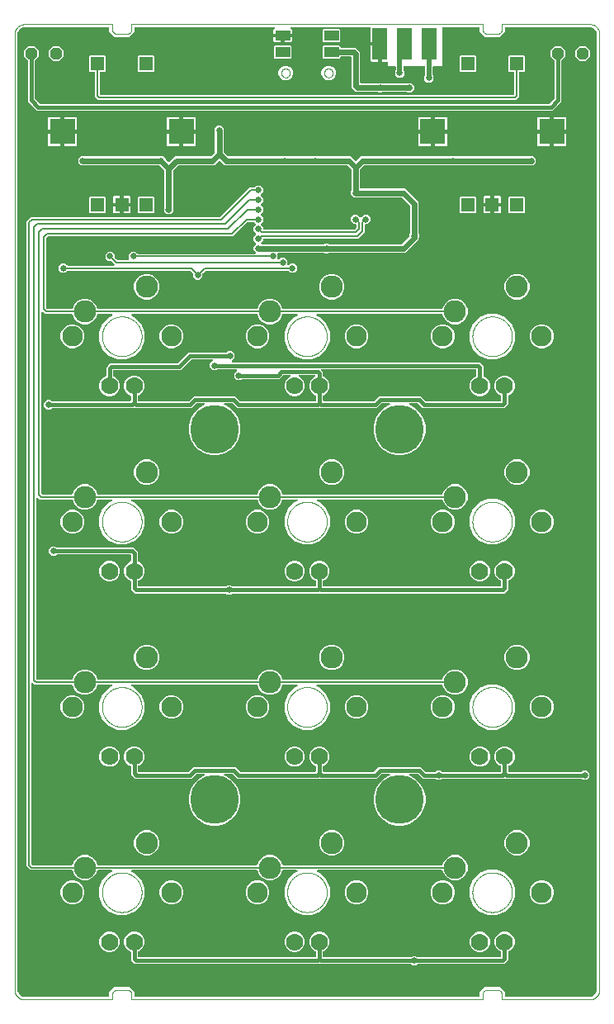
<source format=gtl>
G04 EAGLE Gerber RS-274X export*
G75*
%MOMM*%
%FSLAX34Y34*%
%LPD*%
%INTop copper*%
%IPPOS*%
%AMOC8*
5,1,8,0,0,1.08239X$1,22.5*%
G01*
%ADD10C,0.000000*%
%ADD11C,2.286000*%
%ADD12C,2.114400*%
%ADD13C,1.778000*%
%ADD14R,1.400000X1.400000*%
%ADD15R,2.600000X2.600000*%
%ADD16R,1.524000X3.302000*%
%ADD17R,1.500000X1.000000*%
%ADD18P,1.312723X8X202.500000*%
%ADD19C,0.200000*%
%ADD20C,0.650000*%
%ADD21C,0.500000*%
%ADD22C,0.600000*%
%ADD23C,0.400000*%
%ADD24C,5.000000*%

G36*
X96064Y3010D02*
X96064Y3010D01*
X96128Y3009D01*
X96203Y3030D01*
X96279Y3041D01*
X96338Y3067D01*
X96400Y3084D01*
X96466Y3125D01*
X96536Y3157D01*
X96585Y3199D01*
X96640Y3232D01*
X96692Y3290D01*
X96750Y3340D01*
X96786Y3394D01*
X96829Y3442D01*
X96862Y3511D01*
X96905Y3576D01*
X96924Y3638D01*
X96952Y3695D01*
X96963Y3765D01*
X96987Y3846D01*
X96988Y3931D01*
X96999Y4000D01*
X96999Y7144D01*
X99143Y10857D01*
X102856Y13001D01*
X117144Y13001D01*
X120857Y10857D01*
X123001Y7144D01*
X123001Y4000D01*
X123010Y3936D01*
X123009Y3872D01*
X123030Y3797D01*
X123041Y3721D01*
X123067Y3662D01*
X123084Y3600D01*
X123125Y3534D01*
X123157Y3464D01*
X123199Y3415D01*
X123232Y3360D01*
X123290Y3308D01*
X123340Y3250D01*
X123394Y3214D01*
X123442Y3171D01*
X123511Y3138D01*
X123576Y3095D01*
X123638Y3076D01*
X123695Y3048D01*
X123765Y3037D01*
X123846Y3013D01*
X123931Y3012D01*
X124000Y3001D01*
X476000Y3001D01*
X476064Y3010D01*
X476128Y3009D01*
X476203Y3030D01*
X476279Y3041D01*
X476338Y3067D01*
X476400Y3084D01*
X476466Y3125D01*
X476536Y3157D01*
X476585Y3199D01*
X476640Y3232D01*
X476692Y3290D01*
X476750Y3340D01*
X476786Y3394D01*
X476829Y3442D01*
X476862Y3511D01*
X476905Y3576D01*
X476924Y3638D01*
X476952Y3695D01*
X476963Y3765D01*
X476987Y3846D01*
X476988Y3931D01*
X476999Y4000D01*
X476999Y7144D01*
X479143Y10857D01*
X482856Y13001D01*
X497144Y13001D01*
X500857Y10857D01*
X503001Y7144D01*
X503001Y4000D01*
X503010Y3936D01*
X503009Y3872D01*
X503030Y3797D01*
X503041Y3721D01*
X503067Y3662D01*
X503084Y3600D01*
X503125Y3534D01*
X503157Y3464D01*
X503199Y3415D01*
X503232Y3360D01*
X503290Y3308D01*
X503340Y3250D01*
X503394Y3214D01*
X503442Y3171D01*
X503511Y3138D01*
X503576Y3095D01*
X503638Y3076D01*
X503695Y3048D01*
X503765Y3037D01*
X503846Y3013D01*
X503931Y3012D01*
X504000Y3001D01*
X590000Y3001D01*
X590052Y3008D01*
X590098Y3006D01*
X591268Y3121D01*
X591542Y3188D01*
X591548Y3191D01*
X591553Y3192D01*
X593716Y4088D01*
X593752Y4109D01*
X593791Y4123D01*
X593829Y4151D01*
X593841Y4156D01*
X593863Y4175D01*
X593959Y4232D01*
X593999Y4275D01*
X594040Y4305D01*
X595695Y5960D01*
X595720Y5993D01*
X595752Y6021D01*
X595796Y6095D01*
X595865Y6186D01*
X595885Y6241D01*
X595912Y6284D01*
X596808Y8447D01*
X596878Y8720D01*
X596878Y8726D01*
X596879Y8732D01*
X596994Y9902D01*
X596992Y9955D01*
X596999Y10000D01*
X596999Y990000D01*
X596992Y990052D01*
X596994Y990098D01*
X596879Y991268D01*
X596812Y991542D01*
X596809Y991548D01*
X596808Y991553D01*
X595912Y993716D01*
X595891Y993752D01*
X595877Y993791D01*
X595826Y993861D01*
X595768Y993959D01*
X595725Y993999D01*
X595695Y994040D01*
X594040Y995695D01*
X594007Y995720D01*
X593979Y995752D01*
X593905Y995796D01*
X593814Y995865D01*
X593759Y995885D01*
X593716Y995912D01*
X591553Y996808D01*
X591280Y996878D01*
X591274Y996878D01*
X591268Y996879D01*
X590098Y996994D01*
X590045Y996992D01*
X590000Y996999D01*
X504000Y996999D01*
X503936Y996990D01*
X503872Y996991D01*
X503797Y996970D01*
X503721Y996959D01*
X503662Y996933D01*
X503600Y996916D01*
X503534Y996875D01*
X503464Y996843D01*
X503415Y996801D01*
X503360Y996768D01*
X503308Y996710D01*
X503250Y996660D01*
X503214Y996606D01*
X503171Y996558D01*
X503138Y996489D01*
X503095Y996424D01*
X503076Y996362D01*
X503048Y996305D01*
X503037Y996235D01*
X503013Y996154D01*
X503012Y996069D01*
X503001Y996000D01*
X503001Y992856D01*
X500857Y989143D01*
X497144Y986999D01*
X482856Y986999D01*
X479143Y989143D01*
X476999Y992856D01*
X476999Y996000D01*
X476990Y996064D01*
X476991Y996128D01*
X476970Y996203D01*
X476959Y996279D01*
X476933Y996338D01*
X476916Y996400D01*
X476875Y996466D01*
X476843Y996536D01*
X476801Y996585D01*
X476768Y996640D01*
X476710Y996692D01*
X476660Y996750D01*
X476606Y996786D01*
X476558Y996829D01*
X476489Y996862D01*
X476424Y996905D01*
X476362Y996924D01*
X476305Y996952D01*
X476235Y996963D01*
X476154Y996987D01*
X476069Y996988D01*
X476000Y996999D01*
X440000Y996999D01*
X439936Y996990D01*
X439872Y996991D01*
X439797Y996970D01*
X439721Y996959D01*
X439662Y996933D01*
X439600Y996916D01*
X439534Y996875D01*
X439464Y996843D01*
X439415Y996801D01*
X439360Y996768D01*
X439308Y996710D01*
X439250Y996660D01*
X439214Y996606D01*
X439171Y996558D01*
X439138Y996489D01*
X439095Y996424D01*
X439076Y996362D01*
X439048Y996305D01*
X439037Y996235D01*
X439013Y996154D01*
X439012Y996069D01*
X439001Y996000D01*
X439001Y957585D01*
X438415Y956999D01*
X430000Y956999D01*
X429936Y956990D01*
X429872Y956991D01*
X429797Y956970D01*
X429721Y956959D01*
X429662Y956933D01*
X429600Y956916D01*
X429534Y956875D01*
X429464Y956843D01*
X429415Y956801D01*
X429360Y956768D01*
X429308Y956710D01*
X429250Y956660D01*
X429214Y956606D01*
X429171Y956558D01*
X429138Y956489D01*
X429095Y956424D01*
X429076Y956362D01*
X429048Y956305D01*
X429037Y956235D01*
X429013Y956154D01*
X429012Y956069D01*
X429001Y956000D01*
X429001Y948132D01*
X429014Y948037D01*
X429019Y947941D01*
X429034Y947898D01*
X429041Y947852D01*
X429080Y947765D01*
X429112Y947674D01*
X429137Y947640D01*
X429157Y947596D01*
X429240Y947498D01*
X429293Y947425D01*
X429751Y946968D01*
X429751Y943032D01*
X426968Y940249D01*
X423032Y940249D01*
X420249Y943032D01*
X420249Y946968D01*
X420707Y947425D01*
X420764Y947502D01*
X420829Y947573D01*
X420849Y947614D01*
X420876Y947651D01*
X420910Y947741D01*
X420952Y947827D01*
X420958Y947869D01*
X420975Y947915D01*
X420985Y948042D01*
X420999Y948132D01*
X420999Y956000D01*
X420990Y956064D01*
X420991Y956128D01*
X420970Y956203D01*
X420959Y956279D01*
X420933Y956338D01*
X420916Y956400D01*
X420875Y956466D01*
X420843Y956536D01*
X420801Y956585D01*
X420768Y956640D01*
X420710Y956692D01*
X420660Y956750D01*
X420606Y956786D01*
X420558Y956829D01*
X420489Y956862D01*
X420424Y956905D01*
X420362Y956924D01*
X420305Y956952D01*
X420235Y956963D01*
X420154Y956987D01*
X420069Y956988D01*
X420000Y956999D01*
X400000Y956999D01*
X399936Y956990D01*
X399872Y956991D01*
X399797Y956970D01*
X399721Y956959D01*
X399662Y956933D01*
X399600Y956916D01*
X399534Y956875D01*
X399464Y956843D01*
X399415Y956801D01*
X399360Y956768D01*
X399308Y956710D01*
X399250Y956660D01*
X399214Y956606D01*
X399171Y956558D01*
X399138Y956489D01*
X399095Y956424D01*
X399076Y956362D01*
X399048Y956305D01*
X399037Y956235D01*
X399013Y956154D01*
X399012Y956069D01*
X399001Y956000D01*
X399001Y953132D01*
X399014Y953037D01*
X399019Y952941D01*
X399034Y952897D01*
X399041Y952853D01*
X399080Y952765D01*
X399112Y952674D01*
X399137Y952640D01*
X399157Y952596D01*
X399240Y952498D01*
X399293Y952425D01*
X399751Y951968D01*
X399751Y948032D01*
X396968Y945249D01*
X393032Y945249D01*
X390249Y948032D01*
X390249Y951968D01*
X390707Y952425D01*
X390764Y952502D01*
X390829Y952573D01*
X390849Y952614D01*
X390876Y952651D01*
X390910Y952741D01*
X390952Y952827D01*
X390958Y952869D01*
X390975Y952915D01*
X390985Y953042D01*
X390999Y953132D01*
X390999Y956000D01*
X390990Y956064D01*
X390991Y956128D01*
X390970Y956203D01*
X390959Y956279D01*
X390933Y956338D01*
X390916Y956400D01*
X390875Y956466D01*
X390843Y956536D01*
X390801Y956585D01*
X390768Y956640D01*
X390710Y956692D01*
X390660Y956750D01*
X390606Y956786D01*
X390558Y956829D01*
X390489Y956862D01*
X390424Y956905D01*
X390362Y956924D01*
X390305Y956952D01*
X390235Y956963D01*
X390154Y956987D01*
X390069Y956988D01*
X390000Y956999D01*
X383585Y956999D01*
X382999Y957585D01*
X382999Y960490D01*
X382990Y960554D01*
X382991Y960618D01*
X382970Y960693D01*
X382959Y960769D01*
X382933Y960828D01*
X382916Y960890D01*
X382875Y960956D01*
X382843Y961026D01*
X382801Y961075D01*
X382768Y961130D01*
X382710Y961182D01*
X382660Y961240D01*
X382606Y961276D01*
X382558Y961319D01*
X382489Y961352D01*
X382424Y961395D01*
X382362Y961414D01*
X382305Y961442D01*
X382235Y961453D01*
X382154Y961477D01*
X382069Y961478D01*
X382000Y961489D01*
X376599Y961489D01*
X376599Y979000D01*
X376590Y979064D01*
X376591Y979128D01*
X376570Y979202D01*
X376559Y979279D01*
X376533Y979338D01*
X376516Y979400D01*
X376475Y979466D01*
X376443Y979536D01*
X376401Y979585D01*
X376368Y979640D01*
X376310Y979691D01*
X376260Y979750D01*
X376206Y979786D01*
X376158Y979829D01*
X376089Y979862D01*
X376024Y979905D01*
X375962Y979924D01*
X375905Y979952D01*
X375835Y979962D01*
X375754Y979987D01*
X375669Y979988D01*
X375600Y979999D01*
X374599Y979999D01*
X374599Y981000D01*
X374590Y981064D01*
X374591Y981128D01*
X374570Y981203D01*
X374559Y981279D01*
X374533Y981338D01*
X374516Y981400D01*
X374475Y981466D01*
X374443Y981536D01*
X374401Y981585D01*
X374368Y981640D01*
X374310Y981692D01*
X374260Y981750D01*
X374206Y981786D01*
X374158Y981829D01*
X374089Y981862D01*
X374024Y981905D01*
X373962Y981924D01*
X373904Y981952D01*
X373835Y981962D01*
X373754Y981987D01*
X373669Y981988D01*
X373600Y981999D01*
X364979Y981999D01*
X364979Y996000D01*
X364970Y996064D01*
X364971Y996128D01*
X364950Y996203D01*
X364939Y996279D01*
X364913Y996338D01*
X364896Y996400D01*
X364855Y996466D01*
X364823Y996536D01*
X364781Y996585D01*
X364748Y996640D01*
X364690Y996692D01*
X364640Y996750D01*
X364586Y996786D01*
X364538Y996829D01*
X364469Y996862D01*
X364404Y996905D01*
X364342Y996924D01*
X364285Y996952D01*
X364215Y996963D01*
X364134Y996987D01*
X364049Y996988D01*
X363980Y996999D01*
X284170Y996999D01*
X284148Y996996D01*
X284127Y996998D01*
X284009Y996976D01*
X283891Y996959D01*
X283871Y996951D01*
X283850Y996947D01*
X283743Y996893D01*
X283634Y996843D01*
X283617Y996829D01*
X283598Y996819D01*
X283510Y996738D01*
X283419Y996660D01*
X283407Y996642D01*
X283392Y996627D01*
X283331Y996524D01*
X283265Y996424D01*
X283259Y996403D01*
X283248Y996385D01*
X283217Y996269D01*
X283182Y996154D01*
X283182Y996133D01*
X283177Y996112D01*
X283180Y995992D01*
X283179Y995872D01*
X283185Y995851D01*
X283185Y995830D01*
X283222Y995716D01*
X283254Y995600D01*
X283265Y995582D01*
X283272Y995561D01*
X283339Y995463D01*
X283402Y995360D01*
X283418Y995346D01*
X283430Y995328D01*
X283501Y995271D01*
X283611Y995171D01*
X283645Y995155D01*
X283670Y995135D01*
X283729Y995101D01*
X284101Y994729D01*
X284364Y994272D01*
X284501Y993763D01*
X284501Y990499D01*
X276000Y990499D01*
X275936Y990490D01*
X275872Y990491D01*
X275798Y990470D01*
X275721Y990459D01*
X275662Y990433D01*
X275600Y990416D01*
X275534Y990375D01*
X275464Y990343D01*
X275415Y990301D01*
X275360Y990268D01*
X275309Y990210D01*
X275250Y990160D01*
X275214Y990106D01*
X275171Y990058D01*
X275138Y989989D01*
X275095Y989924D01*
X275076Y989862D01*
X275048Y989805D01*
X275038Y989735D01*
X275013Y989654D01*
X275012Y989569D01*
X275001Y989500D01*
X275001Y988499D01*
X274999Y988499D01*
X274999Y989500D01*
X274990Y989564D01*
X274991Y989628D01*
X274970Y989703D01*
X274959Y989779D01*
X274933Y989838D01*
X274916Y989900D01*
X274875Y989966D01*
X274843Y990036D01*
X274801Y990085D01*
X274768Y990140D01*
X274710Y990192D01*
X274660Y990250D01*
X274606Y990286D01*
X274558Y990329D01*
X274489Y990362D01*
X274424Y990405D01*
X274362Y990424D01*
X274304Y990452D01*
X274235Y990462D01*
X274154Y990487D01*
X274069Y990488D01*
X274000Y990499D01*
X265499Y990499D01*
X265499Y993763D01*
X265636Y994272D01*
X265899Y994729D01*
X266271Y995101D01*
X266330Y995135D01*
X266347Y995148D01*
X266366Y995157D01*
X266457Y995235D01*
X266552Y995309D01*
X266564Y995326D01*
X266581Y995340D01*
X266646Y995440D01*
X266716Y995538D01*
X266723Y995558D01*
X266735Y995576D01*
X266770Y995691D01*
X266810Y995804D01*
X266811Y995825D01*
X266818Y995846D01*
X266819Y995966D01*
X266826Y996085D01*
X266821Y996106D01*
X266821Y996128D01*
X266789Y996244D01*
X266762Y996360D01*
X266752Y996379D01*
X266746Y996400D01*
X266683Y996502D01*
X266625Y996606D01*
X266609Y996621D01*
X266598Y996640D01*
X266509Y996720D01*
X266424Y996804D01*
X266405Y996814D01*
X266389Y996829D01*
X266281Y996881D01*
X266175Y996938D01*
X266154Y996942D01*
X266135Y996952D01*
X266044Y996966D01*
X265900Y996997D01*
X265863Y996994D01*
X265830Y996999D01*
X124000Y996999D01*
X123936Y996990D01*
X123872Y996991D01*
X123797Y996970D01*
X123721Y996959D01*
X123662Y996933D01*
X123600Y996916D01*
X123534Y996875D01*
X123464Y996843D01*
X123415Y996801D01*
X123360Y996768D01*
X123308Y996710D01*
X123250Y996660D01*
X123214Y996606D01*
X123171Y996558D01*
X123138Y996489D01*
X123095Y996424D01*
X123076Y996362D01*
X123048Y996305D01*
X123037Y996235D01*
X123013Y996154D01*
X123012Y996069D01*
X123001Y996000D01*
X123001Y992856D01*
X120857Y989143D01*
X117144Y986999D01*
X102856Y986999D01*
X99143Y989143D01*
X96999Y992856D01*
X96999Y996000D01*
X96990Y996064D01*
X96991Y996128D01*
X96970Y996203D01*
X96959Y996279D01*
X96933Y996338D01*
X96916Y996400D01*
X96875Y996466D01*
X96843Y996536D01*
X96801Y996585D01*
X96768Y996640D01*
X96710Y996692D01*
X96660Y996750D01*
X96606Y996786D01*
X96558Y996829D01*
X96489Y996862D01*
X96424Y996905D01*
X96362Y996924D01*
X96305Y996952D01*
X96235Y996963D01*
X96154Y996987D01*
X96069Y996988D01*
X96000Y996999D01*
X10000Y996999D01*
X9948Y996992D01*
X9902Y996994D01*
X8732Y996879D01*
X8458Y996812D01*
X8452Y996809D01*
X8447Y996808D01*
X6284Y995912D01*
X6248Y995891D01*
X6209Y995877D01*
X6139Y995826D01*
X6041Y995768D01*
X6001Y995725D01*
X5960Y995695D01*
X4305Y994040D01*
X4285Y994014D01*
X4261Y993993D01*
X4255Y993985D01*
X4248Y993979D01*
X4208Y993913D01*
X4201Y993901D01*
X4135Y993814D01*
X4124Y993784D01*
X4106Y993757D01*
X4099Y993734D01*
X4088Y993716D01*
X3192Y991553D01*
X3122Y991280D01*
X3122Y991274D01*
X3121Y991269D01*
X3006Y990098D01*
X3008Y990045D01*
X3001Y990000D01*
X3001Y10000D01*
X3008Y9948D01*
X3006Y9902D01*
X3121Y8732D01*
X3188Y8458D01*
X3191Y8452D01*
X3192Y8447D01*
X4088Y6284D01*
X4109Y6248D01*
X4123Y6209D01*
X4174Y6139D01*
X4232Y6041D01*
X4275Y6001D01*
X4305Y5960D01*
X5960Y4305D01*
X5993Y4280D01*
X6021Y4248D01*
X6095Y4204D01*
X6129Y4177D01*
X6137Y4171D01*
X6141Y4168D01*
X6186Y4135D01*
X6241Y4115D01*
X6284Y4088D01*
X8447Y3192D01*
X8720Y3122D01*
X8726Y3122D01*
X8732Y3121D01*
X9902Y3006D01*
X9955Y3008D01*
X10000Y3001D01*
X96000Y3001D01*
X96064Y3010D01*
G37*
%LPC*%
G36*
X105361Y86679D02*
X105361Y86679D01*
X96790Y90230D01*
X90230Y96790D01*
X86679Y105361D01*
X86679Y114639D01*
X90230Y123210D01*
X96790Y129770D01*
X99703Y130977D01*
X99777Y131021D01*
X99856Y131057D01*
X99898Y131092D01*
X99945Y131120D01*
X100005Y131184D01*
X100071Y131240D01*
X100101Y131286D01*
X100138Y131326D01*
X100177Y131403D01*
X100225Y131476D01*
X100241Y131529D01*
X100266Y131578D01*
X100282Y131663D01*
X100307Y131746D01*
X100308Y131801D01*
X100318Y131855D01*
X100310Y131941D01*
X100311Y132028D01*
X100297Y132081D01*
X100291Y132135D01*
X100259Y132216D01*
X100236Y132300D01*
X100207Y132347D01*
X100187Y132397D01*
X100134Y132466D01*
X100088Y132540D01*
X100047Y132576D01*
X100013Y132620D01*
X99943Y132671D01*
X99879Y132729D01*
X99829Y132753D01*
X99785Y132785D01*
X99703Y132814D01*
X99625Y132852D01*
X99574Y132860D01*
X99519Y132879D01*
X99405Y132886D01*
X99320Y132899D01*
X85528Y132899D01*
X85519Y132898D01*
X85509Y132899D01*
X85379Y132878D01*
X85249Y132859D01*
X85240Y132856D01*
X85231Y132854D01*
X85111Y132797D01*
X84992Y132743D01*
X84985Y132737D01*
X84976Y132733D01*
X84877Y132645D01*
X84778Y132560D01*
X84772Y132552D01*
X84765Y132546D01*
X84725Y132480D01*
X84623Y132324D01*
X84616Y132301D01*
X84605Y132282D01*
X82862Y128075D01*
X79225Y124438D01*
X74472Y122469D01*
X69328Y122469D01*
X64575Y124438D01*
X60938Y128075D01*
X59195Y132282D01*
X59190Y132291D01*
X59188Y132300D01*
X59119Y132412D01*
X59052Y132525D01*
X59045Y132532D01*
X59040Y132540D01*
X58942Y132628D01*
X58846Y132718D01*
X58837Y132722D01*
X58830Y132729D01*
X58712Y132786D01*
X58594Y132846D01*
X58585Y132848D01*
X58577Y132852D01*
X58501Y132864D01*
X58317Y132898D01*
X58293Y132896D01*
X58272Y132899D01*
X15964Y132899D01*
X12499Y136364D01*
X12499Y798036D01*
X16964Y802501D01*
X210550Y802501D01*
X210645Y802514D01*
X210741Y802519D01*
X210784Y802534D01*
X210829Y802541D01*
X210917Y802580D01*
X211008Y802612D01*
X211042Y802637D01*
X211086Y802657D01*
X211184Y802740D01*
X211257Y802793D01*
X240964Y832501D01*
X245368Y832501D01*
X245463Y832514D01*
X245559Y832519D01*
X245603Y832534D01*
X245647Y832541D01*
X245735Y832580D01*
X245826Y832612D01*
X245860Y832637D01*
X245904Y832657D01*
X246002Y832740D01*
X246075Y832793D01*
X248032Y834751D01*
X251968Y834751D01*
X254751Y831968D01*
X254751Y828032D01*
X252425Y825707D01*
X252387Y825655D01*
X252341Y825610D01*
X252302Y825543D01*
X252256Y825481D01*
X252233Y825421D01*
X252201Y825365D01*
X252184Y825290D01*
X252156Y825217D01*
X252151Y825153D01*
X252137Y825090D01*
X252140Y825013D01*
X252135Y824936D01*
X252148Y824873D01*
X252151Y824809D01*
X252176Y824736D01*
X252192Y824660D01*
X252222Y824603D01*
X252243Y824542D01*
X252285Y824486D01*
X252325Y824411D01*
X252384Y824350D01*
X252425Y824293D01*
X254751Y821968D01*
X254751Y818032D01*
X252425Y815707D01*
X252387Y815655D01*
X252341Y815610D01*
X252302Y815543D01*
X252256Y815481D01*
X252233Y815421D01*
X252201Y815365D01*
X252184Y815290D01*
X252156Y815217D01*
X252151Y815153D01*
X252137Y815090D01*
X252140Y815013D01*
X252135Y814936D01*
X252148Y814873D01*
X252151Y814809D01*
X252176Y814736D01*
X252192Y814660D01*
X252222Y814603D01*
X252243Y814542D01*
X252285Y814486D01*
X252325Y814411D01*
X252384Y814350D01*
X252425Y814293D01*
X254751Y811968D01*
X254751Y808032D01*
X252425Y805707D01*
X252387Y805655D01*
X252341Y805610D01*
X252302Y805543D01*
X252256Y805481D01*
X252233Y805421D01*
X252201Y805365D01*
X252184Y805290D01*
X252156Y805217D01*
X252151Y805153D01*
X252137Y805091D01*
X252140Y805013D01*
X252135Y804936D01*
X252148Y804873D01*
X252151Y804809D01*
X252176Y804736D01*
X252192Y804660D01*
X252222Y804603D01*
X252243Y804542D01*
X252285Y804486D01*
X252325Y804411D01*
X252384Y804350D01*
X252425Y804293D01*
X254751Y801968D01*
X254751Y798032D01*
X252425Y795707D01*
X252387Y795655D01*
X252341Y795610D01*
X252302Y795543D01*
X252256Y795481D01*
X252233Y795421D01*
X252201Y795365D01*
X252184Y795290D01*
X252156Y795217D01*
X252151Y795153D01*
X252137Y795090D01*
X252140Y795013D01*
X252135Y794936D01*
X252148Y794873D01*
X252151Y794809D01*
X252176Y794736D01*
X252192Y794660D01*
X252222Y794603D01*
X252243Y794542D01*
X252285Y794486D01*
X252325Y794411D01*
X252384Y794350D01*
X252425Y794293D01*
X254751Y791968D01*
X254751Y790500D01*
X254760Y790436D01*
X254759Y790372D01*
X254780Y790297D01*
X254791Y790221D01*
X254817Y790162D01*
X254834Y790100D01*
X254875Y790034D01*
X254907Y789964D01*
X254949Y789915D01*
X254982Y789860D01*
X255040Y789808D01*
X255090Y789750D01*
X255144Y789714D01*
X255192Y789671D01*
X255261Y789638D01*
X255326Y789595D01*
X255388Y789576D01*
X255445Y789548D01*
X255515Y789537D01*
X255596Y789513D01*
X255681Y789512D01*
X255750Y789501D01*
X348550Y789501D01*
X348645Y789514D01*
X348741Y789519D01*
X348784Y789534D01*
X348829Y789541D01*
X348917Y789580D01*
X349008Y789612D01*
X349042Y789637D01*
X349086Y789657D01*
X349184Y789740D01*
X349257Y789793D01*
X350207Y790743D01*
X350264Y790820D01*
X350329Y790891D01*
X350349Y790932D01*
X350376Y790969D01*
X350410Y791059D01*
X350452Y791145D01*
X350458Y791187D01*
X350475Y791233D01*
X350485Y791360D01*
X350499Y791450D01*
X350499Y794250D01*
X350490Y794314D01*
X350491Y794378D01*
X350470Y794453D01*
X350459Y794529D01*
X350433Y794588D01*
X350416Y794650D01*
X350375Y794716D01*
X350343Y794786D01*
X350301Y794835D01*
X350268Y794890D01*
X350210Y794942D01*
X350160Y795000D01*
X350106Y795036D01*
X350058Y795079D01*
X349989Y795112D01*
X349924Y795155D01*
X349862Y795174D01*
X349805Y795202D01*
X349735Y795213D01*
X349654Y795237D01*
X349569Y795238D01*
X349500Y795249D01*
X348032Y795249D01*
X345249Y798032D01*
X345249Y801968D01*
X348032Y804751D01*
X351968Y804751D01*
X354293Y802425D01*
X354345Y802387D01*
X354390Y802341D01*
X354457Y802302D01*
X354519Y802256D01*
X354579Y802233D01*
X354635Y802201D01*
X354710Y802184D01*
X354783Y802156D01*
X354847Y802151D01*
X354909Y802137D01*
X354987Y802140D01*
X355064Y802135D01*
X355127Y802148D01*
X355191Y802151D01*
X355264Y802176D01*
X355340Y802192D01*
X355397Y802222D01*
X355458Y802243D01*
X355514Y802285D01*
X355589Y802325D01*
X355650Y802384D01*
X355707Y802425D01*
X358032Y804751D01*
X361968Y804751D01*
X364751Y801968D01*
X364751Y798032D01*
X361968Y795249D01*
X360500Y795249D01*
X360436Y795240D01*
X360372Y795241D01*
X360297Y795220D01*
X360221Y795209D01*
X360162Y795183D01*
X360100Y795166D01*
X360034Y795125D01*
X359964Y795093D01*
X359915Y795051D01*
X359860Y795018D01*
X359808Y794960D01*
X359750Y794910D01*
X359714Y794856D01*
X359671Y794808D01*
X359638Y794739D01*
X359595Y794674D01*
X359576Y794612D01*
X359548Y794555D01*
X359537Y794485D01*
X359513Y794404D01*
X359512Y794319D01*
X359501Y794250D01*
X359501Y786964D01*
X353036Y780499D01*
X255750Y780499D01*
X255686Y780490D01*
X255622Y780491D01*
X255547Y780470D01*
X255471Y780459D01*
X255412Y780433D01*
X255350Y780416D01*
X255284Y780375D01*
X255214Y780343D01*
X255165Y780301D01*
X255110Y780268D01*
X255058Y780210D01*
X255000Y780160D01*
X254964Y780106D01*
X254921Y780058D01*
X254888Y779989D01*
X254845Y779924D01*
X254826Y779862D01*
X254798Y779805D01*
X254787Y779735D01*
X254763Y779654D01*
X254762Y779569D01*
X254751Y779500D01*
X254751Y778032D01*
X252925Y776207D01*
X252906Y776181D01*
X252881Y776160D01*
X252821Y776068D01*
X252756Y775981D01*
X252744Y775951D01*
X252727Y775924D01*
X252695Y775819D01*
X252656Y775717D01*
X252654Y775685D01*
X252644Y775654D01*
X252643Y775545D01*
X252634Y775436D01*
X252641Y775404D01*
X252641Y775372D01*
X252670Y775267D01*
X252692Y775160D01*
X252707Y775131D01*
X252716Y775100D01*
X252773Y775007D01*
X252825Y774911D01*
X252847Y774888D01*
X252864Y774860D01*
X252945Y774787D01*
X253021Y774709D01*
X253049Y774693D01*
X253073Y774671D01*
X253172Y774624D01*
X253267Y774570D01*
X253298Y774562D01*
X253327Y774548D01*
X253416Y774534D01*
X253541Y774505D01*
X253590Y774507D01*
X253632Y774501D01*
X317368Y774501D01*
X317463Y774514D01*
X317559Y774519D01*
X317603Y774534D01*
X317647Y774541D01*
X317735Y774580D01*
X317826Y774612D01*
X317860Y774637D01*
X317904Y774657D01*
X318002Y774740D01*
X318016Y774751D01*
X321982Y774751D01*
X322002Y774736D01*
X322073Y774671D01*
X322114Y774651D01*
X322151Y774624D01*
X322241Y774590D01*
X322327Y774548D01*
X322369Y774542D01*
X322415Y774525D01*
X322542Y774515D01*
X322632Y774501D01*
X396722Y774501D01*
X396817Y774514D01*
X396913Y774519D01*
X396956Y774534D01*
X397001Y774541D01*
X397089Y774580D01*
X397179Y774612D01*
X397214Y774637D01*
X397258Y774657D01*
X397355Y774740D01*
X397428Y774793D01*
X404957Y782322D01*
X405014Y782398D01*
X405079Y782470D01*
X405099Y782511D01*
X405126Y782547D01*
X405160Y782637D01*
X405202Y782724D01*
X405208Y782766D01*
X405225Y782811D01*
X405235Y782939D01*
X405249Y783028D01*
X405249Y784982D01*
X405264Y785002D01*
X405329Y785073D01*
X405349Y785114D01*
X405376Y785151D01*
X405410Y785241D01*
X405452Y785327D01*
X405458Y785369D01*
X405475Y785415D01*
X405485Y785542D01*
X405499Y785632D01*
X405499Y813722D01*
X405486Y813817D01*
X405481Y813913D01*
X405466Y813956D01*
X405459Y814001D01*
X405420Y814089D01*
X405388Y814179D01*
X405363Y814214D01*
X405343Y814258D01*
X405260Y814355D01*
X405207Y814428D01*
X397428Y822207D01*
X397352Y822264D01*
X397280Y822329D01*
X397239Y822349D01*
X397203Y822376D01*
X397113Y822410D01*
X397026Y822452D01*
X396984Y822458D01*
X396939Y822475D01*
X396811Y822485D01*
X396722Y822499D01*
X352632Y822499D01*
X352537Y822486D01*
X352440Y822481D01*
X352397Y822466D01*
X352352Y822459D01*
X352265Y822420D01*
X352174Y822388D01*
X352140Y822363D01*
X352096Y822343D01*
X351998Y822260D01*
X351984Y822249D01*
X348032Y822249D01*
X345249Y825032D01*
X345249Y828982D01*
X345264Y829002D01*
X345329Y829073D01*
X345349Y829114D01*
X345376Y829151D01*
X345410Y829241D01*
X345452Y829327D01*
X345458Y829369D01*
X345475Y829415D01*
X345485Y829542D01*
X345499Y829632D01*
X345499Y850722D01*
X345486Y850817D01*
X345481Y850913D01*
X345466Y850956D01*
X345459Y851001D01*
X345420Y851089D01*
X345388Y851179D01*
X345363Y851214D01*
X345343Y851258D01*
X345260Y851355D01*
X345207Y851428D01*
X341428Y855207D01*
X341351Y855264D01*
X341280Y855329D01*
X341239Y855349D01*
X341203Y855376D01*
X341113Y855410D01*
X341026Y855452D01*
X340984Y855458D01*
X340939Y855475D01*
X340811Y855485D01*
X340722Y855499D01*
X310632Y855499D01*
X310537Y855486D01*
X310441Y855481D01*
X310397Y855466D01*
X310353Y855459D01*
X310265Y855420D01*
X310174Y855388D01*
X310140Y855363D01*
X310096Y855343D01*
X309998Y855260D01*
X309984Y855249D01*
X306018Y855249D01*
X305998Y855264D01*
X305927Y855329D01*
X305886Y855349D01*
X305849Y855376D01*
X305759Y855410D01*
X305673Y855452D01*
X305631Y855458D01*
X305585Y855475D01*
X305458Y855485D01*
X305368Y855499D01*
X279632Y855499D01*
X279537Y855486D01*
X279440Y855481D01*
X279397Y855466D01*
X279352Y855459D01*
X279265Y855420D01*
X279174Y855388D01*
X279140Y855363D01*
X279096Y855343D01*
X278998Y855260D01*
X278984Y855249D01*
X275018Y855249D01*
X274998Y855264D01*
X274927Y855329D01*
X274886Y855349D01*
X274849Y855376D01*
X274759Y855410D01*
X274673Y855452D01*
X274631Y855458D01*
X274585Y855475D01*
X274458Y855485D01*
X274368Y855499D01*
X215136Y855499D01*
X210707Y859928D01*
X210655Y859967D01*
X210610Y860013D01*
X210543Y860051D01*
X210481Y860098D01*
X210421Y860120D01*
X210365Y860152D01*
X210290Y860170D01*
X210217Y860197D01*
X210153Y860202D01*
X210091Y860217D01*
X210013Y860213D01*
X209936Y860219D01*
X209873Y860206D01*
X209809Y860203D01*
X209736Y860177D01*
X209660Y860161D01*
X209603Y860131D01*
X209542Y860110D01*
X209486Y860069D01*
X209411Y860029D01*
X209350Y859970D01*
X209293Y859928D01*
X204864Y855499D01*
X168278Y855499D01*
X168183Y855486D01*
X168087Y855481D01*
X168044Y855466D01*
X167999Y855459D01*
X167911Y855420D01*
X167821Y855388D01*
X167786Y855363D01*
X167742Y855343D01*
X167645Y855260D01*
X167572Y855207D01*
X162793Y850428D01*
X162736Y850352D01*
X162671Y850280D01*
X162651Y850239D01*
X162624Y850203D01*
X162590Y850113D01*
X162548Y850026D01*
X162542Y849984D01*
X162525Y849939D01*
X162515Y849811D01*
X162501Y849722D01*
X162501Y812632D01*
X162514Y812537D01*
X162519Y812441D01*
X162534Y812397D01*
X162541Y812353D01*
X162580Y812265D01*
X162612Y812174D01*
X162637Y812140D01*
X162657Y812096D01*
X162740Y811998D01*
X162751Y811984D01*
X162751Y808032D01*
X159968Y805249D01*
X156032Y805249D01*
X153249Y808032D01*
X153249Y811982D01*
X153264Y812002D01*
X153329Y812073D01*
X153349Y812114D01*
X153376Y812151D01*
X153410Y812241D01*
X153452Y812327D01*
X153458Y812369D01*
X153475Y812415D01*
X153485Y812542D01*
X153499Y812632D01*
X153499Y849722D01*
X153486Y849817D01*
X153481Y849913D01*
X153466Y849956D01*
X153459Y850001D01*
X153420Y850089D01*
X153388Y850179D01*
X153363Y850214D01*
X153343Y850258D01*
X153260Y850355D01*
X153207Y850428D01*
X148678Y854957D01*
X148602Y855014D01*
X148530Y855079D01*
X148489Y855099D01*
X148453Y855126D01*
X148363Y855160D01*
X148276Y855202D01*
X148234Y855208D01*
X148189Y855225D01*
X148061Y855235D01*
X148030Y855240D01*
X147998Y855264D01*
X147927Y855329D01*
X147886Y855349D01*
X147849Y855376D01*
X147759Y855410D01*
X147673Y855452D01*
X147631Y855458D01*
X147585Y855475D01*
X147458Y855485D01*
X147368Y855499D01*
X72632Y855499D01*
X72537Y855486D01*
X72441Y855481D01*
X72397Y855466D01*
X72353Y855459D01*
X72265Y855420D01*
X72174Y855388D01*
X72140Y855363D01*
X72096Y855343D01*
X71998Y855260D01*
X71984Y855249D01*
X68032Y855249D01*
X65249Y858032D01*
X65249Y861968D01*
X68032Y864751D01*
X71982Y864751D01*
X72002Y864736D01*
X72073Y864671D01*
X72114Y864651D01*
X72151Y864624D01*
X72241Y864590D01*
X72327Y864548D01*
X72369Y864542D01*
X72415Y864525D01*
X72542Y864515D01*
X72632Y864501D01*
X147368Y864501D01*
X147463Y864514D01*
X147559Y864519D01*
X147603Y864534D01*
X147647Y864541D01*
X147735Y864580D01*
X147826Y864612D01*
X147860Y864637D01*
X147904Y864657D01*
X148002Y864740D01*
X148016Y864751D01*
X151968Y864751D01*
X154761Y861958D01*
X154764Y861933D01*
X154769Y861837D01*
X154784Y861794D01*
X154791Y861749D01*
X154830Y861661D01*
X154862Y861571D01*
X154887Y861536D01*
X154907Y861492D01*
X154990Y861395D01*
X155043Y861322D01*
X157293Y859072D01*
X157345Y859033D01*
X157390Y858987D01*
X157457Y858949D01*
X157519Y858902D01*
X157579Y858880D01*
X157635Y858848D01*
X157710Y858830D01*
X157783Y858803D01*
X157847Y858798D01*
X157909Y858783D01*
X157987Y858787D01*
X158064Y858781D01*
X158127Y858794D01*
X158191Y858797D01*
X158264Y858823D01*
X158340Y858839D01*
X158397Y858869D01*
X158458Y858890D01*
X158514Y858931D01*
X158589Y858971D01*
X158650Y859030D01*
X158707Y859072D01*
X164136Y864501D01*
X200722Y864501D01*
X200817Y864514D01*
X200913Y864519D01*
X200956Y864534D01*
X201001Y864541D01*
X201089Y864580D01*
X201179Y864612D01*
X201214Y864637D01*
X201258Y864657D01*
X201355Y864740D01*
X201428Y864793D01*
X205207Y868572D01*
X205264Y868648D01*
X205329Y868720D01*
X205349Y868761D01*
X205376Y868797D01*
X205410Y868887D01*
X205452Y868974D01*
X205458Y869016D01*
X205475Y869061D01*
X205485Y869189D01*
X205486Y869191D01*
X205487Y869196D01*
X205487Y869202D01*
X205499Y869278D01*
X205499Y888368D01*
X205491Y888429D01*
X205491Y888464D01*
X205484Y888488D01*
X205481Y888559D01*
X205466Y888603D01*
X205459Y888647D01*
X205420Y888735D01*
X205388Y888826D01*
X205363Y888860D01*
X205343Y888904D01*
X205260Y889002D01*
X205249Y889016D01*
X205249Y892968D01*
X208032Y895751D01*
X211968Y895751D01*
X214751Y892968D01*
X214751Y889018D01*
X214736Y888998D01*
X214671Y888927D01*
X214651Y888886D01*
X214624Y888849D01*
X214590Y888759D01*
X214548Y888673D01*
X214542Y888631D01*
X214525Y888585D01*
X214519Y888510D01*
X214513Y888490D01*
X214512Y888441D01*
X214501Y888368D01*
X214501Y869278D01*
X214514Y869183D01*
X214519Y869087D01*
X214534Y869044D01*
X214541Y868999D01*
X214580Y868911D01*
X214612Y868821D01*
X214637Y868786D01*
X214657Y868742D01*
X214740Y868645D01*
X214793Y868572D01*
X218572Y864793D01*
X218648Y864736D01*
X218720Y864671D01*
X218761Y864651D01*
X218797Y864624D01*
X218887Y864590D01*
X218974Y864548D01*
X219016Y864542D01*
X219061Y864525D01*
X219189Y864515D01*
X219278Y864501D01*
X274368Y864501D01*
X274463Y864514D01*
X274560Y864519D01*
X274603Y864534D01*
X274648Y864541D01*
X274735Y864580D01*
X274826Y864612D01*
X274860Y864637D01*
X274904Y864657D01*
X275002Y864740D01*
X275016Y864751D01*
X278982Y864751D01*
X279002Y864736D01*
X279073Y864671D01*
X279114Y864651D01*
X279151Y864624D01*
X279241Y864590D01*
X279327Y864548D01*
X279369Y864542D01*
X279415Y864525D01*
X279542Y864515D01*
X279632Y864501D01*
X305368Y864501D01*
X305463Y864514D01*
X305559Y864519D01*
X305603Y864534D01*
X305647Y864541D01*
X305735Y864580D01*
X305826Y864612D01*
X305860Y864637D01*
X305904Y864657D01*
X306002Y864740D01*
X306016Y864751D01*
X309982Y864751D01*
X310002Y864736D01*
X310073Y864671D01*
X310114Y864651D01*
X310151Y864624D01*
X310241Y864590D01*
X310327Y864548D01*
X310369Y864542D01*
X310415Y864525D01*
X310542Y864515D01*
X310632Y864501D01*
X344864Y864501D01*
X349293Y860072D01*
X349345Y860033D01*
X349390Y859987D01*
X349457Y859949D01*
X349519Y859902D01*
X349579Y859880D01*
X349635Y859848D01*
X349710Y859830D01*
X349783Y859803D01*
X349847Y859798D01*
X349909Y859783D01*
X349987Y859787D01*
X350064Y859781D01*
X350127Y859794D01*
X350191Y859797D01*
X350264Y859823D01*
X350340Y859839D01*
X350397Y859869D01*
X350458Y859890D01*
X350514Y859931D01*
X350589Y859971D01*
X350650Y860030D01*
X350707Y860072D01*
X355136Y864501D01*
X447368Y864501D01*
X447463Y864514D01*
X447560Y864519D01*
X447603Y864534D01*
X447648Y864541D01*
X447735Y864580D01*
X447826Y864612D01*
X447860Y864637D01*
X447904Y864657D01*
X448002Y864740D01*
X448016Y864751D01*
X451982Y864751D01*
X452002Y864736D01*
X452073Y864671D01*
X452114Y864651D01*
X452151Y864624D01*
X452241Y864590D01*
X452327Y864548D01*
X452369Y864542D01*
X452415Y864525D01*
X452542Y864515D01*
X452632Y864501D01*
X527368Y864501D01*
X527463Y864514D01*
X527559Y864519D01*
X527603Y864534D01*
X527647Y864541D01*
X527735Y864580D01*
X527826Y864612D01*
X527860Y864637D01*
X527904Y864657D01*
X528002Y864740D01*
X528016Y864751D01*
X531968Y864751D01*
X534751Y861968D01*
X534751Y858032D01*
X531968Y855249D01*
X528018Y855249D01*
X527998Y855264D01*
X527927Y855329D01*
X527886Y855349D01*
X527849Y855376D01*
X527759Y855410D01*
X527673Y855452D01*
X527631Y855458D01*
X527585Y855475D01*
X527458Y855485D01*
X527368Y855499D01*
X452632Y855499D01*
X452537Y855486D01*
X452441Y855481D01*
X452397Y855466D01*
X452353Y855459D01*
X452265Y855420D01*
X452174Y855388D01*
X452140Y855363D01*
X452096Y855343D01*
X451998Y855260D01*
X451984Y855249D01*
X448018Y855249D01*
X447998Y855264D01*
X447927Y855329D01*
X447886Y855349D01*
X447849Y855376D01*
X447759Y855410D01*
X447673Y855452D01*
X447631Y855458D01*
X447585Y855475D01*
X447458Y855485D01*
X447368Y855499D01*
X359278Y855499D01*
X359183Y855486D01*
X359087Y855481D01*
X359044Y855466D01*
X358999Y855459D01*
X358911Y855420D01*
X358821Y855388D01*
X358786Y855363D01*
X358742Y855343D01*
X358645Y855260D01*
X358572Y855207D01*
X354793Y851428D01*
X354736Y851352D01*
X354671Y851280D01*
X354651Y851239D01*
X354624Y851203D01*
X354590Y851113D01*
X354548Y851026D01*
X354542Y850984D01*
X354525Y850939D01*
X354515Y850811D01*
X354501Y850722D01*
X354501Y832500D01*
X354510Y832436D01*
X354509Y832372D01*
X354530Y832297D01*
X354541Y832221D01*
X354567Y832162D01*
X354584Y832100D01*
X354625Y832034D01*
X354657Y831964D01*
X354699Y831915D01*
X354732Y831860D01*
X354790Y831808D01*
X354840Y831750D01*
X354894Y831714D01*
X354942Y831671D01*
X355011Y831638D01*
X355076Y831595D01*
X355138Y831576D01*
X355195Y831548D01*
X355265Y831537D01*
X355346Y831513D01*
X355431Y831512D01*
X355500Y831501D01*
X400864Y831501D01*
X414501Y817864D01*
X414501Y785632D01*
X414514Y785537D01*
X414519Y785440D01*
X414534Y785397D01*
X414541Y785352D01*
X414580Y785265D01*
X414612Y785174D01*
X414637Y785140D01*
X414657Y785096D01*
X414740Y784998D01*
X414751Y784984D01*
X414751Y781018D01*
X414736Y780998D01*
X414671Y780927D01*
X414651Y780886D01*
X414624Y780849D01*
X414590Y780759D01*
X414548Y780673D01*
X414542Y780631D01*
X414525Y780585D01*
X414515Y780458D01*
X414501Y780368D01*
X414501Y779136D01*
X400864Y765499D01*
X322632Y765499D01*
X322537Y765486D01*
X322440Y765481D01*
X322397Y765466D01*
X322352Y765459D01*
X322265Y765420D01*
X322174Y765388D01*
X322140Y765363D01*
X322096Y765343D01*
X321998Y765260D01*
X321984Y765249D01*
X318018Y765249D01*
X317998Y765264D01*
X317927Y765329D01*
X317886Y765349D01*
X317849Y765376D01*
X317759Y765410D01*
X317673Y765452D01*
X317631Y765458D01*
X317585Y765475D01*
X317458Y765485D01*
X317368Y765499D01*
X270632Y765499D01*
X270600Y765495D01*
X270567Y765497D01*
X270460Y765475D01*
X270352Y765459D01*
X270323Y765446D01*
X270291Y765440D01*
X270195Y765388D01*
X270096Y765343D01*
X270071Y765322D01*
X270042Y765307D01*
X269964Y765231D01*
X269881Y765160D01*
X269864Y765133D01*
X269840Y765110D01*
X269787Y765016D01*
X269727Y764924D01*
X269717Y764893D01*
X269701Y764865D01*
X269676Y764759D01*
X269644Y764654D01*
X269644Y764622D01*
X269637Y764590D01*
X269642Y764481D01*
X269641Y764372D01*
X269649Y764341D01*
X269651Y764309D01*
X269687Y764206D01*
X269716Y764100D01*
X269733Y764073D01*
X269743Y764042D01*
X269751Y764032D01*
X269751Y759882D01*
X269755Y759850D01*
X269753Y759818D01*
X269775Y759711D01*
X269791Y759602D01*
X269804Y759573D01*
X269810Y759542D01*
X269862Y759445D01*
X269907Y759346D01*
X269928Y759321D01*
X269943Y759293D01*
X270019Y759214D01*
X270090Y759131D01*
X270117Y759114D01*
X270140Y759090D01*
X270235Y759037D01*
X270326Y758977D01*
X270357Y758967D01*
X270385Y758951D01*
X270491Y758926D01*
X270596Y758894D01*
X270628Y758894D01*
X270659Y758887D01*
X270769Y758892D01*
X270878Y758891D01*
X270909Y758899D01*
X270941Y758901D01*
X271044Y758937D01*
X271150Y758966D01*
X271177Y758983D01*
X271208Y758993D01*
X271281Y759047D01*
X271390Y759114D01*
X271422Y759150D01*
X271457Y759175D01*
X273032Y760751D01*
X276968Y760751D01*
X279751Y757968D01*
X279751Y753882D01*
X279755Y753850D01*
X279753Y753818D01*
X279775Y753711D01*
X279791Y753602D01*
X279804Y753573D01*
X279810Y753542D01*
X279862Y753445D01*
X279907Y753346D01*
X279928Y753321D01*
X279943Y753293D01*
X280019Y753214D01*
X280090Y753131D01*
X280117Y753114D01*
X280140Y753090D01*
X280235Y753037D01*
X280326Y752977D01*
X280357Y752967D01*
X280385Y752951D01*
X280491Y752926D01*
X280596Y752894D01*
X280628Y752894D01*
X280659Y752887D01*
X280769Y752892D01*
X280878Y752891D01*
X280909Y752899D01*
X280941Y752901D01*
X281044Y752937D01*
X281150Y752966D01*
X281177Y752983D01*
X281208Y752993D01*
X281281Y753047D01*
X281390Y753114D01*
X281422Y753150D01*
X281457Y753175D01*
X283032Y754751D01*
X286968Y754751D01*
X289751Y751968D01*
X289751Y748032D01*
X286968Y745249D01*
X283032Y745249D01*
X281075Y747207D01*
X280998Y747264D01*
X280927Y747329D01*
X280886Y747349D01*
X280849Y747376D01*
X280759Y747410D01*
X280673Y747452D01*
X280631Y747458D01*
X280585Y747475D01*
X280458Y747485D01*
X280368Y747499D01*
X196450Y747499D01*
X196355Y747486D01*
X196259Y747481D01*
X196216Y747466D01*
X196171Y747459D01*
X196083Y747420D01*
X195992Y747388D01*
X195958Y747363D01*
X195914Y747343D01*
X195816Y747260D01*
X195743Y747207D01*
X193043Y744507D01*
X192986Y744430D01*
X192921Y744359D01*
X192901Y744318D01*
X192874Y744281D01*
X192840Y744191D01*
X192798Y744105D01*
X192792Y744063D01*
X192775Y744017D01*
X192765Y743890D01*
X192751Y743800D01*
X192751Y741032D01*
X189968Y738249D01*
X186032Y738249D01*
X183249Y741032D01*
X183249Y743800D01*
X183236Y743895D01*
X183231Y743991D01*
X183216Y744034D01*
X183209Y744079D01*
X183170Y744167D01*
X183138Y744258D01*
X183113Y744292D01*
X183093Y744336D01*
X183010Y744434D01*
X182957Y744507D01*
X180257Y747207D01*
X180180Y747264D01*
X180109Y747329D01*
X180068Y747349D01*
X180031Y747376D01*
X179941Y747410D01*
X179855Y747452D01*
X179813Y747458D01*
X179767Y747475D01*
X179640Y747485D01*
X179550Y747499D01*
X54632Y747499D01*
X54537Y747486D01*
X54441Y747481D01*
X54397Y747466D01*
X54353Y747459D01*
X54265Y747420D01*
X54174Y747388D01*
X54140Y747363D01*
X54096Y747343D01*
X53998Y747260D01*
X53925Y747207D01*
X51968Y745249D01*
X48032Y745249D01*
X45249Y748032D01*
X45249Y751968D01*
X48032Y754751D01*
X51968Y754751D01*
X53925Y752793D01*
X54002Y752736D01*
X54073Y752671D01*
X54114Y752651D01*
X54151Y752624D01*
X54241Y752590D01*
X54327Y752548D01*
X54369Y752542D01*
X54415Y752525D01*
X54542Y752515D01*
X54632Y752501D01*
X101550Y752501D01*
X101582Y752505D01*
X101614Y752503D01*
X101721Y752525D01*
X101830Y752541D01*
X101859Y752554D01*
X101890Y752560D01*
X101987Y752612D01*
X102086Y752657D01*
X102111Y752678D01*
X102139Y752693D01*
X102218Y752769D01*
X102301Y752840D01*
X102318Y752867D01*
X102341Y752890D01*
X102395Y752985D01*
X102455Y753076D01*
X102465Y753107D01*
X102481Y753135D01*
X102506Y753241D01*
X102538Y753346D01*
X102538Y753378D01*
X102545Y753409D01*
X102540Y753519D01*
X102541Y753628D01*
X102533Y753659D01*
X102531Y753691D01*
X102495Y753794D01*
X102466Y753900D01*
X102449Y753927D01*
X102439Y753958D01*
X102385Y754031D01*
X102318Y754140D01*
X102282Y754172D01*
X102257Y754207D01*
X99507Y756957D01*
X99430Y757014D01*
X99359Y757079D01*
X99318Y757099D01*
X99281Y757126D01*
X99191Y757160D01*
X99105Y757202D01*
X99063Y757208D01*
X99017Y757225D01*
X98890Y757235D01*
X98800Y757249D01*
X96032Y757249D01*
X93249Y760032D01*
X93249Y763968D01*
X96032Y766751D01*
X99968Y766751D01*
X102751Y763968D01*
X102751Y761200D01*
X102764Y761105D01*
X102769Y761009D01*
X102784Y760966D01*
X102791Y760921D01*
X102830Y760833D01*
X102862Y760742D01*
X102887Y760708D01*
X102907Y760664D01*
X102990Y760566D01*
X103043Y760493D01*
X104743Y758793D01*
X104820Y758736D01*
X104891Y758671D01*
X104932Y758651D01*
X104969Y758624D01*
X105059Y758590D01*
X105145Y758548D01*
X105187Y758542D01*
X105233Y758525D01*
X105360Y758515D01*
X105450Y758501D01*
X116368Y758501D01*
X116400Y758505D01*
X116433Y758503D01*
X116540Y758525D01*
X116648Y758541D01*
X116677Y758554D01*
X116709Y758560D01*
X116805Y758612D01*
X116904Y758657D01*
X116929Y758678D01*
X116958Y758693D01*
X117036Y758769D01*
X117119Y758840D01*
X117136Y758867D01*
X117160Y758890D01*
X117213Y758984D01*
X117273Y759076D01*
X117283Y759107D01*
X117299Y759135D01*
X117324Y759241D01*
X117356Y759346D01*
X117356Y759378D01*
X117363Y759410D01*
X117358Y759519D01*
X117359Y759628D01*
X117351Y759659D01*
X117349Y759691D01*
X117313Y759794D01*
X117284Y759900D01*
X117267Y759927D01*
X117257Y759958D01*
X117249Y759968D01*
X117249Y763968D01*
X120032Y766751D01*
X123968Y766751D01*
X125925Y764793D01*
X126002Y764736D01*
X126073Y764671D01*
X126114Y764651D01*
X126151Y764624D01*
X126241Y764590D01*
X126327Y764548D01*
X126369Y764542D01*
X126415Y764525D01*
X126542Y764515D01*
X126632Y764501D01*
X246368Y764501D01*
X246400Y764505D01*
X246432Y764503D01*
X246539Y764525D01*
X246648Y764541D01*
X246677Y764554D01*
X246708Y764560D01*
X246805Y764612D01*
X246904Y764657D01*
X246929Y764678D01*
X246957Y764693D01*
X247036Y764769D01*
X247119Y764840D01*
X247136Y764867D01*
X247160Y764890D01*
X247213Y764985D01*
X247273Y765076D01*
X247283Y765107D01*
X247299Y765135D01*
X247324Y765241D01*
X247356Y765346D01*
X247356Y765378D01*
X247363Y765409D01*
X247358Y765519D01*
X247359Y765628D01*
X247351Y765659D01*
X247349Y765691D01*
X247313Y765794D01*
X247284Y765900D01*
X247267Y765927D01*
X247257Y765958D01*
X247203Y766031D01*
X247136Y766140D01*
X247100Y766172D01*
X247075Y766207D01*
X245249Y768032D01*
X245249Y771968D01*
X247575Y774293D01*
X247613Y774345D01*
X247659Y774390D01*
X247698Y774457D01*
X247744Y774519D01*
X247767Y774579D01*
X247799Y774635D01*
X247816Y774710D01*
X247844Y774783D01*
X247849Y774847D01*
X247863Y774909D01*
X247860Y774987D01*
X247865Y775064D01*
X247852Y775127D01*
X247849Y775191D01*
X247824Y775264D01*
X247808Y775340D01*
X247778Y775397D01*
X247757Y775458D01*
X247715Y775514D01*
X247675Y775589D01*
X247616Y775650D01*
X247575Y775707D01*
X245249Y778032D01*
X245249Y781968D01*
X247575Y784293D01*
X247613Y784345D01*
X247659Y784390D01*
X247698Y784457D01*
X247744Y784519D01*
X247767Y784579D01*
X247799Y784635D01*
X247816Y784710D01*
X247844Y784783D01*
X247849Y784847D01*
X247863Y784910D01*
X247860Y784987D01*
X247865Y785064D01*
X247852Y785127D01*
X247849Y785191D01*
X247824Y785264D01*
X247808Y785340D01*
X247778Y785397D01*
X247757Y785458D01*
X247715Y785514D01*
X247675Y785589D01*
X247616Y785650D01*
X247575Y785707D01*
X245249Y788032D01*
X245249Y791968D01*
X247575Y794293D01*
X247613Y794345D01*
X247659Y794390D01*
X247698Y794457D01*
X247744Y794519D01*
X247767Y794579D01*
X247799Y794635D01*
X247816Y794710D01*
X247844Y794783D01*
X247849Y794847D01*
X247863Y794909D01*
X247860Y794987D01*
X247865Y795064D01*
X247852Y795127D01*
X247849Y795191D01*
X247824Y795264D01*
X247808Y795340D01*
X247778Y795397D01*
X247757Y795458D01*
X247715Y795514D01*
X247675Y795589D01*
X247616Y795650D01*
X247575Y795707D01*
X246075Y797207D01*
X245998Y797264D01*
X245927Y797329D01*
X245886Y797349D01*
X245849Y797376D01*
X245759Y797410D01*
X245673Y797452D01*
X245631Y797458D01*
X245585Y797475D01*
X245458Y797485D01*
X245368Y797499D01*
X239450Y797499D01*
X239355Y797486D01*
X239259Y797481D01*
X239216Y797466D01*
X239171Y797459D01*
X239083Y797420D01*
X238992Y797388D01*
X238958Y797363D01*
X238914Y797343D01*
X238816Y797260D01*
X238743Y797207D01*
X224036Y782499D01*
X34450Y782499D01*
X34355Y782486D01*
X34259Y782481D01*
X34216Y782466D01*
X34171Y782459D01*
X34083Y782420D01*
X33992Y782388D01*
X33958Y782363D01*
X33914Y782343D01*
X33816Y782260D01*
X33743Y782207D01*
X32793Y781257D01*
X32736Y781180D01*
X32671Y781109D01*
X32651Y781068D01*
X32624Y781031D01*
X32590Y780941D01*
X32548Y780855D01*
X32542Y780813D01*
X32525Y780767D01*
X32515Y780640D01*
X32501Y780550D01*
X32501Y709450D01*
X32510Y709388D01*
X32509Y709343D01*
X32516Y709316D01*
X32519Y709259D01*
X32534Y709216D01*
X32541Y709171D01*
X32580Y709083D01*
X32583Y709074D01*
X32584Y709071D01*
X32585Y709070D01*
X32612Y708992D01*
X32637Y708958D01*
X32657Y708914D01*
X32740Y708816D01*
X32793Y708743D01*
X33343Y708193D01*
X33420Y708136D01*
X33491Y708071D01*
X33532Y708051D01*
X33569Y708024D01*
X33659Y707990D01*
X33745Y707948D01*
X33787Y707942D01*
X33833Y707925D01*
X33960Y707915D01*
X34050Y707901D01*
X58272Y707901D01*
X58281Y707902D01*
X58291Y707901D01*
X58421Y707922D01*
X58551Y707941D01*
X58560Y707944D01*
X58569Y707946D01*
X58689Y708003D01*
X58808Y708057D01*
X58815Y708063D01*
X58824Y708067D01*
X58923Y708155D01*
X59022Y708240D01*
X59028Y708248D01*
X59035Y708254D01*
X59075Y708320D01*
X59177Y708476D01*
X59184Y708499D01*
X59195Y708518D01*
X60938Y712725D01*
X64575Y716362D01*
X69328Y718331D01*
X74472Y718331D01*
X79225Y716362D01*
X82862Y712725D01*
X84605Y708518D01*
X84610Y708509D01*
X84612Y708500D01*
X84681Y708388D01*
X84748Y708275D01*
X84755Y708268D01*
X84760Y708260D01*
X84858Y708172D01*
X84954Y708082D01*
X84963Y708078D01*
X84970Y708071D01*
X85088Y708014D01*
X85206Y707954D01*
X85215Y707952D01*
X85223Y707948D01*
X85299Y707936D01*
X85483Y707902D01*
X85507Y707904D01*
X85528Y707901D01*
X248272Y707901D01*
X248281Y707902D01*
X248291Y707901D01*
X248421Y707922D01*
X248551Y707941D01*
X248560Y707944D01*
X248569Y707946D01*
X248689Y708003D01*
X248808Y708057D01*
X248815Y708063D01*
X248824Y708067D01*
X248923Y708155D01*
X249022Y708240D01*
X249028Y708248D01*
X249035Y708254D01*
X249075Y708320D01*
X249177Y708476D01*
X249184Y708499D01*
X249195Y708518D01*
X250938Y712725D01*
X254575Y716362D01*
X259328Y718331D01*
X264472Y718331D01*
X269225Y716362D01*
X272862Y712725D01*
X274605Y708518D01*
X274610Y708509D01*
X274612Y708500D01*
X274681Y708388D01*
X274748Y708275D01*
X274755Y708268D01*
X274760Y708260D01*
X274858Y708172D01*
X274954Y708082D01*
X274963Y708078D01*
X274970Y708071D01*
X275088Y708014D01*
X275206Y707954D01*
X275215Y707952D01*
X275223Y707948D01*
X275299Y707936D01*
X275483Y707902D01*
X275507Y707904D01*
X275528Y707901D01*
X438272Y707901D01*
X438281Y707902D01*
X438291Y707901D01*
X438421Y707922D01*
X438551Y707941D01*
X438560Y707944D01*
X438569Y707946D01*
X438689Y708003D01*
X438808Y708057D01*
X438815Y708063D01*
X438824Y708067D01*
X438923Y708155D01*
X439022Y708240D01*
X439028Y708248D01*
X439035Y708254D01*
X439075Y708320D01*
X439177Y708476D01*
X439184Y708499D01*
X439195Y708518D01*
X440938Y712725D01*
X444575Y716362D01*
X449328Y718331D01*
X454472Y718331D01*
X459225Y716362D01*
X462862Y712725D01*
X464831Y707972D01*
X464831Y702828D01*
X462862Y698075D01*
X459225Y694438D01*
X454472Y692469D01*
X449328Y692469D01*
X444575Y694438D01*
X440938Y698075D01*
X439195Y702282D01*
X439190Y702291D01*
X439188Y702300D01*
X439119Y702412D01*
X439052Y702525D01*
X439045Y702532D01*
X439040Y702540D01*
X438942Y702628D01*
X438846Y702718D01*
X438837Y702722D01*
X438830Y702729D01*
X438712Y702786D01*
X438594Y702846D01*
X438585Y702848D01*
X438577Y702852D01*
X438501Y702864D01*
X438317Y702898D01*
X438293Y702896D01*
X438272Y702899D01*
X310680Y702899D01*
X310594Y702887D01*
X310507Y702884D01*
X310455Y702867D01*
X310401Y702859D01*
X310322Y702824D01*
X310239Y702797D01*
X310194Y702766D01*
X310144Y702743D01*
X310078Y702687D01*
X310006Y702638D01*
X309971Y702596D01*
X309929Y702560D01*
X309882Y702487D01*
X309827Y702420D01*
X309805Y702370D01*
X309775Y702324D01*
X309750Y702241D01*
X309715Y702161D01*
X309709Y702107D01*
X309693Y702054D01*
X309691Y701967D01*
X309681Y701881D01*
X309689Y701827D01*
X309689Y701772D01*
X309712Y701688D01*
X309726Y701603D01*
X309749Y701553D01*
X309764Y701500D01*
X309810Y701426D01*
X309847Y701348D01*
X309883Y701307D01*
X309912Y701260D01*
X309977Y701202D01*
X310034Y701137D01*
X310078Y701111D01*
X310121Y701071D01*
X310224Y701022D01*
X310297Y700977D01*
X313210Y699770D01*
X319770Y693210D01*
X323321Y684639D01*
X323321Y675361D01*
X319770Y666790D01*
X313210Y660230D01*
X304639Y656679D01*
X295361Y656679D01*
X286790Y660230D01*
X280230Y666790D01*
X276679Y675361D01*
X276679Y684639D01*
X280230Y693210D01*
X286790Y699770D01*
X289703Y700977D01*
X289777Y701021D01*
X289856Y701057D01*
X289898Y701092D01*
X289945Y701120D01*
X290005Y701184D01*
X290071Y701240D01*
X290101Y701286D01*
X290138Y701326D01*
X290177Y701403D01*
X290225Y701476D01*
X290241Y701529D01*
X290266Y701578D01*
X290282Y701663D01*
X290307Y701746D01*
X290308Y701801D01*
X290318Y701855D01*
X290310Y701941D01*
X290311Y702028D01*
X290297Y702081D01*
X290291Y702135D01*
X290259Y702216D01*
X290236Y702300D01*
X290207Y702347D01*
X290187Y702397D01*
X290134Y702466D01*
X290088Y702540D01*
X290047Y702576D01*
X290013Y702620D01*
X289943Y702671D01*
X289879Y702729D01*
X289829Y702753D01*
X289785Y702785D01*
X289703Y702814D01*
X289625Y702852D01*
X289574Y702860D01*
X289519Y702879D01*
X289405Y702886D01*
X289320Y702899D01*
X275528Y702899D01*
X275519Y702898D01*
X275509Y702899D01*
X275379Y702878D01*
X275249Y702859D01*
X275240Y702856D01*
X275231Y702854D01*
X275111Y702797D01*
X274992Y702743D01*
X274985Y702737D01*
X274976Y702733D01*
X274877Y702645D01*
X274778Y702560D01*
X274772Y702552D01*
X274765Y702546D01*
X274725Y702480D01*
X274623Y702324D01*
X274616Y702301D01*
X274605Y702282D01*
X272862Y698075D01*
X269225Y694438D01*
X264472Y692469D01*
X259328Y692469D01*
X254575Y694438D01*
X250938Y698075D01*
X249195Y702282D01*
X249190Y702291D01*
X249188Y702300D01*
X249119Y702412D01*
X249052Y702525D01*
X249045Y702532D01*
X249040Y702540D01*
X248942Y702628D01*
X248846Y702718D01*
X248837Y702722D01*
X248830Y702729D01*
X248712Y702786D01*
X248594Y702846D01*
X248585Y702848D01*
X248577Y702852D01*
X248501Y702864D01*
X248317Y702898D01*
X248293Y702896D01*
X248272Y702899D01*
X120680Y702899D01*
X120594Y702887D01*
X120507Y702884D01*
X120455Y702867D01*
X120401Y702859D01*
X120322Y702824D01*
X120239Y702797D01*
X120194Y702766D01*
X120144Y702743D01*
X120078Y702687D01*
X120006Y702638D01*
X119971Y702596D01*
X119929Y702560D01*
X119882Y702487D01*
X119827Y702420D01*
X119805Y702370D01*
X119775Y702324D01*
X119750Y702241D01*
X119715Y702161D01*
X119709Y702107D01*
X119693Y702054D01*
X119691Y701967D01*
X119681Y701881D01*
X119690Y701827D01*
X119689Y701772D01*
X119712Y701688D01*
X119726Y701603D01*
X119749Y701553D01*
X119764Y701500D01*
X119810Y701426D01*
X119847Y701348D01*
X119883Y701307D01*
X119912Y701260D01*
X119977Y701202D01*
X120034Y701137D01*
X120078Y701111D01*
X120121Y701071D01*
X120224Y701022D01*
X120297Y700977D01*
X123210Y699770D01*
X129770Y693210D01*
X133321Y684639D01*
X133321Y675361D01*
X129770Y666790D01*
X123210Y660230D01*
X114639Y656679D01*
X105361Y656679D01*
X96790Y660230D01*
X90230Y666790D01*
X86679Y675361D01*
X86679Y684639D01*
X90230Y693210D01*
X96790Y699770D01*
X99703Y700977D01*
X99777Y701021D01*
X99856Y701057D01*
X99898Y701092D01*
X99945Y701120D01*
X100005Y701184D01*
X100071Y701240D01*
X100101Y701286D01*
X100138Y701326D01*
X100177Y701403D01*
X100225Y701476D01*
X100241Y701529D01*
X100266Y701578D01*
X100282Y701663D01*
X100307Y701746D01*
X100308Y701801D01*
X100318Y701855D01*
X100310Y701941D01*
X100311Y702028D01*
X100297Y702081D01*
X100291Y702135D01*
X100259Y702216D01*
X100236Y702300D01*
X100207Y702347D01*
X100187Y702397D01*
X100134Y702466D01*
X100088Y702540D01*
X100047Y702577D01*
X100013Y702620D01*
X99943Y702670D01*
X99879Y702729D01*
X99829Y702753D01*
X99785Y702785D01*
X99703Y702814D01*
X99625Y702852D01*
X99574Y702860D01*
X99519Y702879D01*
X99405Y702886D01*
X99320Y702899D01*
X85528Y702899D01*
X85519Y702898D01*
X85509Y702899D01*
X85379Y702878D01*
X85249Y702859D01*
X85240Y702856D01*
X85231Y702854D01*
X85111Y702797D01*
X84992Y702743D01*
X84985Y702737D01*
X84976Y702733D01*
X84877Y702645D01*
X84778Y702560D01*
X84772Y702552D01*
X84765Y702546D01*
X84725Y702480D01*
X84623Y702324D01*
X84616Y702301D01*
X84605Y702282D01*
X82862Y698075D01*
X79225Y694438D01*
X74472Y692469D01*
X69328Y692469D01*
X64575Y694438D01*
X60938Y698075D01*
X59195Y702282D01*
X59190Y702291D01*
X59188Y702300D01*
X59119Y702412D01*
X59052Y702525D01*
X59045Y702532D01*
X59040Y702540D01*
X58942Y702628D01*
X58846Y702718D01*
X58837Y702722D01*
X58830Y702729D01*
X58712Y702786D01*
X58594Y702846D01*
X58585Y702848D01*
X58577Y702852D01*
X58501Y702864D01*
X58317Y702898D01*
X58293Y702896D01*
X58272Y702899D01*
X31564Y702899D01*
X29207Y705257D01*
X29181Y705276D01*
X29160Y705301D01*
X29068Y705361D01*
X28981Y705426D01*
X28951Y705437D01*
X28924Y705455D01*
X28819Y705487D01*
X28717Y705526D01*
X28685Y705528D01*
X28654Y705538D01*
X28545Y705539D01*
X28436Y705547D01*
X28404Y705541D01*
X28372Y705541D01*
X28267Y705512D01*
X28160Y705490D01*
X28131Y705475D01*
X28100Y705466D01*
X28007Y705409D01*
X27911Y705357D01*
X27888Y705335D01*
X27860Y705318D01*
X27787Y705237D01*
X27709Y705161D01*
X27693Y705133D01*
X27671Y705109D01*
X27624Y705010D01*
X27570Y704915D01*
X27562Y704884D01*
X27548Y704855D01*
X27534Y704766D01*
X27505Y704641D01*
X27507Y704592D01*
X27501Y704550D01*
X27501Y518900D01*
X27510Y518836D01*
X27509Y518772D01*
X27530Y518697D01*
X27541Y518621D01*
X27567Y518562D01*
X27584Y518500D01*
X27625Y518434D01*
X27657Y518364D01*
X27699Y518315D01*
X27732Y518260D01*
X27790Y518208D01*
X27840Y518150D01*
X27894Y518114D01*
X27942Y518071D01*
X28011Y518038D01*
X28076Y517995D01*
X28138Y517976D01*
X28195Y517948D01*
X28265Y517937D01*
X28346Y517913D01*
X28431Y517912D01*
X28500Y517901D01*
X58272Y517901D01*
X58281Y517902D01*
X58291Y517901D01*
X58421Y517922D01*
X58551Y517941D01*
X58560Y517944D01*
X58569Y517946D01*
X58689Y518003D01*
X58808Y518057D01*
X58815Y518063D01*
X58824Y518067D01*
X58923Y518155D01*
X59022Y518240D01*
X59028Y518248D01*
X59035Y518254D01*
X59075Y518320D01*
X59177Y518476D01*
X59184Y518499D01*
X59195Y518518D01*
X60938Y522725D01*
X64575Y526362D01*
X69328Y528331D01*
X74472Y528331D01*
X79225Y526362D01*
X82862Y522725D01*
X84605Y518518D01*
X84610Y518509D01*
X84612Y518500D01*
X84681Y518388D01*
X84748Y518275D01*
X84755Y518268D01*
X84760Y518260D01*
X84858Y518172D01*
X84954Y518082D01*
X84963Y518078D01*
X84970Y518071D01*
X85088Y518014D01*
X85206Y517954D01*
X85215Y517952D01*
X85223Y517948D01*
X85299Y517936D01*
X85483Y517902D01*
X85507Y517904D01*
X85528Y517901D01*
X248272Y517901D01*
X248281Y517902D01*
X248291Y517901D01*
X248421Y517922D01*
X248551Y517941D01*
X248560Y517944D01*
X248569Y517946D01*
X248689Y518003D01*
X248808Y518057D01*
X248815Y518063D01*
X248824Y518067D01*
X248923Y518155D01*
X249022Y518240D01*
X249028Y518248D01*
X249035Y518254D01*
X249075Y518320D01*
X249177Y518476D01*
X249184Y518499D01*
X249195Y518518D01*
X250938Y522725D01*
X254575Y526362D01*
X259328Y528331D01*
X264472Y528331D01*
X269225Y526362D01*
X272862Y522725D01*
X274605Y518518D01*
X274610Y518509D01*
X274612Y518500D01*
X274681Y518388D01*
X274748Y518275D01*
X274755Y518268D01*
X274760Y518260D01*
X274858Y518172D01*
X274954Y518082D01*
X274963Y518078D01*
X274970Y518071D01*
X275088Y518014D01*
X275206Y517954D01*
X275215Y517952D01*
X275223Y517948D01*
X275299Y517936D01*
X275483Y517902D01*
X275507Y517904D01*
X275528Y517901D01*
X438272Y517901D01*
X438281Y517902D01*
X438291Y517901D01*
X438421Y517922D01*
X438551Y517941D01*
X438560Y517944D01*
X438569Y517946D01*
X438689Y518003D01*
X438808Y518057D01*
X438815Y518063D01*
X438824Y518067D01*
X438923Y518155D01*
X439022Y518240D01*
X439028Y518248D01*
X439035Y518254D01*
X439075Y518320D01*
X439177Y518476D01*
X439184Y518499D01*
X439195Y518518D01*
X440938Y522725D01*
X444575Y526362D01*
X449328Y528331D01*
X454472Y528331D01*
X459225Y526362D01*
X462862Y522725D01*
X464831Y517972D01*
X464831Y512828D01*
X462862Y508075D01*
X459225Y504438D01*
X454472Y502469D01*
X449328Y502469D01*
X444575Y504438D01*
X440938Y508075D01*
X439195Y512282D01*
X439190Y512291D01*
X439188Y512300D01*
X439119Y512412D01*
X439052Y512525D01*
X439045Y512532D01*
X439040Y512540D01*
X438942Y512628D01*
X438846Y512718D01*
X438837Y512722D01*
X438830Y512729D01*
X438712Y512786D01*
X438594Y512846D01*
X438585Y512848D01*
X438577Y512852D01*
X438501Y512864D01*
X438317Y512898D01*
X438293Y512896D01*
X438272Y512899D01*
X310680Y512899D01*
X310594Y512887D01*
X310507Y512884D01*
X310455Y512867D01*
X310401Y512859D01*
X310322Y512824D01*
X310239Y512797D01*
X310194Y512766D01*
X310144Y512743D01*
X310078Y512687D01*
X310006Y512638D01*
X309971Y512596D01*
X309929Y512560D01*
X309882Y512487D01*
X309827Y512420D01*
X309805Y512370D01*
X309775Y512324D01*
X309750Y512241D01*
X309715Y512161D01*
X309709Y512107D01*
X309693Y512054D01*
X309691Y511967D01*
X309681Y511881D01*
X309689Y511827D01*
X309689Y511772D01*
X309712Y511688D01*
X309726Y511603D01*
X309749Y511553D01*
X309764Y511500D01*
X309810Y511426D01*
X309847Y511348D01*
X309883Y511307D01*
X309912Y511260D01*
X309977Y511202D01*
X310034Y511137D01*
X310078Y511111D01*
X310121Y511071D01*
X310224Y511022D01*
X310297Y510977D01*
X313210Y509770D01*
X319770Y503210D01*
X323321Y494639D01*
X323321Y485361D01*
X319770Y476790D01*
X313210Y470230D01*
X304639Y466679D01*
X295361Y466679D01*
X286790Y470230D01*
X280230Y476790D01*
X276679Y485361D01*
X276679Y494639D01*
X280230Y503210D01*
X286790Y509770D01*
X289703Y510977D01*
X289777Y511021D01*
X289856Y511057D01*
X289898Y511092D01*
X289945Y511120D01*
X290005Y511184D01*
X290071Y511240D01*
X290101Y511286D01*
X290138Y511326D01*
X290177Y511403D01*
X290225Y511476D01*
X290241Y511529D01*
X290266Y511578D01*
X290282Y511663D01*
X290307Y511746D01*
X290308Y511801D01*
X290318Y511855D01*
X290310Y511941D01*
X290311Y512028D01*
X290297Y512081D01*
X290291Y512135D01*
X290259Y512216D01*
X290236Y512300D01*
X290207Y512347D01*
X290187Y512397D01*
X290134Y512466D01*
X290088Y512540D01*
X290047Y512576D01*
X290013Y512620D01*
X289943Y512671D01*
X289879Y512729D01*
X289829Y512753D01*
X289785Y512785D01*
X289703Y512814D01*
X289625Y512852D01*
X289574Y512860D01*
X289519Y512879D01*
X289405Y512886D01*
X289320Y512899D01*
X275528Y512899D01*
X275519Y512898D01*
X275509Y512899D01*
X275379Y512878D01*
X275249Y512859D01*
X275240Y512856D01*
X275231Y512854D01*
X275111Y512797D01*
X274992Y512743D01*
X274985Y512737D01*
X274976Y512733D01*
X274877Y512645D01*
X274778Y512560D01*
X274772Y512552D01*
X274765Y512546D01*
X274725Y512480D01*
X274623Y512324D01*
X274616Y512301D01*
X274605Y512282D01*
X272862Y508075D01*
X269225Y504438D01*
X264472Y502469D01*
X259328Y502469D01*
X254575Y504438D01*
X250938Y508075D01*
X249195Y512282D01*
X249190Y512291D01*
X249188Y512300D01*
X249119Y512412D01*
X249052Y512525D01*
X249045Y512532D01*
X249040Y512540D01*
X248942Y512628D01*
X248846Y512718D01*
X248837Y512722D01*
X248830Y512729D01*
X248712Y512786D01*
X248594Y512846D01*
X248585Y512848D01*
X248577Y512852D01*
X248501Y512864D01*
X248317Y512898D01*
X248293Y512896D01*
X248272Y512899D01*
X120680Y512899D01*
X120594Y512887D01*
X120507Y512884D01*
X120455Y512867D01*
X120401Y512859D01*
X120322Y512824D01*
X120239Y512797D01*
X120194Y512766D01*
X120144Y512743D01*
X120078Y512687D01*
X120006Y512638D01*
X119971Y512596D01*
X119929Y512560D01*
X119882Y512487D01*
X119827Y512420D01*
X119805Y512370D01*
X119775Y512324D01*
X119750Y512241D01*
X119715Y512161D01*
X119709Y512107D01*
X119693Y512054D01*
X119691Y511967D01*
X119681Y511881D01*
X119690Y511827D01*
X119689Y511772D01*
X119712Y511688D01*
X119726Y511603D01*
X119749Y511553D01*
X119764Y511500D01*
X119810Y511426D01*
X119847Y511348D01*
X119883Y511307D01*
X119912Y511260D01*
X119977Y511202D01*
X120034Y511137D01*
X120078Y511111D01*
X120121Y511071D01*
X120224Y511022D01*
X120297Y510977D01*
X123210Y509770D01*
X129770Y503210D01*
X133321Y494639D01*
X133321Y485361D01*
X129770Y476790D01*
X123210Y470230D01*
X114639Y466679D01*
X105361Y466679D01*
X96790Y470230D01*
X90230Y476790D01*
X86679Y485361D01*
X86679Y494639D01*
X90230Y503210D01*
X96790Y509770D01*
X99703Y510977D01*
X99777Y511021D01*
X99856Y511057D01*
X99898Y511092D01*
X99945Y511120D01*
X100005Y511184D01*
X100071Y511240D01*
X100101Y511286D01*
X100138Y511326D01*
X100177Y511403D01*
X100225Y511476D01*
X100241Y511529D01*
X100266Y511578D01*
X100282Y511663D01*
X100307Y511746D01*
X100308Y511801D01*
X100318Y511855D01*
X100310Y511941D01*
X100311Y512028D01*
X100297Y512081D01*
X100291Y512135D01*
X100259Y512216D01*
X100236Y512300D01*
X100207Y512347D01*
X100187Y512397D01*
X100134Y512466D01*
X100088Y512540D01*
X100047Y512577D01*
X100013Y512620D01*
X99943Y512670D01*
X99879Y512729D01*
X99829Y512753D01*
X99785Y512785D01*
X99703Y512814D01*
X99625Y512852D01*
X99574Y512860D01*
X99519Y512879D01*
X99405Y512886D01*
X99320Y512899D01*
X85528Y512899D01*
X85519Y512898D01*
X85509Y512899D01*
X85379Y512878D01*
X85249Y512859D01*
X85240Y512856D01*
X85231Y512854D01*
X85111Y512797D01*
X84992Y512743D01*
X84985Y512737D01*
X84976Y512733D01*
X84877Y512645D01*
X84778Y512560D01*
X84772Y512552D01*
X84765Y512546D01*
X84725Y512480D01*
X84623Y512324D01*
X84616Y512301D01*
X84605Y512282D01*
X82862Y508075D01*
X79225Y504438D01*
X74472Y502469D01*
X69328Y502469D01*
X64575Y504438D01*
X60938Y508075D01*
X59195Y512282D01*
X59190Y512291D01*
X59188Y512300D01*
X59119Y512412D01*
X59052Y512525D01*
X59045Y512532D01*
X59040Y512540D01*
X58942Y512628D01*
X58846Y512718D01*
X58837Y512722D01*
X58830Y512729D01*
X58712Y512786D01*
X58594Y512846D01*
X58585Y512848D01*
X58577Y512852D01*
X58501Y512864D01*
X58317Y512898D01*
X58293Y512896D01*
X58272Y512899D01*
X25964Y512899D01*
X24257Y514607D01*
X24207Y514657D01*
X24181Y514676D01*
X24160Y514701D01*
X24068Y514761D01*
X23981Y514826D01*
X23951Y514837D01*
X23924Y514855D01*
X23819Y514887D01*
X23717Y514926D01*
X23685Y514928D01*
X23654Y514938D01*
X23545Y514939D01*
X23436Y514948D01*
X23404Y514941D01*
X23372Y514941D01*
X23267Y514912D01*
X23160Y514890D01*
X23132Y514875D01*
X23100Y514866D01*
X23007Y514809D01*
X22911Y514758D01*
X22888Y514735D01*
X22860Y514718D01*
X22787Y514637D01*
X22709Y514561D01*
X22693Y514533D01*
X22671Y514509D01*
X22624Y514410D01*
X22570Y514316D01*
X22562Y514284D01*
X22548Y514255D01*
X22534Y514166D01*
X22505Y514041D01*
X22507Y513993D01*
X22501Y513950D01*
X22501Y328900D01*
X22510Y328836D01*
X22509Y328772D01*
X22530Y328697D01*
X22541Y328621D01*
X22567Y328562D01*
X22584Y328500D01*
X22625Y328434D01*
X22657Y328364D01*
X22699Y328315D01*
X22732Y328260D01*
X22790Y328208D01*
X22840Y328150D01*
X22894Y328114D01*
X22942Y328071D01*
X23011Y328038D01*
X23076Y327995D01*
X23138Y327976D01*
X23195Y327948D01*
X23265Y327937D01*
X23346Y327913D01*
X23431Y327912D01*
X23500Y327901D01*
X58272Y327901D01*
X58281Y327902D01*
X58291Y327901D01*
X58421Y327922D01*
X58551Y327941D01*
X58560Y327944D01*
X58569Y327946D01*
X58689Y328003D01*
X58808Y328057D01*
X58815Y328063D01*
X58824Y328067D01*
X58923Y328155D01*
X59022Y328240D01*
X59028Y328248D01*
X59035Y328254D01*
X59075Y328320D01*
X59177Y328476D01*
X59184Y328499D01*
X59195Y328518D01*
X60938Y332725D01*
X64575Y336362D01*
X69328Y338331D01*
X74472Y338331D01*
X79225Y336362D01*
X82862Y332725D01*
X84605Y328518D01*
X84610Y328509D01*
X84612Y328500D01*
X84681Y328388D01*
X84748Y328275D01*
X84755Y328268D01*
X84760Y328260D01*
X84858Y328172D01*
X84954Y328082D01*
X84963Y328078D01*
X84970Y328071D01*
X85088Y328014D01*
X85206Y327954D01*
X85215Y327952D01*
X85223Y327948D01*
X85299Y327936D01*
X85483Y327902D01*
X85507Y327904D01*
X85528Y327901D01*
X248272Y327901D01*
X248281Y327902D01*
X248291Y327901D01*
X248421Y327922D01*
X248551Y327941D01*
X248560Y327944D01*
X248569Y327946D01*
X248689Y328003D01*
X248808Y328057D01*
X248815Y328063D01*
X248824Y328067D01*
X248923Y328155D01*
X249022Y328240D01*
X249028Y328248D01*
X249035Y328254D01*
X249075Y328320D01*
X249177Y328476D01*
X249184Y328499D01*
X249195Y328518D01*
X250938Y332725D01*
X254575Y336362D01*
X259328Y338331D01*
X264472Y338331D01*
X269225Y336362D01*
X272862Y332725D01*
X274605Y328518D01*
X274610Y328509D01*
X274612Y328500D01*
X274681Y328388D01*
X274748Y328275D01*
X274755Y328268D01*
X274760Y328260D01*
X274858Y328172D01*
X274954Y328082D01*
X274963Y328078D01*
X274970Y328071D01*
X275088Y328014D01*
X275206Y327954D01*
X275215Y327952D01*
X275223Y327948D01*
X275299Y327936D01*
X275483Y327902D01*
X275507Y327904D01*
X275528Y327901D01*
X438272Y327901D01*
X438281Y327902D01*
X438291Y327901D01*
X438421Y327922D01*
X438551Y327941D01*
X438560Y327944D01*
X438569Y327946D01*
X438689Y328003D01*
X438808Y328057D01*
X438815Y328063D01*
X438824Y328067D01*
X438923Y328155D01*
X439022Y328240D01*
X439028Y328248D01*
X439035Y328254D01*
X439075Y328320D01*
X439177Y328476D01*
X439184Y328499D01*
X439195Y328518D01*
X440938Y332725D01*
X444575Y336362D01*
X449328Y338331D01*
X454472Y338331D01*
X459225Y336362D01*
X462862Y332725D01*
X464831Y327972D01*
X464831Y322828D01*
X462862Y318075D01*
X459225Y314438D01*
X454472Y312469D01*
X449328Y312469D01*
X444575Y314438D01*
X440938Y318075D01*
X439195Y322282D01*
X439190Y322291D01*
X439188Y322300D01*
X439119Y322412D01*
X439052Y322525D01*
X439045Y322532D01*
X439040Y322540D01*
X438942Y322628D01*
X438846Y322718D01*
X438837Y322722D01*
X438830Y322729D01*
X438712Y322786D01*
X438594Y322846D01*
X438585Y322848D01*
X438577Y322852D01*
X438501Y322864D01*
X438317Y322898D01*
X438293Y322896D01*
X438272Y322899D01*
X310680Y322899D01*
X310594Y322887D01*
X310507Y322884D01*
X310455Y322867D01*
X310401Y322859D01*
X310322Y322824D01*
X310239Y322797D01*
X310194Y322766D01*
X310144Y322743D01*
X310078Y322687D01*
X310006Y322638D01*
X309971Y322596D01*
X309929Y322560D01*
X309882Y322487D01*
X309827Y322420D01*
X309805Y322370D01*
X309775Y322324D01*
X309750Y322241D01*
X309715Y322161D01*
X309709Y322107D01*
X309693Y322054D01*
X309691Y321967D01*
X309681Y321881D01*
X309689Y321827D01*
X309689Y321772D01*
X309712Y321688D01*
X309726Y321603D01*
X309749Y321553D01*
X309764Y321500D01*
X309810Y321426D01*
X309847Y321348D01*
X309883Y321307D01*
X309912Y321260D01*
X309977Y321202D01*
X310034Y321137D01*
X310078Y321111D01*
X310121Y321071D01*
X310224Y321022D01*
X310297Y320977D01*
X313210Y319770D01*
X319770Y313210D01*
X323321Y304639D01*
X323321Y295361D01*
X319770Y286790D01*
X313210Y280230D01*
X304639Y276679D01*
X295361Y276679D01*
X286790Y280230D01*
X280230Y286790D01*
X276679Y295361D01*
X276679Y304639D01*
X280230Y313210D01*
X286790Y319770D01*
X289703Y320977D01*
X289777Y321021D01*
X289856Y321057D01*
X289898Y321092D01*
X289945Y321120D01*
X290005Y321184D01*
X290071Y321240D01*
X290101Y321286D01*
X290138Y321326D01*
X290177Y321403D01*
X290225Y321476D01*
X290241Y321529D01*
X290266Y321578D01*
X290282Y321663D01*
X290307Y321746D01*
X290308Y321801D01*
X290318Y321855D01*
X290310Y321941D01*
X290311Y322028D01*
X290297Y322081D01*
X290291Y322135D01*
X290259Y322216D01*
X290236Y322300D01*
X290207Y322347D01*
X290187Y322397D01*
X290134Y322466D01*
X290088Y322540D01*
X290047Y322576D01*
X290013Y322620D01*
X289943Y322671D01*
X289879Y322729D01*
X289829Y322753D01*
X289785Y322785D01*
X289703Y322814D01*
X289625Y322852D01*
X289574Y322860D01*
X289519Y322879D01*
X289405Y322886D01*
X289320Y322899D01*
X275528Y322899D01*
X275519Y322898D01*
X275509Y322899D01*
X275379Y322878D01*
X275249Y322859D01*
X275240Y322856D01*
X275231Y322854D01*
X275111Y322797D01*
X274992Y322743D01*
X274985Y322737D01*
X274976Y322733D01*
X274877Y322645D01*
X274778Y322560D01*
X274772Y322552D01*
X274765Y322546D01*
X274725Y322480D01*
X274623Y322324D01*
X274616Y322301D01*
X274605Y322282D01*
X272862Y318075D01*
X269225Y314438D01*
X264472Y312469D01*
X259328Y312469D01*
X254575Y314438D01*
X250938Y318075D01*
X249195Y322282D01*
X249190Y322291D01*
X249188Y322300D01*
X249119Y322412D01*
X249052Y322525D01*
X249045Y322532D01*
X249040Y322540D01*
X248942Y322628D01*
X248846Y322718D01*
X248837Y322722D01*
X248830Y322729D01*
X248712Y322786D01*
X248594Y322846D01*
X248585Y322848D01*
X248577Y322852D01*
X248501Y322864D01*
X248317Y322898D01*
X248293Y322896D01*
X248272Y322899D01*
X120680Y322899D01*
X120594Y322887D01*
X120507Y322884D01*
X120455Y322867D01*
X120401Y322859D01*
X120322Y322824D01*
X120239Y322797D01*
X120194Y322766D01*
X120144Y322743D01*
X120078Y322687D01*
X120006Y322638D01*
X119971Y322596D01*
X119929Y322560D01*
X119882Y322487D01*
X119827Y322420D01*
X119805Y322370D01*
X119775Y322324D01*
X119750Y322241D01*
X119715Y322161D01*
X119709Y322107D01*
X119693Y322054D01*
X119691Y321967D01*
X119681Y321881D01*
X119689Y321827D01*
X119689Y321772D01*
X119712Y321688D01*
X119726Y321603D01*
X119749Y321553D01*
X119764Y321500D01*
X119810Y321426D01*
X119847Y321348D01*
X119883Y321307D01*
X119912Y321260D01*
X119977Y321202D01*
X120034Y321137D01*
X120078Y321111D01*
X120121Y321071D01*
X120224Y321022D01*
X120297Y320977D01*
X123210Y319770D01*
X129770Y313210D01*
X133321Y304639D01*
X133321Y295361D01*
X129770Y286790D01*
X123210Y280230D01*
X114639Y276679D01*
X105361Y276679D01*
X96790Y280230D01*
X90230Y286790D01*
X86679Y295361D01*
X86679Y304639D01*
X90230Y313210D01*
X96790Y319770D01*
X99703Y320977D01*
X99777Y321021D01*
X99856Y321057D01*
X99898Y321092D01*
X99945Y321120D01*
X100005Y321184D01*
X100071Y321240D01*
X100101Y321286D01*
X100138Y321326D01*
X100177Y321403D01*
X100225Y321476D01*
X100241Y321529D01*
X100266Y321578D01*
X100282Y321663D01*
X100307Y321746D01*
X100308Y321801D01*
X100318Y321855D01*
X100310Y321941D01*
X100311Y322028D01*
X100297Y322081D01*
X100291Y322135D01*
X100259Y322216D01*
X100236Y322300D01*
X100207Y322347D01*
X100187Y322397D01*
X100134Y322466D01*
X100088Y322540D01*
X100047Y322576D01*
X100013Y322620D01*
X99943Y322671D01*
X99879Y322729D01*
X99829Y322753D01*
X99785Y322785D01*
X99703Y322814D01*
X99625Y322852D01*
X99574Y322860D01*
X99519Y322879D01*
X99405Y322886D01*
X99320Y322899D01*
X85528Y322899D01*
X85519Y322898D01*
X85509Y322899D01*
X85379Y322878D01*
X85249Y322859D01*
X85240Y322856D01*
X85231Y322854D01*
X85111Y322797D01*
X84992Y322743D01*
X84985Y322737D01*
X84976Y322733D01*
X84877Y322645D01*
X84778Y322560D01*
X84772Y322552D01*
X84765Y322546D01*
X84725Y322480D01*
X84623Y322324D01*
X84616Y322301D01*
X84605Y322282D01*
X82862Y318075D01*
X79225Y314438D01*
X74472Y312469D01*
X69328Y312469D01*
X64575Y314438D01*
X60938Y318075D01*
X59195Y322282D01*
X59190Y322291D01*
X59188Y322300D01*
X59119Y322412D01*
X59052Y322525D01*
X59045Y322532D01*
X59040Y322540D01*
X58942Y322628D01*
X58846Y322718D01*
X58837Y322722D01*
X58830Y322729D01*
X58712Y322786D01*
X58594Y322846D01*
X58585Y322848D01*
X58577Y322852D01*
X58501Y322864D01*
X58317Y322898D01*
X58293Y322896D01*
X58272Y322899D01*
X20964Y322899D01*
X19257Y324606D01*
X19207Y324657D01*
X19181Y324676D01*
X19160Y324701D01*
X19068Y324761D01*
X18981Y324826D01*
X18951Y324837D01*
X18924Y324855D01*
X18819Y324887D01*
X18717Y324926D01*
X18685Y324928D01*
X18654Y324938D01*
X18545Y324939D01*
X18436Y324948D01*
X18404Y324941D01*
X18372Y324941D01*
X18267Y324912D01*
X18160Y324890D01*
X18132Y324875D01*
X18100Y324866D01*
X18007Y324809D01*
X17911Y324758D01*
X17888Y324735D01*
X17860Y324718D01*
X17787Y324637D01*
X17709Y324561D01*
X17693Y324533D01*
X17671Y324509D01*
X17624Y324410D01*
X17570Y324316D01*
X17562Y324284D01*
X17548Y324255D01*
X17534Y324166D01*
X17505Y324041D01*
X17507Y323993D01*
X17501Y323950D01*
X17501Y138900D01*
X17510Y138836D01*
X17509Y138772D01*
X17530Y138697D01*
X17541Y138621D01*
X17567Y138562D01*
X17584Y138500D01*
X17625Y138434D01*
X17657Y138364D01*
X17699Y138315D01*
X17732Y138260D01*
X17790Y138208D01*
X17840Y138150D01*
X17894Y138114D01*
X17942Y138071D01*
X18011Y138038D01*
X18076Y137995D01*
X18138Y137976D01*
X18195Y137948D01*
X18265Y137937D01*
X18346Y137913D01*
X18431Y137912D01*
X18500Y137901D01*
X58272Y137901D01*
X58281Y137902D01*
X58291Y137901D01*
X58421Y137922D01*
X58551Y137941D01*
X58560Y137944D01*
X58569Y137946D01*
X58689Y138003D01*
X58808Y138057D01*
X58815Y138063D01*
X58824Y138067D01*
X58923Y138155D01*
X59022Y138240D01*
X59028Y138248D01*
X59035Y138254D01*
X59075Y138320D01*
X59177Y138476D01*
X59184Y138499D01*
X59195Y138518D01*
X60938Y142725D01*
X64575Y146362D01*
X69328Y148331D01*
X74472Y148331D01*
X79225Y146362D01*
X82862Y142725D01*
X84605Y138518D01*
X84610Y138509D01*
X84612Y138500D01*
X84681Y138388D01*
X84748Y138275D01*
X84755Y138268D01*
X84760Y138260D01*
X84858Y138172D01*
X84954Y138082D01*
X84963Y138078D01*
X84970Y138071D01*
X85088Y138014D01*
X85206Y137954D01*
X85215Y137952D01*
X85223Y137948D01*
X85299Y137936D01*
X85483Y137902D01*
X85507Y137904D01*
X85528Y137901D01*
X248272Y137901D01*
X248281Y137902D01*
X248291Y137901D01*
X248421Y137922D01*
X248551Y137941D01*
X248560Y137944D01*
X248569Y137946D01*
X248689Y138003D01*
X248808Y138057D01*
X248815Y138063D01*
X248824Y138067D01*
X248923Y138155D01*
X249022Y138240D01*
X249028Y138248D01*
X249035Y138254D01*
X249075Y138320D01*
X249177Y138476D01*
X249184Y138499D01*
X249195Y138518D01*
X250938Y142725D01*
X254575Y146362D01*
X259328Y148331D01*
X264472Y148331D01*
X269225Y146362D01*
X272862Y142725D01*
X274605Y138518D01*
X274610Y138509D01*
X274612Y138500D01*
X274681Y138388D01*
X274748Y138275D01*
X274755Y138268D01*
X274760Y138260D01*
X274858Y138172D01*
X274954Y138082D01*
X274963Y138078D01*
X274970Y138071D01*
X275088Y138014D01*
X275206Y137954D01*
X275215Y137952D01*
X275223Y137948D01*
X275299Y137936D01*
X275483Y137902D01*
X275507Y137904D01*
X275528Y137901D01*
X438272Y137901D01*
X438281Y137902D01*
X438291Y137901D01*
X438421Y137922D01*
X438551Y137941D01*
X438560Y137944D01*
X438569Y137946D01*
X438689Y138003D01*
X438808Y138057D01*
X438815Y138063D01*
X438824Y138067D01*
X438923Y138155D01*
X439022Y138240D01*
X439028Y138248D01*
X439035Y138254D01*
X439075Y138320D01*
X439177Y138476D01*
X439184Y138499D01*
X439195Y138518D01*
X440938Y142725D01*
X444575Y146362D01*
X449328Y148331D01*
X454472Y148331D01*
X459225Y146362D01*
X462862Y142725D01*
X464831Y137972D01*
X464831Y132828D01*
X462862Y128075D01*
X459225Y124438D01*
X454472Y122469D01*
X449328Y122469D01*
X444575Y124438D01*
X440938Y128075D01*
X439195Y132282D01*
X439190Y132291D01*
X439188Y132300D01*
X439119Y132412D01*
X439052Y132525D01*
X439045Y132532D01*
X439040Y132540D01*
X438942Y132628D01*
X438846Y132718D01*
X438837Y132722D01*
X438830Y132729D01*
X438712Y132786D01*
X438594Y132846D01*
X438585Y132848D01*
X438577Y132852D01*
X438501Y132864D01*
X438317Y132898D01*
X438293Y132896D01*
X438272Y132899D01*
X310680Y132899D01*
X310594Y132887D01*
X310507Y132884D01*
X310455Y132867D01*
X310401Y132859D01*
X310322Y132824D01*
X310239Y132797D01*
X310194Y132766D01*
X310144Y132743D01*
X310078Y132687D01*
X310006Y132638D01*
X309971Y132596D01*
X309929Y132560D01*
X309882Y132487D01*
X309827Y132420D01*
X309805Y132370D01*
X309775Y132324D01*
X309750Y132241D01*
X309715Y132161D01*
X309709Y132107D01*
X309693Y132054D01*
X309691Y131967D01*
X309681Y131881D01*
X309690Y131827D01*
X309689Y131772D01*
X309712Y131688D01*
X309726Y131603D01*
X309749Y131553D01*
X309764Y131500D01*
X309810Y131426D01*
X309847Y131348D01*
X309883Y131307D01*
X309912Y131260D01*
X309977Y131202D01*
X310034Y131137D01*
X310078Y131111D01*
X310121Y131071D01*
X310224Y131022D01*
X310297Y130977D01*
X313210Y129770D01*
X319770Y123210D01*
X323321Y114639D01*
X323321Y105361D01*
X319770Y96790D01*
X313210Y90230D01*
X304639Y86679D01*
X295361Y86679D01*
X286790Y90230D01*
X280230Y96790D01*
X276679Y105361D01*
X276679Y114639D01*
X280230Y123210D01*
X286790Y129770D01*
X289703Y130977D01*
X289777Y131021D01*
X289856Y131057D01*
X289898Y131092D01*
X289945Y131120D01*
X290005Y131184D01*
X290071Y131240D01*
X290101Y131286D01*
X290138Y131326D01*
X290177Y131403D01*
X290225Y131476D01*
X290241Y131529D01*
X290266Y131578D01*
X290282Y131663D01*
X290307Y131746D01*
X290308Y131801D01*
X290318Y131855D01*
X290310Y131941D01*
X290311Y132028D01*
X290297Y132081D01*
X290291Y132135D01*
X290259Y132216D01*
X290236Y132300D01*
X290207Y132347D01*
X290187Y132397D01*
X290134Y132466D01*
X290088Y132540D01*
X290047Y132577D01*
X290013Y132620D01*
X289943Y132670D01*
X289879Y132729D01*
X289829Y132753D01*
X289785Y132785D01*
X289703Y132814D01*
X289625Y132852D01*
X289574Y132860D01*
X289519Y132879D01*
X289405Y132886D01*
X289320Y132899D01*
X275528Y132899D01*
X275519Y132898D01*
X275509Y132899D01*
X275379Y132878D01*
X275249Y132859D01*
X275240Y132856D01*
X275231Y132854D01*
X275111Y132797D01*
X274992Y132743D01*
X274985Y132737D01*
X274976Y132733D01*
X274877Y132645D01*
X274778Y132560D01*
X274772Y132552D01*
X274765Y132546D01*
X274725Y132480D01*
X274623Y132324D01*
X274616Y132301D01*
X274605Y132282D01*
X272862Y128075D01*
X269225Y124438D01*
X264472Y122469D01*
X259328Y122469D01*
X254575Y124438D01*
X250938Y128075D01*
X249195Y132282D01*
X249190Y132291D01*
X249188Y132300D01*
X249119Y132412D01*
X249052Y132525D01*
X249045Y132532D01*
X249040Y132540D01*
X248942Y132628D01*
X248846Y132718D01*
X248837Y132722D01*
X248830Y132729D01*
X248712Y132786D01*
X248594Y132846D01*
X248585Y132848D01*
X248577Y132852D01*
X248501Y132864D01*
X248317Y132898D01*
X248293Y132896D01*
X248272Y132899D01*
X120680Y132899D01*
X120594Y132887D01*
X120507Y132884D01*
X120455Y132867D01*
X120401Y132859D01*
X120322Y132824D01*
X120239Y132797D01*
X120194Y132766D01*
X120144Y132743D01*
X120078Y132687D01*
X120006Y132638D01*
X119971Y132596D01*
X119929Y132560D01*
X119882Y132487D01*
X119827Y132420D01*
X119805Y132370D01*
X119775Y132324D01*
X119750Y132241D01*
X119715Y132161D01*
X119709Y132107D01*
X119693Y132054D01*
X119691Y131967D01*
X119681Y131881D01*
X119689Y131827D01*
X119689Y131772D01*
X119712Y131688D01*
X119726Y131603D01*
X119749Y131553D01*
X119764Y131500D01*
X119810Y131426D01*
X119847Y131348D01*
X119883Y131307D01*
X119912Y131260D01*
X119977Y131202D01*
X120034Y131137D01*
X120078Y131111D01*
X120121Y131071D01*
X120224Y131022D01*
X120297Y130977D01*
X123210Y129770D01*
X129770Y123210D01*
X133321Y114639D01*
X133321Y105361D01*
X129770Y96790D01*
X123210Y90230D01*
X114639Y86679D01*
X105361Y86679D01*
G37*
%LPD*%
%LPC*%
G36*
X201511Y558499D02*
X201511Y558499D01*
X194771Y560305D01*
X188728Y563794D01*
X183794Y568728D01*
X180305Y574771D01*
X178499Y581511D01*
X178499Y588489D01*
X180305Y595229D01*
X183794Y601272D01*
X188728Y606206D01*
X194667Y609635D01*
X194684Y609648D01*
X194704Y609657D01*
X194794Y609735D01*
X194889Y609809D01*
X194901Y609826D01*
X194918Y609840D01*
X194984Y609941D01*
X195053Y610038D01*
X195060Y610058D01*
X195072Y610076D01*
X195107Y610191D01*
X195147Y610304D01*
X195148Y610325D01*
X195155Y610346D01*
X195156Y610465D01*
X195163Y610585D01*
X195158Y610606D01*
X195158Y610628D01*
X195126Y610743D01*
X195099Y610860D01*
X195089Y610879D01*
X195083Y610900D01*
X195020Y611002D01*
X194962Y611106D01*
X194946Y611121D01*
X194935Y611140D01*
X194846Y611220D01*
X194761Y611304D01*
X194742Y611314D01*
X194726Y611329D01*
X194618Y611381D01*
X194512Y611438D01*
X194491Y611442D01*
X194472Y611452D01*
X194382Y611466D01*
X194237Y611497D01*
X194200Y611494D01*
X194167Y611499D01*
X186864Y611499D01*
X186769Y611486D01*
X186673Y611481D01*
X186630Y611466D01*
X186585Y611459D01*
X186497Y611420D01*
X186406Y611388D01*
X186372Y611363D01*
X186328Y611343D01*
X186231Y611260D01*
X186157Y611207D01*
X181450Y606499D01*
X123198Y606499D01*
X123181Y606512D01*
X123121Y606535D01*
X123065Y606566D01*
X122990Y606584D01*
X122917Y606611D01*
X122853Y606616D01*
X122790Y606631D01*
X122713Y606627D01*
X122636Y606633D01*
X122573Y606620D01*
X122509Y606617D01*
X122436Y606591D01*
X122360Y606576D01*
X122303Y606545D01*
X122242Y606524D01*
X122208Y606499D01*
X38632Y606499D01*
X38537Y606486D01*
X38441Y606481D01*
X38397Y606466D01*
X38353Y606459D01*
X38265Y606420D01*
X38174Y606388D01*
X38140Y606363D01*
X38096Y606343D01*
X37998Y606260D01*
X37925Y606207D01*
X36968Y605249D01*
X33032Y605249D01*
X30249Y608032D01*
X30249Y611968D01*
X33032Y614751D01*
X36968Y614751D01*
X37925Y613793D01*
X38002Y613736D01*
X38073Y613671D01*
X38114Y613651D01*
X38151Y613624D01*
X38241Y613590D01*
X38327Y613548D01*
X38369Y613542D01*
X38415Y613525D01*
X38542Y613515D01*
X38632Y613501D01*
X118200Y613501D01*
X118264Y613510D01*
X118328Y613509D01*
X118403Y613530D01*
X118479Y613541D01*
X118538Y613567D01*
X118600Y613584D01*
X118666Y613625D01*
X118736Y613657D01*
X118785Y613699D01*
X118840Y613732D01*
X118892Y613790D01*
X118950Y613840D01*
X118986Y613894D01*
X119029Y613942D01*
X119062Y614011D01*
X119105Y614076D01*
X119124Y614138D01*
X119152Y614195D01*
X119163Y614265D01*
X119187Y614346D01*
X119188Y614431D01*
X119199Y614500D01*
X119199Y618736D01*
X119198Y618745D01*
X119199Y618754D01*
X119178Y618884D01*
X119159Y619015D01*
X119156Y619023D01*
X119154Y619033D01*
X119097Y619152D01*
X119043Y619272D01*
X119037Y619279D01*
X119033Y619287D01*
X118945Y619386D01*
X118860Y619486D01*
X118852Y619491D01*
X118846Y619498D01*
X118780Y619538D01*
X118624Y619640D01*
X118601Y619647D01*
X118582Y619659D01*
X116814Y620391D01*
X113891Y623314D01*
X112309Y627133D01*
X112309Y631267D01*
X113891Y635086D01*
X116814Y638009D01*
X120633Y639591D01*
X124767Y639591D01*
X128586Y638009D01*
X131509Y635086D01*
X133091Y631267D01*
X133091Y627133D01*
X131509Y623314D01*
X128586Y620391D01*
X126818Y619659D01*
X126809Y619654D01*
X126800Y619651D01*
X126688Y619582D01*
X126575Y619515D01*
X126568Y619508D01*
X126560Y619503D01*
X126472Y619405D01*
X126382Y619309D01*
X126378Y619301D01*
X126371Y619294D01*
X126314Y619176D01*
X126254Y619058D01*
X126252Y619049D01*
X126248Y619040D01*
X126236Y618964D01*
X126202Y618781D01*
X126204Y618757D01*
X126201Y618736D01*
X126201Y614500D01*
X126209Y614440D01*
X126209Y614414D01*
X126209Y614412D01*
X126209Y614372D01*
X126230Y614297D01*
X126241Y614221D01*
X126267Y614162D01*
X126284Y614100D01*
X126325Y614034D01*
X126357Y613964D01*
X126399Y613915D01*
X126432Y613860D01*
X126490Y613808D01*
X126540Y613750D01*
X126594Y613714D01*
X126642Y613671D01*
X126711Y613638D01*
X126776Y613595D01*
X126838Y613576D01*
X126895Y613548D01*
X126965Y613537D01*
X127046Y613513D01*
X127131Y613512D01*
X127200Y613501D01*
X178136Y613501D01*
X178231Y613514D01*
X178327Y613519D01*
X178370Y613534D01*
X178415Y613541D01*
X178503Y613580D01*
X178594Y613612D01*
X178628Y613637D01*
X178672Y613657D01*
X178769Y613740D01*
X178843Y613793D01*
X181207Y616157D01*
X181207Y616158D01*
X183550Y618501D01*
X226450Y618501D01*
X231157Y613793D01*
X231234Y613736D01*
X231306Y613671D01*
X231347Y613651D01*
X231383Y613624D01*
X231473Y613590D01*
X231559Y613548D01*
X231601Y613542D01*
X231647Y613525D01*
X231774Y613515D01*
X231864Y613501D01*
X308200Y613501D01*
X308264Y613510D01*
X308328Y613509D01*
X308403Y613530D01*
X308479Y613541D01*
X308538Y613567D01*
X308600Y613584D01*
X308666Y613625D01*
X308736Y613657D01*
X308785Y613699D01*
X308840Y613732D01*
X308892Y613790D01*
X308950Y613840D01*
X308986Y613894D01*
X309029Y613942D01*
X309062Y614011D01*
X309105Y614076D01*
X309124Y614138D01*
X309152Y614195D01*
X309163Y614265D01*
X309187Y614346D01*
X309188Y614431D01*
X309199Y614500D01*
X309199Y618736D01*
X309198Y618745D01*
X309199Y618754D01*
X309178Y618884D01*
X309159Y619015D01*
X309156Y619023D01*
X309154Y619033D01*
X309097Y619152D01*
X309043Y619272D01*
X309037Y619279D01*
X309033Y619287D01*
X308945Y619386D01*
X308860Y619486D01*
X308852Y619491D01*
X308846Y619498D01*
X308780Y619538D01*
X308624Y619640D01*
X308601Y619647D01*
X308582Y619659D01*
X306814Y620391D01*
X303891Y623314D01*
X302309Y627133D01*
X302309Y631267D01*
X303891Y635086D01*
X306814Y638009D01*
X308185Y638577D01*
X308260Y638621D01*
X308339Y638657D01*
X308381Y638693D01*
X308428Y638720D01*
X308487Y638784D01*
X308553Y638840D01*
X308584Y638886D01*
X308621Y638926D01*
X308660Y639003D01*
X308708Y639076D01*
X308724Y639129D01*
X308749Y639178D01*
X308765Y639263D01*
X308790Y639346D01*
X308791Y639401D01*
X308801Y639455D01*
X308793Y639541D01*
X308794Y639628D01*
X308779Y639681D01*
X308774Y639735D01*
X308742Y639816D01*
X308719Y639900D01*
X308690Y639947D01*
X308670Y639997D01*
X308616Y640066D01*
X308571Y640140D01*
X308530Y640176D01*
X308496Y640220D01*
X308426Y640271D01*
X308361Y640329D01*
X308312Y640353D01*
X308268Y640385D01*
X308186Y640414D01*
X308108Y640452D01*
X308057Y640460D01*
X308002Y640479D01*
X307888Y640486D01*
X307803Y640499D01*
X292197Y640499D01*
X292111Y640487D01*
X292024Y640484D01*
X291972Y640467D01*
X291918Y640459D01*
X291839Y640424D01*
X291756Y640397D01*
X291711Y640366D01*
X291661Y640343D01*
X291595Y640287D01*
X291523Y640238D01*
X291488Y640196D01*
X291447Y640160D01*
X291399Y640087D01*
X291344Y640020D01*
X291322Y639970D01*
X291292Y639924D01*
X291267Y639841D01*
X291232Y639761D01*
X291226Y639707D01*
X291210Y639654D01*
X291209Y639567D01*
X291198Y639481D01*
X291207Y639427D01*
X291206Y639372D01*
X291229Y639288D01*
X291243Y639203D01*
X291266Y639153D01*
X291281Y639100D01*
X291327Y639026D01*
X291364Y638948D01*
X291400Y638907D01*
X291429Y638860D01*
X291494Y638802D01*
X291551Y638737D01*
X291595Y638711D01*
X291639Y638671D01*
X291741Y638622D01*
X291815Y638577D01*
X293186Y638009D01*
X296109Y635086D01*
X297691Y631267D01*
X297691Y627133D01*
X296109Y623314D01*
X293186Y620391D01*
X289367Y618809D01*
X285233Y618809D01*
X281414Y620391D01*
X278491Y623314D01*
X276909Y627133D01*
X276909Y631267D01*
X278491Y635086D01*
X281414Y638009D01*
X282785Y638577D01*
X282860Y638621D01*
X282939Y638657D01*
X282981Y638693D01*
X283028Y638720D01*
X283087Y638784D01*
X283153Y638840D01*
X283184Y638886D01*
X283221Y638926D01*
X283260Y639003D01*
X283308Y639076D01*
X283324Y639129D01*
X283349Y639178D01*
X283365Y639263D01*
X283390Y639346D01*
X283391Y639401D01*
X283401Y639455D01*
X283393Y639541D01*
X283394Y639628D01*
X283379Y639681D01*
X283374Y639735D01*
X283342Y639816D01*
X283319Y639900D01*
X283290Y639947D01*
X283270Y639997D01*
X283216Y640066D01*
X283171Y640140D01*
X283130Y640176D01*
X283096Y640220D01*
X283026Y640271D01*
X282961Y640329D01*
X282912Y640353D01*
X282868Y640385D01*
X282786Y640414D01*
X282708Y640452D01*
X282657Y640460D01*
X282602Y640479D01*
X282488Y640486D01*
X282403Y640499D01*
X275864Y640499D01*
X275769Y640486D01*
X275673Y640481D01*
X275630Y640466D01*
X275585Y640459D01*
X275497Y640420D01*
X275406Y640388D01*
X275372Y640363D01*
X275328Y640343D01*
X275230Y640260D01*
X275157Y640207D01*
X271450Y636499D01*
X233632Y636499D01*
X233537Y636486D01*
X233441Y636481D01*
X233397Y636466D01*
X233353Y636459D01*
X233265Y636420D01*
X233174Y636388D01*
X233140Y636363D01*
X233096Y636343D01*
X232998Y636260D01*
X232925Y636207D01*
X231968Y635249D01*
X228032Y635249D01*
X225249Y638032D01*
X225249Y641968D01*
X228075Y644793D01*
X228094Y644819D01*
X228119Y644840D01*
X228179Y644932D01*
X228244Y645019D01*
X228256Y645049D01*
X228273Y645076D01*
X228305Y645181D01*
X228344Y645283D01*
X228346Y645315D01*
X228356Y645346D01*
X228357Y645455D01*
X228366Y645564D01*
X228359Y645596D01*
X228359Y645628D01*
X228330Y645733D01*
X228308Y645840D01*
X228293Y645869D01*
X228284Y645900D01*
X228227Y645993D01*
X228175Y646089D01*
X228153Y646112D01*
X228136Y646140D01*
X228055Y646213D01*
X227979Y646291D01*
X227951Y646307D01*
X227927Y646329D01*
X227828Y646376D01*
X227733Y646430D01*
X227702Y646438D01*
X227673Y646452D01*
X227584Y646466D01*
X227459Y646495D01*
X227410Y646493D01*
X227368Y646499D01*
X208632Y646499D01*
X208537Y646486D01*
X208441Y646481D01*
X208397Y646466D01*
X208353Y646459D01*
X208265Y646420D01*
X208174Y646388D01*
X208140Y646363D01*
X208096Y646343D01*
X207998Y646260D01*
X207925Y646207D01*
X206968Y645249D01*
X203032Y645249D01*
X200249Y648032D01*
X200249Y651968D01*
X203075Y654793D01*
X203094Y654819D01*
X203119Y654840D01*
X203179Y654932D01*
X203244Y655019D01*
X203256Y655049D01*
X203273Y655076D01*
X203305Y655181D01*
X203344Y655283D01*
X203346Y655315D01*
X203356Y655346D01*
X203357Y655455D01*
X203366Y655564D01*
X203359Y655596D01*
X203359Y655628D01*
X203330Y655733D01*
X203308Y655840D01*
X203293Y655869D01*
X203284Y655900D01*
X203227Y655993D01*
X203175Y656089D01*
X203153Y656112D01*
X203136Y656140D01*
X203055Y656213D01*
X202979Y656291D01*
X202951Y656307D01*
X202927Y656329D01*
X202828Y656376D01*
X202733Y656430D01*
X202702Y656438D01*
X202673Y656452D01*
X202584Y656466D01*
X202459Y656495D01*
X202410Y656493D01*
X202368Y656499D01*
X181864Y656499D01*
X181769Y656486D01*
X181673Y656481D01*
X181630Y656466D01*
X181585Y656459D01*
X181497Y656420D01*
X181406Y656388D01*
X181372Y656363D01*
X181328Y656343D01*
X181230Y656260D01*
X181157Y656207D01*
X170450Y645499D01*
X101800Y645499D01*
X101736Y645490D01*
X101672Y645491D01*
X101597Y645470D01*
X101521Y645459D01*
X101462Y645433D01*
X101400Y645416D01*
X101334Y645375D01*
X101264Y645343D01*
X101215Y645301D01*
X101160Y645268D01*
X101108Y645210D01*
X101050Y645160D01*
X101014Y645106D01*
X100971Y645058D01*
X100938Y644989D01*
X100895Y644924D01*
X100876Y644862D01*
X100848Y644805D01*
X100837Y644735D01*
X100813Y644654D01*
X100812Y644569D01*
X100801Y644500D01*
X100801Y639664D01*
X100802Y639655D01*
X100801Y639646D01*
X100822Y639516D01*
X100841Y639385D01*
X100844Y639377D01*
X100846Y639367D01*
X100903Y639248D01*
X100957Y639128D01*
X100963Y639121D01*
X100967Y639113D01*
X101055Y639014D01*
X101140Y638914D01*
X101148Y638909D01*
X101154Y638902D01*
X101220Y638862D01*
X101376Y638760D01*
X101399Y638753D01*
X101418Y638741D01*
X103186Y638009D01*
X106109Y635086D01*
X107691Y631267D01*
X107691Y627133D01*
X106109Y623314D01*
X103186Y620391D01*
X99367Y618809D01*
X95233Y618809D01*
X91414Y620391D01*
X88491Y623314D01*
X86909Y627133D01*
X86909Y631267D01*
X88491Y635086D01*
X91414Y638009D01*
X93182Y638741D01*
X93191Y638746D01*
X93200Y638749D01*
X93312Y638818D01*
X93425Y638885D01*
X93432Y638892D01*
X93440Y638897D01*
X93528Y638995D01*
X93618Y639091D01*
X93622Y639099D01*
X93629Y639106D01*
X93686Y639225D01*
X93746Y639342D01*
X93748Y639351D01*
X93752Y639360D01*
X93764Y639436D01*
X93798Y639619D01*
X93796Y639643D01*
X93799Y639664D01*
X93799Y648450D01*
X95507Y650157D01*
X95507Y650158D01*
X97850Y652501D01*
X167136Y652501D01*
X167231Y652514D01*
X167327Y652519D01*
X167370Y652534D01*
X167415Y652541D01*
X167503Y652580D01*
X167594Y652612D01*
X167628Y652637D01*
X167672Y652657D01*
X167770Y652740D01*
X167843Y652793D01*
X178550Y663501D01*
X217368Y663501D01*
X217463Y663514D01*
X217559Y663519D01*
X217602Y663534D01*
X217648Y663541D01*
X217735Y663580D01*
X217826Y663612D01*
X217860Y663637D01*
X217904Y663657D01*
X218002Y663740D01*
X218075Y663793D01*
X219032Y664751D01*
X222968Y664751D01*
X225751Y661968D01*
X225751Y658032D01*
X222925Y655207D01*
X222909Y655185D01*
X222893Y655172D01*
X222890Y655168D01*
X222881Y655160D01*
X222821Y655068D01*
X222756Y654981D01*
X222744Y654951D01*
X222727Y654924D01*
X222695Y654819D01*
X222656Y654717D01*
X222654Y654685D01*
X222644Y654654D01*
X222643Y654545D01*
X222634Y654436D01*
X222641Y654404D01*
X222641Y654372D01*
X222670Y654267D01*
X222692Y654160D01*
X222707Y654131D01*
X222716Y654100D01*
X222773Y654007D01*
X222825Y653911D01*
X222847Y653888D01*
X222864Y653860D01*
X222945Y653787D01*
X223021Y653709D01*
X223049Y653693D01*
X223073Y653671D01*
X223172Y653624D01*
X223267Y653570D01*
X223298Y653562D01*
X223327Y653548D01*
X223416Y653534D01*
X223541Y653505D01*
X223590Y653507D01*
X223632Y653501D01*
X476750Y653501D01*
X480801Y649450D01*
X480801Y639664D01*
X480802Y639655D01*
X480801Y639646D01*
X480822Y639516D01*
X480841Y639385D01*
X480844Y639377D01*
X480846Y639367D01*
X480903Y639248D01*
X480957Y639128D01*
X480963Y639121D01*
X480967Y639113D01*
X481055Y639014D01*
X481140Y638914D01*
X481148Y638909D01*
X481154Y638902D01*
X481220Y638862D01*
X481376Y638760D01*
X481399Y638753D01*
X481418Y638741D01*
X483186Y638009D01*
X486109Y635086D01*
X487691Y631267D01*
X487691Y627133D01*
X486109Y623314D01*
X483186Y620391D01*
X479367Y618809D01*
X475233Y618809D01*
X471414Y620391D01*
X468491Y623314D01*
X466909Y627133D01*
X466909Y631267D01*
X468491Y635086D01*
X471414Y638009D01*
X473182Y638741D01*
X473191Y638746D01*
X473200Y638749D01*
X473312Y638818D01*
X473425Y638885D01*
X473432Y638892D01*
X473440Y638897D01*
X473528Y638995D01*
X473618Y639091D01*
X473622Y639099D01*
X473629Y639106D01*
X473686Y639224D01*
X473746Y639342D01*
X473748Y639351D01*
X473752Y639360D01*
X473764Y639436D01*
X473798Y639619D01*
X473796Y639643D01*
X473799Y639664D01*
X473799Y645500D01*
X473790Y645564D01*
X473791Y645628D01*
X473770Y645703D01*
X473759Y645779D01*
X473733Y645838D01*
X473716Y645900D01*
X473675Y645966D01*
X473643Y646036D01*
X473601Y646085D01*
X473568Y646140D01*
X473510Y646192D01*
X473460Y646250D01*
X473406Y646286D01*
X473358Y646329D01*
X473289Y646362D01*
X473224Y646405D01*
X473162Y646424D01*
X473105Y646452D01*
X473035Y646463D01*
X472954Y646487D01*
X472869Y646488D01*
X472800Y646499D01*
X315564Y646499D01*
X315532Y646495D01*
X315500Y646497D01*
X315393Y646475D01*
X315285Y646459D01*
X315255Y646446D01*
X315224Y646440D01*
X315127Y646388D01*
X315028Y646343D01*
X315003Y646322D01*
X314975Y646307D01*
X314897Y646231D01*
X314813Y646160D01*
X314796Y646133D01*
X314773Y646110D01*
X314719Y646015D01*
X314659Y645924D01*
X314650Y645893D01*
X314634Y645865D01*
X314608Y645759D01*
X314577Y645654D01*
X314576Y645622D01*
X314569Y645591D01*
X314574Y645481D01*
X314573Y645372D01*
X314581Y645341D01*
X314583Y645309D01*
X314619Y645206D01*
X314648Y645100D01*
X314665Y645073D01*
X314676Y645042D01*
X314729Y644969D01*
X314796Y644860D01*
X314832Y644828D01*
X314857Y644793D01*
X316201Y643450D01*
X316201Y639664D01*
X316202Y639655D01*
X316201Y639646D01*
X316222Y639516D01*
X316241Y639385D01*
X316244Y639377D01*
X316246Y639367D01*
X316303Y639248D01*
X316357Y639128D01*
X316363Y639121D01*
X316367Y639113D01*
X316455Y639014D01*
X316540Y638914D01*
X316548Y638909D01*
X316554Y638902D01*
X316620Y638862D01*
X316776Y638760D01*
X316799Y638753D01*
X316818Y638741D01*
X318586Y638009D01*
X321509Y635086D01*
X323091Y631267D01*
X323091Y627133D01*
X321509Y623314D01*
X318586Y620391D01*
X316818Y619659D01*
X316809Y619654D01*
X316800Y619651D01*
X316688Y619582D01*
X316575Y619515D01*
X316568Y619508D01*
X316560Y619503D01*
X316472Y619405D01*
X316382Y619309D01*
X316378Y619301D01*
X316371Y619294D01*
X316314Y619176D01*
X316254Y619058D01*
X316252Y619049D01*
X316248Y619040D01*
X316236Y618964D01*
X316202Y618781D01*
X316204Y618757D01*
X316201Y618736D01*
X316201Y614500D01*
X316209Y614440D01*
X316209Y614414D01*
X316209Y614412D01*
X316209Y614372D01*
X316230Y614297D01*
X316241Y614221D01*
X316267Y614162D01*
X316284Y614100D01*
X316325Y614034D01*
X316357Y613964D01*
X316399Y613915D01*
X316432Y613860D01*
X316490Y613808D01*
X316540Y613750D01*
X316594Y613714D01*
X316642Y613671D01*
X316711Y613638D01*
X316776Y613595D01*
X316838Y613576D01*
X316895Y613548D01*
X316965Y613537D01*
X317046Y613513D01*
X317131Y613512D01*
X317200Y613501D01*
X368136Y613501D01*
X368231Y613514D01*
X368327Y613519D01*
X368370Y613534D01*
X368415Y613541D01*
X368503Y613580D01*
X368594Y613612D01*
X368628Y613637D01*
X368672Y613657D01*
X368770Y613740D01*
X368843Y613793D01*
X373550Y618501D01*
X416450Y618501D01*
X421157Y613793D01*
X421234Y613736D01*
X421306Y613671D01*
X421347Y613651D01*
X421383Y613624D01*
X421473Y613590D01*
X421559Y613548D01*
X421601Y613542D01*
X421647Y613525D01*
X421774Y613515D01*
X421864Y613501D01*
X498200Y613501D01*
X498264Y613510D01*
X498328Y613509D01*
X498403Y613530D01*
X498479Y613541D01*
X498538Y613567D01*
X498600Y613584D01*
X498666Y613625D01*
X498736Y613657D01*
X498785Y613699D01*
X498840Y613732D01*
X498892Y613790D01*
X498950Y613840D01*
X498986Y613894D01*
X499029Y613942D01*
X499062Y614011D01*
X499105Y614076D01*
X499124Y614138D01*
X499152Y614195D01*
X499163Y614265D01*
X499187Y614346D01*
X499188Y614431D01*
X499199Y614500D01*
X499199Y618736D01*
X499198Y618745D01*
X499199Y618754D01*
X499178Y618884D01*
X499159Y619015D01*
X499156Y619023D01*
X499154Y619033D01*
X499097Y619152D01*
X499043Y619272D01*
X499037Y619279D01*
X499033Y619287D01*
X498945Y619386D01*
X498860Y619486D01*
X498852Y619491D01*
X498846Y619498D01*
X498780Y619538D01*
X498624Y619640D01*
X498601Y619647D01*
X498582Y619659D01*
X496814Y620391D01*
X493891Y623314D01*
X492309Y627133D01*
X492309Y631267D01*
X493891Y635086D01*
X496814Y638009D01*
X500633Y639591D01*
X504767Y639591D01*
X508586Y638009D01*
X511509Y635086D01*
X513091Y631267D01*
X513091Y627133D01*
X511509Y623314D01*
X508586Y620391D01*
X506818Y619659D01*
X506809Y619654D01*
X506800Y619651D01*
X506688Y619582D01*
X506575Y619515D01*
X506568Y619508D01*
X506560Y619503D01*
X506472Y619405D01*
X506382Y619309D01*
X506378Y619301D01*
X506371Y619294D01*
X506314Y619176D01*
X506254Y619058D01*
X506252Y619049D01*
X506248Y619040D01*
X506236Y618964D01*
X506202Y618781D01*
X506204Y618757D01*
X506201Y618736D01*
X506201Y610550D01*
X502150Y606499D01*
X418550Y606499D01*
X413843Y611207D01*
X413766Y611264D01*
X413694Y611329D01*
X413653Y611349D01*
X413617Y611376D01*
X413527Y611410D01*
X413441Y611452D01*
X413399Y611458D01*
X413353Y611475D01*
X413226Y611485D01*
X413136Y611499D01*
X405833Y611499D01*
X405811Y611496D01*
X405790Y611498D01*
X405672Y611476D01*
X405553Y611459D01*
X405534Y611451D01*
X405513Y611447D01*
X405406Y611393D01*
X405296Y611343D01*
X405280Y611329D01*
X405261Y611320D01*
X405173Y611238D01*
X405082Y611160D01*
X405070Y611142D01*
X405055Y611127D01*
X404994Y611024D01*
X404928Y610924D01*
X404921Y610903D01*
X404910Y610885D01*
X404880Y610769D01*
X404845Y610654D01*
X404845Y610633D01*
X404840Y610612D01*
X404843Y610492D01*
X404842Y610372D01*
X404847Y610351D01*
X404848Y610330D01*
X404885Y610216D01*
X404917Y610100D01*
X404928Y610082D01*
X404935Y610062D01*
X405002Y609963D01*
X405065Y609860D01*
X405081Y609846D01*
X405093Y609828D01*
X405164Y609771D01*
X405274Y609671D01*
X405307Y609655D01*
X405333Y609635D01*
X411272Y606206D01*
X416206Y601272D01*
X419695Y595229D01*
X421501Y588489D01*
X421501Y581511D01*
X419695Y574771D01*
X416206Y568728D01*
X411272Y563794D01*
X405229Y560305D01*
X398489Y558499D01*
X391511Y558499D01*
X384771Y560305D01*
X378728Y563794D01*
X373794Y568728D01*
X370305Y574771D01*
X368499Y581511D01*
X368499Y588489D01*
X370305Y595229D01*
X373794Y601272D01*
X378728Y606206D01*
X384667Y609635D01*
X384684Y609648D01*
X384704Y609657D01*
X384794Y609735D01*
X384889Y609809D01*
X384901Y609826D01*
X384918Y609840D01*
X384984Y609941D01*
X385053Y610038D01*
X385060Y610058D01*
X385072Y610076D01*
X385107Y610191D01*
X385147Y610304D01*
X385148Y610325D01*
X385155Y610346D01*
X385156Y610465D01*
X385163Y610585D01*
X385158Y610606D01*
X385158Y610628D01*
X385126Y610743D01*
X385099Y610860D01*
X385089Y610879D01*
X385083Y610900D01*
X385020Y611002D01*
X384962Y611106D01*
X384946Y611121D01*
X384935Y611140D01*
X384846Y611220D01*
X384761Y611304D01*
X384742Y611314D01*
X384726Y611329D01*
X384618Y611381D01*
X384512Y611438D01*
X384491Y611442D01*
X384472Y611452D01*
X384382Y611466D01*
X384237Y611497D01*
X384200Y611494D01*
X384167Y611499D01*
X376864Y611499D01*
X376769Y611486D01*
X376673Y611481D01*
X376630Y611466D01*
X376585Y611459D01*
X376497Y611420D01*
X376406Y611388D01*
X376372Y611363D01*
X376328Y611343D01*
X376230Y611260D01*
X376157Y611207D01*
X371450Y606499D01*
X313198Y606499D01*
X313181Y606512D01*
X313121Y606535D01*
X313065Y606566D01*
X312990Y606584D01*
X312917Y606611D01*
X312853Y606616D01*
X312791Y606631D01*
X312713Y606627D01*
X312636Y606633D01*
X312573Y606620D01*
X312509Y606617D01*
X312436Y606591D01*
X312360Y606576D01*
X312303Y606545D01*
X312242Y606524D01*
X312208Y606499D01*
X228550Y606499D01*
X223843Y611207D01*
X223766Y611264D01*
X223694Y611329D01*
X223653Y611349D01*
X223617Y611376D01*
X223527Y611410D01*
X223441Y611452D01*
X223399Y611458D01*
X223353Y611475D01*
X223226Y611485D01*
X223136Y611499D01*
X215833Y611499D01*
X215811Y611496D01*
X215790Y611498D01*
X215672Y611476D01*
X215553Y611459D01*
X215534Y611451D01*
X215513Y611447D01*
X215406Y611393D01*
X215296Y611343D01*
X215280Y611329D01*
X215261Y611320D01*
X215173Y611238D01*
X215082Y611160D01*
X215070Y611142D01*
X215055Y611127D01*
X214994Y611024D01*
X214928Y610924D01*
X214921Y610903D01*
X214910Y610885D01*
X214880Y610769D01*
X214845Y610654D01*
X214845Y610633D01*
X214840Y610612D01*
X214843Y610492D01*
X214842Y610372D01*
X214847Y610351D01*
X214848Y610330D01*
X214885Y610216D01*
X214917Y610100D01*
X214928Y610082D01*
X214935Y610062D01*
X215002Y609963D01*
X215065Y609860D01*
X215081Y609846D01*
X215093Y609828D01*
X215164Y609771D01*
X215274Y609671D01*
X215307Y609655D01*
X215333Y609635D01*
X221272Y606206D01*
X226206Y601272D01*
X229695Y595229D01*
X231501Y588489D01*
X231501Y581511D01*
X229695Y574771D01*
X226206Y568728D01*
X221272Y563794D01*
X215229Y560305D01*
X208489Y558499D01*
X201511Y558499D01*
G37*
%LPD*%
%LPC*%
G36*
X201511Y178499D02*
X201511Y178499D01*
X194771Y180305D01*
X188728Y183794D01*
X183794Y188728D01*
X180305Y194771D01*
X178499Y201511D01*
X178499Y208489D01*
X180305Y215229D01*
X183794Y221272D01*
X188728Y226206D01*
X194667Y229635D01*
X194684Y229648D01*
X194704Y229657D01*
X194794Y229735D01*
X194889Y229809D01*
X194901Y229826D01*
X194918Y229840D01*
X194984Y229941D01*
X195053Y230038D01*
X195060Y230058D01*
X195072Y230076D01*
X195107Y230191D01*
X195147Y230304D01*
X195148Y230325D01*
X195155Y230346D01*
X195156Y230465D01*
X195163Y230585D01*
X195158Y230606D01*
X195158Y230628D01*
X195126Y230743D01*
X195099Y230860D01*
X195089Y230879D01*
X195083Y230900D01*
X195020Y231002D01*
X194962Y231106D01*
X194946Y231121D01*
X194935Y231140D01*
X194846Y231220D01*
X194761Y231304D01*
X194742Y231314D01*
X194726Y231329D01*
X194618Y231381D01*
X194512Y231438D01*
X194491Y231442D01*
X194472Y231452D01*
X194382Y231466D01*
X194237Y231497D01*
X194200Y231494D01*
X194167Y231499D01*
X186864Y231499D01*
X186769Y231486D01*
X186673Y231481D01*
X186630Y231466D01*
X186585Y231459D01*
X186497Y231420D01*
X186406Y231388D01*
X186372Y231363D01*
X186328Y231343D01*
X186230Y231260D01*
X186157Y231207D01*
X181450Y226499D01*
X123250Y226499D01*
X119199Y230550D01*
X119199Y238736D01*
X119198Y238745D01*
X119199Y238754D01*
X119178Y238884D01*
X119159Y239015D01*
X119156Y239023D01*
X119154Y239033D01*
X119097Y239152D01*
X119043Y239272D01*
X119037Y239279D01*
X119033Y239287D01*
X118945Y239386D01*
X118860Y239486D01*
X118852Y239491D01*
X118846Y239498D01*
X118780Y239538D01*
X118624Y239640D01*
X118601Y239647D01*
X118582Y239659D01*
X116814Y240391D01*
X113891Y243314D01*
X112309Y247133D01*
X112309Y251267D01*
X113891Y255086D01*
X116814Y258009D01*
X120633Y259591D01*
X124767Y259591D01*
X128586Y258009D01*
X131509Y255086D01*
X133091Y251267D01*
X133091Y247133D01*
X131509Y243314D01*
X128586Y240391D01*
X126818Y239659D01*
X126809Y239654D01*
X126800Y239651D01*
X126688Y239582D01*
X126575Y239515D01*
X126568Y239508D01*
X126560Y239503D01*
X126472Y239405D01*
X126382Y239309D01*
X126378Y239301D01*
X126371Y239294D01*
X126314Y239176D01*
X126254Y239058D01*
X126252Y239049D01*
X126248Y239040D01*
X126236Y238964D01*
X126202Y238781D01*
X126204Y238757D01*
X126201Y238736D01*
X126201Y234500D01*
X126210Y234436D01*
X126209Y234372D01*
X126230Y234297D01*
X126241Y234221D01*
X126267Y234162D01*
X126284Y234100D01*
X126325Y234034D01*
X126357Y233964D01*
X126399Y233915D01*
X126432Y233860D01*
X126490Y233808D01*
X126540Y233750D01*
X126594Y233714D01*
X126642Y233671D01*
X126711Y233638D01*
X126776Y233595D01*
X126838Y233576D01*
X126895Y233548D01*
X126965Y233537D01*
X127046Y233513D01*
X127131Y233512D01*
X127200Y233501D01*
X178136Y233501D01*
X178231Y233514D01*
X178327Y233519D01*
X178370Y233534D01*
X178415Y233541D01*
X178503Y233580D01*
X178594Y233612D01*
X178628Y233637D01*
X178672Y233657D01*
X178770Y233740D01*
X178843Y233793D01*
X183550Y238501D01*
X226450Y238501D01*
X231157Y233793D01*
X231234Y233736D01*
X231306Y233671D01*
X231347Y233651D01*
X231383Y233624D01*
X231473Y233590D01*
X231559Y233548D01*
X231601Y233542D01*
X231647Y233525D01*
X231774Y233515D01*
X231864Y233501D01*
X308200Y233501D01*
X308264Y233510D01*
X308328Y233509D01*
X308403Y233530D01*
X308479Y233541D01*
X308538Y233567D01*
X308600Y233584D01*
X308666Y233625D01*
X308736Y233657D01*
X308785Y233699D01*
X308840Y233732D01*
X308892Y233790D01*
X308950Y233840D01*
X308986Y233894D01*
X309029Y233942D01*
X309062Y234011D01*
X309105Y234076D01*
X309124Y234138D01*
X309152Y234195D01*
X309163Y234265D01*
X309187Y234346D01*
X309188Y234431D01*
X309199Y234500D01*
X309199Y238736D01*
X309198Y238745D01*
X309199Y238754D01*
X309178Y238884D01*
X309159Y239015D01*
X309156Y239023D01*
X309154Y239033D01*
X309097Y239152D01*
X309043Y239272D01*
X309037Y239279D01*
X309033Y239287D01*
X308945Y239386D01*
X308860Y239486D01*
X308852Y239491D01*
X308846Y239498D01*
X308780Y239538D01*
X308624Y239640D01*
X308601Y239647D01*
X308582Y239659D01*
X306814Y240391D01*
X303891Y243314D01*
X302309Y247133D01*
X302309Y251267D01*
X303891Y255086D01*
X306814Y258009D01*
X310633Y259591D01*
X314767Y259591D01*
X318586Y258009D01*
X321509Y255086D01*
X323091Y251267D01*
X323091Y247133D01*
X321509Y243314D01*
X318586Y240391D01*
X316818Y239659D01*
X316809Y239654D01*
X316800Y239651D01*
X316688Y239582D01*
X316575Y239515D01*
X316568Y239508D01*
X316560Y239503D01*
X316472Y239405D01*
X316382Y239309D01*
X316378Y239301D01*
X316371Y239294D01*
X316314Y239176D01*
X316254Y239058D01*
X316252Y239049D01*
X316248Y239040D01*
X316236Y238964D01*
X316202Y238781D01*
X316204Y238757D01*
X316201Y238736D01*
X316201Y234500D01*
X316210Y234436D01*
X316209Y234372D01*
X316230Y234297D01*
X316241Y234221D01*
X316267Y234162D01*
X316284Y234100D01*
X316325Y234034D01*
X316357Y233964D01*
X316399Y233915D01*
X316432Y233860D01*
X316490Y233808D01*
X316540Y233750D01*
X316594Y233714D01*
X316642Y233671D01*
X316711Y233638D01*
X316776Y233595D01*
X316838Y233576D01*
X316895Y233548D01*
X316965Y233537D01*
X317046Y233513D01*
X317131Y233512D01*
X317200Y233501D01*
X368136Y233501D01*
X368231Y233514D01*
X368327Y233519D01*
X368370Y233534D01*
X368415Y233541D01*
X368503Y233580D01*
X368594Y233612D01*
X368628Y233637D01*
X368672Y233657D01*
X368770Y233740D01*
X368843Y233793D01*
X373550Y238501D01*
X416450Y238501D01*
X421157Y233793D01*
X421234Y233736D01*
X421306Y233671D01*
X421347Y233651D01*
X421383Y233624D01*
X421473Y233590D01*
X421559Y233548D01*
X421601Y233542D01*
X421647Y233525D01*
X421774Y233515D01*
X421864Y233501D01*
X431368Y233501D01*
X431463Y233514D01*
X431559Y233519D01*
X431603Y233534D01*
X431647Y233541D01*
X431735Y233580D01*
X431826Y233612D01*
X431860Y233637D01*
X431904Y233657D01*
X432002Y233740D01*
X432075Y233793D01*
X433032Y234751D01*
X436968Y234751D01*
X437925Y233793D01*
X438002Y233736D01*
X438073Y233671D01*
X438114Y233651D01*
X438151Y233624D01*
X438241Y233590D01*
X438327Y233548D01*
X438369Y233542D01*
X438415Y233525D01*
X438542Y233515D01*
X438632Y233501D01*
X498200Y233501D01*
X498264Y233510D01*
X498328Y233509D01*
X498403Y233530D01*
X498479Y233541D01*
X498538Y233567D01*
X498600Y233584D01*
X498666Y233625D01*
X498736Y233657D01*
X498785Y233699D01*
X498840Y233732D01*
X498892Y233790D01*
X498950Y233840D01*
X498986Y233894D01*
X499029Y233942D01*
X499062Y234011D01*
X499105Y234076D01*
X499124Y234138D01*
X499152Y234195D01*
X499163Y234265D01*
X499187Y234346D01*
X499188Y234431D01*
X499199Y234500D01*
X499199Y238736D01*
X499198Y238745D01*
X499199Y238754D01*
X499178Y238884D01*
X499159Y239015D01*
X499156Y239023D01*
X499154Y239033D01*
X499097Y239152D01*
X499043Y239272D01*
X499037Y239279D01*
X499033Y239287D01*
X498945Y239386D01*
X498860Y239486D01*
X498852Y239491D01*
X498846Y239498D01*
X498780Y239538D01*
X498624Y239640D01*
X498601Y239647D01*
X498582Y239659D01*
X496814Y240391D01*
X493891Y243314D01*
X492309Y247133D01*
X492309Y251267D01*
X493891Y255086D01*
X496814Y258009D01*
X500633Y259591D01*
X504767Y259591D01*
X508586Y258009D01*
X511509Y255086D01*
X513091Y251267D01*
X513091Y247133D01*
X511509Y243314D01*
X508586Y240391D01*
X506818Y239659D01*
X506809Y239654D01*
X506800Y239651D01*
X506688Y239582D01*
X506575Y239515D01*
X506568Y239508D01*
X506560Y239503D01*
X506472Y239405D01*
X506382Y239309D01*
X506378Y239301D01*
X506371Y239294D01*
X506314Y239176D01*
X506254Y239058D01*
X506252Y239049D01*
X506248Y239040D01*
X506236Y238964D01*
X506202Y238781D01*
X506204Y238757D01*
X506201Y238736D01*
X506201Y234500D01*
X506210Y234436D01*
X506209Y234372D01*
X506230Y234297D01*
X506241Y234221D01*
X506267Y234162D01*
X506284Y234100D01*
X506325Y234034D01*
X506357Y233964D01*
X506399Y233915D01*
X506432Y233860D01*
X506490Y233808D01*
X506540Y233750D01*
X506594Y233714D01*
X506642Y233671D01*
X506711Y233638D01*
X506776Y233595D01*
X506838Y233576D01*
X506895Y233548D01*
X506965Y233537D01*
X507046Y233513D01*
X507131Y233512D01*
X507200Y233501D01*
X581368Y233501D01*
X581463Y233514D01*
X581559Y233519D01*
X581603Y233534D01*
X581647Y233541D01*
X581735Y233580D01*
X581826Y233612D01*
X581860Y233637D01*
X581904Y233657D01*
X582002Y233740D01*
X582075Y233793D01*
X583032Y234751D01*
X586968Y234751D01*
X589751Y231968D01*
X589751Y228032D01*
X586968Y225249D01*
X583032Y225249D01*
X582075Y226207D01*
X581998Y226264D01*
X581927Y226329D01*
X581886Y226349D01*
X581849Y226376D01*
X581759Y226410D01*
X581673Y226452D01*
X581631Y226458D01*
X581585Y226475D01*
X581458Y226485D01*
X581368Y226499D01*
X503198Y226499D01*
X503181Y226512D01*
X503121Y226535D01*
X503065Y226566D01*
X502990Y226584D01*
X502917Y226611D01*
X502853Y226616D01*
X502790Y226631D01*
X502713Y226627D01*
X502636Y226633D01*
X502573Y226620D01*
X502509Y226617D01*
X502436Y226591D01*
X502360Y226576D01*
X502303Y226545D01*
X502242Y226524D01*
X502208Y226499D01*
X438632Y226499D01*
X438537Y226486D01*
X438441Y226481D01*
X438397Y226466D01*
X438353Y226459D01*
X438265Y226420D01*
X438174Y226388D01*
X438140Y226363D01*
X438096Y226343D01*
X437998Y226260D01*
X437925Y226207D01*
X436968Y225249D01*
X433032Y225249D01*
X432075Y226207D01*
X431998Y226264D01*
X431927Y226329D01*
X431886Y226349D01*
X431849Y226376D01*
X431759Y226410D01*
X431673Y226452D01*
X431631Y226458D01*
X431585Y226475D01*
X431458Y226485D01*
X431368Y226499D01*
X418550Y226499D01*
X413843Y231207D01*
X413766Y231264D01*
X413694Y231329D01*
X413653Y231349D01*
X413617Y231376D01*
X413527Y231410D01*
X413441Y231452D01*
X413399Y231458D01*
X413353Y231475D01*
X413226Y231485D01*
X413136Y231499D01*
X405833Y231499D01*
X405811Y231496D01*
X405790Y231498D01*
X405672Y231476D01*
X405553Y231459D01*
X405534Y231451D01*
X405513Y231447D01*
X405406Y231393D01*
X405296Y231343D01*
X405280Y231329D01*
X405261Y231320D01*
X405173Y231238D01*
X405082Y231160D01*
X405070Y231142D01*
X405055Y231127D01*
X404994Y231025D01*
X404928Y230924D01*
X404921Y230903D01*
X404910Y230885D01*
X404880Y230769D01*
X404845Y230654D01*
X404845Y230633D01*
X404840Y230612D01*
X404843Y230492D01*
X404842Y230372D01*
X404847Y230351D01*
X404848Y230330D01*
X404885Y230216D01*
X404917Y230100D01*
X404928Y230082D01*
X404935Y230062D01*
X405002Y229963D01*
X405065Y229860D01*
X405081Y229846D01*
X405093Y229828D01*
X405164Y229771D01*
X405274Y229671D01*
X405307Y229655D01*
X405333Y229635D01*
X411272Y226206D01*
X416206Y221272D01*
X419695Y215229D01*
X421501Y208489D01*
X421501Y201511D01*
X419695Y194771D01*
X416206Y188728D01*
X411272Y183794D01*
X405229Y180305D01*
X398489Y178499D01*
X391511Y178499D01*
X384771Y180305D01*
X378728Y183794D01*
X373794Y188728D01*
X370305Y194771D01*
X368499Y201511D01*
X368499Y208489D01*
X370305Y215229D01*
X373794Y221272D01*
X378728Y226206D01*
X384667Y229635D01*
X384684Y229648D01*
X384704Y229657D01*
X384794Y229735D01*
X384889Y229809D01*
X384901Y229826D01*
X384918Y229840D01*
X384984Y229941D01*
X385053Y230038D01*
X385060Y230058D01*
X385072Y230076D01*
X385107Y230191D01*
X385147Y230304D01*
X385148Y230325D01*
X385155Y230346D01*
X385156Y230465D01*
X385163Y230585D01*
X385158Y230606D01*
X385158Y230628D01*
X385126Y230743D01*
X385099Y230860D01*
X385089Y230879D01*
X385083Y230900D01*
X385020Y231002D01*
X384962Y231106D01*
X384946Y231121D01*
X384935Y231140D01*
X384846Y231220D01*
X384761Y231304D01*
X384742Y231314D01*
X384726Y231329D01*
X384618Y231381D01*
X384512Y231438D01*
X384491Y231442D01*
X384472Y231452D01*
X384382Y231466D01*
X384237Y231497D01*
X384200Y231494D01*
X384167Y231499D01*
X376864Y231499D01*
X376769Y231486D01*
X376673Y231481D01*
X376630Y231466D01*
X376585Y231459D01*
X376497Y231420D01*
X376406Y231388D01*
X376372Y231363D01*
X376328Y231343D01*
X376230Y231260D01*
X376157Y231207D01*
X371450Y226499D01*
X313198Y226499D01*
X313181Y226512D01*
X313121Y226535D01*
X313065Y226566D01*
X312990Y226584D01*
X312917Y226611D01*
X312853Y226616D01*
X312790Y226631D01*
X312713Y226627D01*
X312636Y226633D01*
X312573Y226620D01*
X312509Y226617D01*
X312436Y226591D01*
X312360Y226576D01*
X312303Y226545D01*
X312242Y226524D01*
X312208Y226499D01*
X228550Y226499D01*
X223843Y231207D01*
X223766Y231264D01*
X223694Y231329D01*
X223653Y231349D01*
X223617Y231376D01*
X223527Y231410D01*
X223441Y231452D01*
X223399Y231458D01*
X223353Y231475D01*
X223226Y231485D01*
X223136Y231499D01*
X215833Y231499D01*
X215811Y231496D01*
X215790Y231498D01*
X215672Y231476D01*
X215553Y231459D01*
X215534Y231451D01*
X215513Y231447D01*
X215406Y231393D01*
X215296Y231343D01*
X215280Y231329D01*
X215261Y231320D01*
X215173Y231238D01*
X215082Y231160D01*
X215070Y231142D01*
X215055Y231127D01*
X214994Y231025D01*
X214928Y230924D01*
X214921Y230903D01*
X214910Y230885D01*
X214880Y230769D01*
X214845Y230654D01*
X214845Y230633D01*
X214840Y230612D01*
X214843Y230492D01*
X214842Y230372D01*
X214847Y230351D01*
X214848Y230330D01*
X214885Y230216D01*
X214917Y230100D01*
X214928Y230082D01*
X214935Y230062D01*
X215002Y229963D01*
X215065Y229860D01*
X215081Y229846D01*
X215093Y229828D01*
X215164Y229771D01*
X215274Y229671D01*
X215307Y229655D01*
X215333Y229635D01*
X221272Y226206D01*
X226206Y221272D01*
X229695Y215229D01*
X231501Y208489D01*
X231501Y201511D01*
X229695Y194771D01*
X226206Y188728D01*
X221272Y183794D01*
X215229Y180305D01*
X208489Y178499D01*
X201511Y178499D01*
G37*
%LPD*%
%LPC*%
G36*
X22850Y911499D02*
X22850Y911499D01*
X13799Y920550D01*
X13799Y962389D01*
X13786Y962484D01*
X13781Y962580D01*
X13766Y962623D01*
X13759Y962668D01*
X13720Y962755D01*
X13688Y962846D01*
X13663Y962881D01*
X13643Y962925D01*
X13560Y963022D01*
X13507Y963095D01*
X9735Y966867D01*
X9735Y973133D01*
X14167Y977565D01*
X20433Y977565D01*
X24865Y973133D01*
X24865Y966867D01*
X21093Y963095D01*
X21036Y963019D01*
X20971Y962947D01*
X20951Y962906D01*
X20924Y962870D01*
X20890Y962780D01*
X20848Y962693D01*
X20842Y962651D01*
X20825Y962606D01*
X20815Y962478D01*
X20801Y962389D01*
X20801Y923864D01*
X20814Y923769D01*
X20819Y923673D01*
X20834Y923630D01*
X20841Y923585D01*
X20880Y923497D01*
X20912Y923406D01*
X20937Y923372D01*
X20957Y923328D01*
X21040Y923230D01*
X21093Y923157D01*
X25457Y918793D01*
X25534Y918736D01*
X25606Y918671D01*
X25647Y918651D01*
X25683Y918624D01*
X25773Y918590D01*
X25859Y918548D01*
X25901Y918542D01*
X25947Y918525D01*
X26074Y918515D01*
X26164Y918501D01*
X548436Y918501D01*
X548531Y918514D01*
X548627Y918519D01*
X548670Y918534D01*
X548715Y918541D01*
X548803Y918580D01*
X548894Y918612D01*
X548928Y918637D01*
X548972Y918657D01*
X549070Y918740D01*
X549143Y918793D01*
X553507Y923157D01*
X553564Y923234D01*
X553629Y923306D01*
X553649Y923347D01*
X553676Y923383D01*
X553710Y923473D01*
X553752Y923559D01*
X553758Y923601D01*
X553775Y923647D01*
X553785Y923774D01*
X553799Y923864D01*
X553799Y962389D01*
X553786Y962484D01*
X553781Y962580D01*
X553766Y962623D01*
X553759Y962668D01*
X553720Y962755D01*
X553688Y962846D01*
X553663Y962881D01*
X553643Y962925D01*
X553560Y963022D01*
X553507Y963095D01*
X549735Y966867D01*
X549735Y973133D01*
X554167Y977565D01*
X560433Y977565D01*
X564865Y973133D01*
X564865Y966867D01*
X561093Y963095D01*
X561036Y963019D01*
X560971Y962947D01*
X560951Y962906D01*
X560924Y962870D01*
X560890Y962780D01*
X560848Y962693D01*
X560842Y962651D01*
X560825Y962606D01*
X560815Y962478D01*
X560801Y962389D01*
X560801Y920550D01*
X551750Y911499D01*
X22850Y911499D01*
G37*
%LPD*%
%LPC*%
G36*
X218032Y415249D02*
X218032Y415249D01*
X217075Y416207D01*
X216998Y416264D01*
X216927Y416329D01*
X216886Y416349D01*
X216849Y416376D01*
X216759Y416410D01*
X216673Y416452D01*
X216631Y416458D01*
X216585Y416475D01*
X216458Y416485D01*
X216368Y416499D01*
X123250Y416499D01*
X119199Y420550D01*
X119199Y428736D01*
X119198Y428745D01*
X119199Y428754D01*
X119191Y428804D01*
X119191Y428809D01*
X119189Y428816D01*
X119178Y428884D01*
X119159Y429015D01*
X119156Y429023D01*
X119154Y429033D01*
X119097Y429152D01*
X119043Y429272D01*
X119037Y429279D01*
X119033Y429287D01*
X118945Y429386D01*
X118860Y429486D01*
X118852Y429491D01*
X118846Y429498D01*
X118780Y429538D01*
X118624Y429640D01*
X118601Y429647D01*
X118582Y429659D01*
X116814Y430391D01*
X113891Y433314D01*
X112309Y437133D01*
X112309Y441267D01*
X113891Y445086D01*
X116814Y448009D01*
X118582Y448741D01*
X118591Y448746D01*
X118600Y448749D01*
X118672Y448793D01*
X118736Y448822D01*
X118774Y448855D01*
X118825Y448885D01*
X118832Y448892D01*
X118840Y448897D01*
X118896Y448959D01*
X118950Y449006D01*
X118978Y449048D01*
X119018Y449091D01*
X119022Y449099D01*
X119029Y449106D01*
X119064Y449180D01*
X119105Y449242D01*
X119120Y449292D01*
X119146Y449342D01*
X119148Y449351D01*
X119152Y449360D01*
X119163Y449431D01*
X119187Y449511D01*
X119188Y449565D01*
X119198Y449619D01*
X119196Y449643D01*
X119199Y449664D01*
X119199Y455500D01*
X119190Y455564D01*
X119191Y455628D01*
X119170Y455703D01*
X119159Y455779D01*
X119133Y455838D01*
X119116Y455900D01*
X119075Y455966D01*
X119043Y456036D01*
X119002Y456085D01*
X118968Y456140D01*
X118910Y456192D01*
X118860Y456250D01*
X118806Y456286D01*
X118758Y456329D01*
X118689Y456362D01*
X118624Y456405D01*
X118562Y456424D01*
X118505Y456452D01*
X118435Y456463D01*
X118354Y456487D01*
X118269Y456488D01*
X118200Y456499D01*
X43632Y456499D01*
X43537Y456486D01*
X43441Y456481D01*
X43397Y456466D01*
X43353Y456459D01*
X43265Y456420D01*
X43174Y456388D01*
X43140Y456363D01*
X43096Y456343D01*
X42998Y456260D01*
X42925Y456207D01*
X41968Y455249D01*
X38032Y455249D01*
X35249Y458032D01*
X35249Y461968D01*
X38032Y464751D01*
X41968Y464751D01*
X42925Y463793D01*
X43002Y463736D01*
X43073Y463671D01*
X43114Y463651D01*
X43151Y463624D01*
X43241Y463590D01*
X43327Y463548D01*
X43369Y463542D01*
X43415Y463525D01*
X43542Y463515D01*
X43632Y463501D01*
X122150Y463501D01*
X126201Y459450D01*
X126201Y449664D01*
X126202Y449655D01*
X126201Y449646D01*
X126210Y449592D01*
X126209Y449538D01*
X126229Y449464D01*
X126241Y449385D01*
X126244Y449377D01*
X126246Y449367D01*
X126270Y449316D01*
X126284Y449266D01*
X126323Y449202D01*
X126357Y449128D01*
X126363Y449121D01*
X126367Y449113D01*
X126405Y449069D01*
X126432Y449026D01*
X126486Y448977D01*
X126540Y448914D01*
X126548Y448909D01*
X126554Y448902D01*
X126601Y448873D01*
X126642Y448837D01*
X126705Y448806D01*
X126776Y448760D01*
X126799Y448753D01*
X126818Y448741D01*
X128586Y448009D01*
X131509Y445086D01*
X133091Y441267D01*
X133091Y437133D01*
X131509Y433314D01*
X128586Y430391D01*
X126818Y429659D01*
X126809Y429654D01*
X126800Y429651D01*
X126688Y429582D01*
X126575Y429515D01*
X126568Y429508D01*
X126560Y429503D01*
X126472Y429405D01*
X126382Y429309D01*
X126378Y429301D01*
X126371Y429294D01*
X126314Y429176D01*
X126254Y429058D01*
X126252Y429049D01*
X126248Y429040D01*
X126236Y428964D01*
X126202Y428781D01*
X126204Y428757D01*
X126201Y428736D01*
X126201Y424500D01*
X126210Y424436D01*
X126209Y424372D01*
X126230Y424297D01*
X126241Y424221D01*
X126267Y424162D01*
X126284Y424100D01*
X126325Y424034D01*
X126357Y423964D01*
X126399Y423915D01*
X126432Y423860D01*
X126490Y423808D01*
X126540Y423750D01*
X126594Y423714D01*
X126642Y423671D01*
X126711Y423638D01*
X126776Y423595D01*
X126838Y423576D01*
X126895Y423548D01*
X126965Y423537D01*
X127046Y423513D01*
X127131Y423512D01*
X127200Y423501D01*
X216368Y423501D01*
X216463Y423514D01*
X216559Y423519D01*
X216602Y423534D01*
X216648Y423541D01*
X216735Y423580D01*
X216826Y423612D01*
X216860Y423637D01*
X216904Y423657D01*
X217002Y423740D01*
X217075Y423793D01*
X218032Y424751D01*
X221968Y424751D01*
X222925Y423793D01*
X223002Y423736D01*
X223073Y423671D01*
X223114Y423651D01*
X223151Y423624D01*
X223241Y423590D01*
X223327Y423548D01*
X223369Y423542D01*
X223415Y423525D01*
X223542Y423515D01*
X223632Y423501D01*
X308200Y423501D01*
X308264Y423510D01*
X308328Y423509D01*
X308403Y423530D01*
X308479Y423541D01*
X308538Y423567D01*
X308600Y423584D01*
X308666Y423625D01*
X308736Y423657D01*
X308785Y423699D01*
X308840Y423732D01*
X308892Y423790D01*
X308950Y423840D01*
X308986Y423894D01*
X309029Y423942D01*
X309062Y424011D01*
X309105Y424076D01*
X309124Y424138D01*
X309152Y424195D01*
X309163Y424265D01*
X309187Y424346D01*
X309188Y424431D01*
X309199Y424500D01*
X309199Y428736D01*
X309198Y428745D01*
X309199Y428754D01*
X309191Y428804D01*
X309191Y428809D01*
X309189Y428816D01*
X309178Y428884D01*
X309159Y429015D01*
X309156Y429023D01*
X309154Y429033D01*
X309097Y429152D01*
X309043Y429272D01*
X309037Y429279D01*
X309033Y429287D01*
X308945Y429386D01*
X308860Y429486D01*
X308852Y429491D01*
X308846Y429498D01*
X308780Y429538D01*
X308624Y429640D01*
X308601Y429647D01*
X308582Y429659D01*
X306814Y430391D01*
X303891Y433314D01*
X302309Y437133D01*
X302309Y441267D01*
X303891Y445086D01*
X306814Y448009D01*
X310633Y449591D01*
X314767Y449591D01*
X318586Y448009D01*
X321509Y445086D01*
X323091Y441267D01*
X323091Y437133D01*
X321509Y433314D01*
X318586Y430391D01*
X316818Y429659D01*
X316809Y429654D01*
X316800Y429651D01*
X316688Y429582D01*
X316575Y429515D01*
X316568Y429508D01*
X316560Y429503D01*
X316472Y429405D01*
X316382Y429309D01*
X316378Y429301D01*
X316371Y429294D01*
X316314Y429176D01*
X316254Y429058D01*
X316252Y429049D01*
X316248Y429040D01*
X316236Y428964D01*
X316202Y428781D01*
X316204Y428757D01*
X316201Y428736D01*
X316201Y424500D01*
X316210Y424436D01*
X316209Y424372D01*
X316230Y424297D01*
X316241Y424221D01*
X316267Y424162D01*
X316284Y424100D01*
X316325Y424034D01*
X316357Y423964D01*
X316399Y423915D01*
X316432Y423860D01*
X316490Y423808D01*
X316540Y423750D01*
X316594Y423714D01*
X316642Y423671D01*
X316711Y423638D01*
X316776Y423595D01*
X316838Y423576D01*
X316895Y423548D01*
X316965Y423537D01*
X317046Y423513D01*
X317131Y423512D01*
X317200Y423501D01*
X498200Y423501D01*
X498264Y423510D01*
X498328Y423509D01*
X498403Y423530D01*
X498479Y423541D01*
X498538Y423567D01*
X498600Y423584D01*
X498666Y423625D01*
X498736Y423657D01*
X498785Y423699D01*
X498840Y423732D01*
X498892Y423790D01*
X498950Y423840D01*
X498986Y423894D01*
X499029Y423942D01*
X499062Y424011D01*
X499105Y424076D01*
X499124Y424138D01*
X499152Y424195D01*
X499163Y424265D01*
X499187Y424346D01*
X499188Y424431D01*
X499199Y424500D01*
X499199Y428736D01*
X499198Y428745D01*
X499199Y428754D01*
X499191Y428804D01*
X499191Y428809D01*
X499189Y428816D01*
X499178Y428884D01*
X499159Y429015D01*
X499156Y429023D01*
X499154Y429033D01*
X499097Y429152D01*
X499043Y429272D01*
X499037Y429279D01*
X499033Y429287D01*
X498945Y429386D01*
X498860Y429486D01*
X498852Y429491D01*
X498846Y429498D01*
X498780Y429538D01*
X498624Y429640D01*
X498601Y429647D01*
X498582Y429659D01*
X496814Y430391D01*
X493891Y433314D01*
X492309Y437133D01*
X492309Y441267D01*
X493891Y445086D01*
X496814Y448009D01*
X500633Y449591D01*
X504767Y449591D01*
X508586Y448009D01*
X511509Y445086D01*
X513091Y441267D01*
X513091Y437133D01*
X511509Y433314D01*
X508586Y430391D01*
X506818Y429659D01*
X506809Y429654D01*
X506800Y429651D01*
X506688Y429582D01*
X506575Y429515D01*
X506568Y429508D01*
X506560Y429503D01*
X506472Y429405D01*
X506382Y429309D01*
X506378Y429301D01*
X506371Y429294D01*
X506314Y429176D01*
X506254Y429058D01*
X506252Y429049D01*
X506248Y429040D01*
X506236Y428964D01*
X506202Y428781D01*
X506204Y428757D01*
X506201Y428736D01*
X506201Y420550D01*
X502150Y416499D01*
X313198Y416499D01*
X313181Y416512D01*
X313121Y416535D01*
X313065Y416566D01*
X312990Y416584D01*
X312917Y416611D01*
X312853Y416616D01*
X312790Y416631D01*
X312713Y416627D01*
X312636Y416633D01*
X312573Y416620D01*
X312509Y416617D01*
X312436Y416591D01*
X312360Y416576D01*
X312303Y416545D01*
X312242Y416524D01*
X312208Y416499D01*
X223632Y416499D01*
X223537Y416486D01*
X223441Y416481D01*
X223398Y416466D01*
X223352Y416459D01*
X223265Y416420D01*
X223174Y416388D01*
X223140Y416363D01*
X223096Y416343D01*
X222998Y416260D01*
X222925Y416207D01*
X221968Y415249D01*
X218032Y415249D01*
G37*
%LPD*%
%LPC*%
G36*
X408032Y35249D02*
X408032Y35249D01*
X407075Y36207D01*
X406998Y36264D01*
X406927Y36329D01*
X406886Y36349D01*
X406849Y36376D01*
X406759Y36410D01*
X406673Y36452D01*
X406631Y36458D01*
X406585Y36475D01*
X406458Y36485D01*
X406368Y36499D01*
X313198Y36499D01*
X313181Y36512D01*
X313121Y36535D01*
X313065Y36566D01*
X312990Y36584D01*
X312917Y36611D01*
X312853Y36616D01*
X312791Y36631D01*
X312713Y36627D01*
X312636Y36633D01*
X312573Y36620D01*
X312509Y36617D01*
X312436Y36591D01*
X312360Y36576D01*
X312303Y36545D01*
X312242Y36524D01*
X312208Y36499D01*
X123250Y36499D01*
X119199Y40550D01*
X119199Y48736D01*
X119198Y48745D01*
X119199Y48754D01*
X119178Y48884D01*
X119159Y49015D01*
X119156Y49023D01*
X119154Y49033D01*
X119097Y49152D01*
X119043Y49272D01*
X119037Y49279D01*
X119033Y49287D01*
X118945Y49386D01*
X118860Y49486D01*
X118852Y49491D01*
X118846Y49498D01*
X118780Y49538D01*
X118624Y49640D01*
X118601Y49647D01*
X118582Y49659D01*
X116814Y50391D01*
X113891Y53314D01*
X112309Y57133D01*
X112309Y61267D01*
X113891Y65086D01*
X116814Y68009D01*
X120633Y69591D01*
X124767Y69591D01*
X128586Y68009D01*
X131509Y65086D01*
X133091Y61267D01*
X133091Y57133D01*
X131509Y53314D01*
X128586Y50391D01*
X126818Y49659D01*
X126809Y49654D01*
X126800Y49651D01*
X126688Y49582D01*
X126575Y49515D01*
X126568Y49508D01*
X126560Y49503D01*
X126472Y49405D01*
X126382Y49309D01*
X126378Y49301D01*
X126371Y49294D01*
X126314Y49176D01*
X126254Y49058D01*
X126252Y49049D01*
X126248Y49040D01*
X126236Y48964D01*
X126202Y48781D01*
X126204Y48757D01*
X126201Y48736D01*
X126201Y44500D01*
X126210Y44436D01*
X126209Y44372D01*
X126230Y44297D01*
X126241Y44221D01*
X126267Y44162D01*
X126284Y44100D01*
X126325Y44034D01*
X126357Y43964D01*
X126399Y43915D01*
X126432Y43860D01*
X126490Y43808D01*
X126540Y43750D01*
X126594Y43714D01*
X126642Y43671D01*
X126711Y43638D01*
X126776Y43595D01*
X126838Y43576D01*
X126895Y43548D01*
X126965Y43537D01*
X127046Y43513D01*
X127131Y43512D01*
X127200Y43501D01*
X308200Y43501D01*
X308264Y43510D01*
X308328Y43509D01*
X308403Y43530D01*
X308479Y43541D01*
X308538Y43567D01*
X308600Y43584D01*
X308666Y43625D01*
X308736Y43657D01*
X308785Y43699D01*
X308840Y43732D01*
X308892Y43790D01*
X308950Y43840D01*
X308986Y43894D01*
X309029Y43942D01*
X309062Y44011D01*
X309105Y44076D01*
X309124Y44138D01*
X309152Y44195D01*
X309163Y44265D01*
X309187Y44346D01*
X309188Y44431D01*
X309199Y44500D01*
X309199Y48736D01*
X309198Y48745D01*
X309199Y48754D01*
X309178Y48884D01*
X309159Y49015D01*
X309156Y49023D01*
X309154Y49033D01*
X309097Y49152D01*
X309043Y49272D01*
X309037Y49279D01*
X309033Y49287D01*
X308945Y49386D01*
X308860Y49486D01*
X308852Y49491D01*
X308846Y49498D01*
X308780Y49538D01*
X308624Y49640D01*
X308601Y49647D01*
X308582Y49659D01*
X306814Y50391D01*
X303891Y53314D01*
X302309Y57133D01*
X302309Y61267D01*
X303891Y65086D01*
X306814Y68009D01*
X310633Y69591D01*
X314767Y69591D01*
X318586Y68009D01*
X321509Y65086D01*
X323091Y61267D01*
X323091Y57133D01*
X321509Y53314D01*
X318586Y50391D01*
X316818Y49659D01*
X316809Y49654D01*
X316800Y49651D01*
X316688Y49582D01*
X316575Y49515D01*
X316568Y49508D01*
X316560Y49503D01*
X316472Y49405D01*
X316382Y49309D01*
X316378Y49301D01*
X316371Y49294D01*
X316314Y49176D01*
X316254Y49058D01*
X316252Y49049D01*
X316248Y49040D01*
X316236Y48964D01*
X316202Y48781D01*
X316204Y48757D01*
X316201Y48736D01*
X316201Y44500D01*
X316210Y44436D01*
X316209Y44372D01*
X316230Y44297D01*
X316241Y44221D01*
X316267Y44162D01*
X316284Y44100D01*
X316325Y44034D01*
X316357Y43964D01*
X316399Y43915D01*
X316432Y43860D01*
X316490Y43808D01*
X316540Y43750D01*
X316594Y43714D01*
X316642Y43671D01*
X316711Y43638D01*
X316776Y43595D01*
X316838Y43576D01*
X316895Y43548D01*
X316965Y43537D01*
X317046Y43513D01*
X317131Y43512D01*
X317200Y43501D01*
X406368Y43501D01*
X406463Y43514D01*
X406559Y43519D01*
X406603Y43534D01*
X406647Y43541D01*
X406735Y43580D01*
X406826Y43612D01*
X406860Y43637D01*
X406904Y43657D01*
X407002Y43740D01*
X407075Y43793D01*
X408032Y44751D01*
X411968Y44751D01*
X412925Y43793D01*
X413002Y43736D01*
X413073Y43671D01*
X413114Y43651D01*
X413151Y43624D01*
X413241Y43590D01*
X413327Y43548D01*
X413369Y43542D01*
X413415Y43525D01*
X413542Y43515D01*
X413632Y43501D01*
X498200Y43501D01*
X498264Y43510D01*
X498328Y43509D01*
X498403Y43530D01*
X498479Y43541D01*
X498538Y43567D01*
X498600Y43584D01*
X498666Y43625D01*
X498736Y43657D01*
X498785Y43699D01*
X498840Y43732D01*
X498892Y43790D01*
X498950Y43840D01*
X498986Y43894D01*
X499029Y43942D01*
X499062Y44011D01*
X499105Y44076D01*
X499124Y44138D01*
X499152Y44195D01*
X499163Y44265D01*
X499187Y44346D01*
X499188Y44431D01*
X499199Y44500D01*
X499199Y48736D01*
X499198Y48745D01*
X499199Y48754D01*
X499178Y48884D01*
X499159Y49015D01*
X499156Y49023D01*
X499154Y49033D01*
X499097Y49152D01*
X499043Y49272D01*
X499037Y49279D01*
X499033Y49287D01*
X498945Y49386D01*
X498860Y49486D01*
X498852Y49491D01*
X498846Y49498D01*
X498780Y49538D01*
X498624Y49640D01*
X498601Y49647D01*
X498582Y49659D01*
X496814Y50391D01*
X493891Y53314D01*
X492309Y57133D01*
X492309Y61267D01*
X493891Y65086D01*
X496814Y68009D01*
X500633Y69591D01*
X504767Y69591D01*
X508586Y68009D01*
X511509Y65086D01*
X513091Y61267D01*
X513091Y57133D01*
X511509Y53314D01*
X508586Y50391D01*
X506818Y49659D01*
X506809Y49654D01*
X506800Y49651D01*
X506688Y49582D01*
X506575Y49515D01*
X506568Y49508D01*
X506560Y49503D01*
X506472Y49405D01*
X506382Y49309D01*
X506378Y49301D01*
X506371Y49294D01*
X506314Y49176D01*
X506254Y49058D01*
X506252Y49049D01*
X506248Y49040D01*
X506236Y48964D01*
X506202Y48781D01*
X506204Y48757D01*
X506201Y48736D01*
X506201Y40550D01*
X502150Y36499D01*
X413632Y36499D01*
X413537Y36486D01*
X413441Y36481D01*
X413397Y36466D01*
X413353Y36459D01*
X413265Y36420D01*
X413174Y36388D01*
X413140Y36363D01*
X413096Y36343D01*
X412998Y36260D01*
X412925Y36207D01*
X411968Y35249D01*
X408032Y35249D01*
G37*
%LPD*%
%LPC*%
G36*
X85964Y922499D02*
X85964Y922499D01*
X82499Y925964D01*
X82499Y950500D01*
X82490Y950564D01*
X82491Y950628D01*
X82470Y950703D01*
X82459Y950779D01*
X82433Y950838D01*
X82416Y950900D01*
X82375Y950966D01*
X82343Y951036D01*
X82301Y951085D01*
X82268Y951140D01*
X82210Y951192D01*
X82160Y951250D01*
X82106Y951286D01*
X82058Y951329D01*
X81989Y951362D01*
X81924Y951405D01*
X81862Y951424D01*
X81805Y951452D01*
X81735Y951463D01*
X81654Y951487D01*
X81569Y951488D01*
X81500Y951499D01*
X77378Y951499D01*
X76499Y952378D01*
X76499Y967622D01*
X77378Y968501D01*
X92622Y968501D01*
X93501Y967622D01*
X93501Y952378D01*
X92622Y951499D01*
X88500Y951499D01*
X88436Y951490D01*
X88372Y951491D01*
X88297Y951470D01*
X88221Y951459D01*
X88162Y951433D01*
X88100Y951416D01*
X88034Y951375D01*
X87964Y951343D01*
X87915Y951301D01*
X87860Y951268D01*
X87808Y951210D01*
X87750Y951160D01*
X87714Y951106D01*
X87671Y951058D01*
X87638Y950989D01*
X87595Y950924D01*
X87576Y950862D01*
X87548Y950805D01*
X87537Y950735D01*
X87513Y950654D01*
X87512Y950569D01*
X87501Y950500D01*
X87501Y928500D01*
X87510Y928436D01*
X87509Y928372D01*
X87530Y928297D01*
X87541Y928221D01*
X87567Y928162D01*
X87584Y928100D01*
X87625Y928034D01*
X87657Y927964D01*
X87699Y927915D01*
X87732Y927860D01*
X87790Y927808D01*
X87840Y927750D01*
X87894Y927714D01*
X87942Y927671D01*
X88011Y927638D01*
X88076Y927595D01*
X88138Y927576D01*
X88195Y927548D01*
X88265Y927537D01*
X88346Y927513D01*
X88431Y927512D01*
X88500Y927501D01*
X511500Y927501D01*
X511564Y927510D01*
X511628Y927509D01*
X511703Y927530D01*
X511779Y927541D01*
X511838Y927567D01*
X511900Y927584D01*
X511966Y927625D01*
X512036Y927657D01*
X512085Y927699D01*
X512140Y927732D01*
X512192Y927790D01*
X512250Y927840D01*
X512286Y927894D01*
X512329Y927942D01*
X512362Y928011D01*
X512405Y928076D01*
X512424Y928138D01*
X512452Y928195D01*
X512463Y928265D01*
X512487Y928346D01*
X512488Y928431D01*
X512499Y928500D01*
X512499Y950500D01*
X512490Y950564D01*
X512491Y950628D01*
X512470Y950703D01*
X512459Y950779D01*
X512433Y950838D01*
X512416Y950900D01*
X512375Y950966D01*
X512343Y951036D01*
X512301Y951085D01*
X512268Y951140D01*
X512210Y951192D01*
X512160Y951250D01*
X512106Y951286D01*
X512058Y951329D01*
X511989Y951362D01*
X511924Y951405D01*
X511862Y951424D01*
X511805Y951452D01*
X511735Y951463D01*
X511654Y951487D01*
X511569Y951488D01*
X511500Y951499D01*
X507378Y951499D01*
X506499Y952378D01*
X506499Y967622D01*
X507378Y968501D01*
X522622Y968501D01*
X523501Y967622D01*
X523501Y952378D01*
X522622Y951499D01*
X518500Y951499D01*
X518436Y951490D01*
X518372Y951491D01*
X518297Y951470D01*
X518221Y951459D01*
X518162Y951433D01*
X518100Y951416D01*
X518034Y951375D01*
X517964Y951343D01*
X517915Y951301D01*
X517860Y951268D01*
X517808Y951210D01*
X517750Y951160D01*
X517714Y951106D01*
X517671Y951058D01*
X517638Y950989D01*
X517595Y950924D01*
X517576Y950862D01*
X517548Y950805D01*
X517537Y950735D01*
X517513Y950654D01*
X517512Y950569D01*
X517501Y950500D01*
X517501Y925964D01*
X514036Y922499D01*
X85964Y922499D01*
G37*
%LPD*%
%LPC*%
G36*
X485361Y466679D02*
X485361Y466679D01*
X476790Y470230D01*
X470230Y476790D01*
X466679Y485361D01*
X466679Y494639D01*
X470230Y503210D01*
X476790Y509770D01*
X485361Y513321D01*
X494639Y513321D01*
X503210Y509770D01*
X509770Y503210D01*
X513321Y494639D01*
X513321Y485361D01*
X509770Y476790D01*
X503210Y470230D01*
X494639Y466679D01*
X485361Y466679D01*
G37*
%LPD*%
%LPC*%
G36*
X485361Y656679D02*
X485361Y656679D01*
X476790Y660230D01*
X470230Y666790D01*
X466679Y675361D01*
X466679Y684639D01*
X470230Y693210D01*
X476790Y699770D01*
X485361Y703321D01*
X494639Y703321D01*
X503210Y699770D01*
X509770Y693210D01*
X513321Y684639D01*
X513321Y675361D01*
X509770Y666790D01*
X503210Y660230D01*
X494639Y656679D01*
X485361Y656679D01*
G37*
%LPD*%
%LPC*%
G36*
X485361Y86679D02*
X485361Y86679D01*
X476790Y90230D01*
X470230Y96790D01*
X466679Y105361D01*
X466679Y114639D01*
X470230Y123210D01*
X476790Y129770D01*
X485361Y133321D01*
X494639Y133321D01*
X503210Y129770D01*
X509770Y123210D01*
X513321Y114639D01*
X513321Y105361D01*
X509770Y96790D01*
X503210Y90230D01*
X494639Y86679D01*
X485361Y86679D01*
G37*
%LPD*%
%LPC*%
G36*
X485361Y276679D02*
X485361Y276679D01*
X476790Y280230D01*
X470230Y286790D01*
X466679Y295361D01*
X466679Y304639D01*
X470230Y313210D01*
X476790Y319770D01*
X485361Y323321D01*
X494639Y323321D01*
X503210Y319770D01*
X509770Y313210D01*
X513321Y304639D01*
X513321Y295361D01*
X509770Y286790D01*
X503210Y280230D01*
X494639Y276679D01*
X485361Y276679D01*
G37*
%LPD*%
%LPC*%
G36*
X373018Y930249D02*
X373018Y930249D01*
X372998Y930264D01*
X372927Y930329D01*
X372886Y930349D01*
X372849Y930376D01*
X372759Y930410D01*
X372673Y930452D01*
X372631Y930458D01*
X372585Y930475D01*
X372458Y930485D01*
X372368Y930499D01*
X350136Y930499D01*
X345499Y935136D01*
X345499Y966000D01*
X345490Y966064D01*
X345491Y966128D01*
X345470Y966203D01*
X345459Y966279D01*
X345433Y966338D01*
X345416Y966400D01*
X345375Y966466D01*
X345343Y966536D01*
X345301Y966585D01*
X345268Y966640D01*
X345210Y966692D01*
X345160Y966750D01*
X345106Y966786D01*
X345058Y966829D01*
X344989Y966862D01*
X344924Y966905D01*
X344862Y966924D01*
X344805Y966952D01*
X344735Y966963D01*
X344654Y966987D01*
X344569Y966988D01*
X344500Y966999D01*
X335000Y966999D01*
X334936Y966990D01*
X334872Y966991D01*
X334797Y966970D01*
X334721Y966959D01*
X334662Y966933D01*
X334600Y966916D01*
X334534Y966875D01*
X334464Y966843D01*
X334415Y966801D01*
X334360Y966768D01*
X334308Y966710D01*
X334250Y966660D01*
X334214Y966606D01*
X334171Y966558D01*
X334138Y966489D01*
X334095Y966424D01*
X334076Y966362D01*
X334048Y966305D01*
X334037Y966235D01*
X334013Y966154D01*
X334012Y966069D01*
X334001Y966000D01*
X334001Y965878D01*
X333122Y964999D01*
X316878Y964999D01*
X315999Y965878D01*
X315999Y977122D01*
X316878Y978001D01*
X333122Y978001D01*
X334001Y977122D01*
X334001Y977000D01*
X334010Y976936D01*
X334009Y976872D01*
X334030Y976797D01*
X334041Y976721D01*
X334067Y976662D01*
X334084Y976600D01*
X334125Y976534D01*
X334157Y976464D01*
X334199Y976415D01*
X334232Y976360D01*
X334290Y976308D01*
X334340Y976250D01*
X334394Y976214D01*
X334442Y976171D01*
X334511Y976138D01*
X334576Y976095D01*
X334638Y976076D01*
X334695Y976048D01*
X334765Y976037D01*
X334846Y976013D01*
X334931Y976012D01*
X335000Y976001D01*
X349864Y976001D01*
X351572Y974293D01*
X354501Y971364D01*
X354501Y940500D01*
X354510Y940436D01*
X354509Y940372D01*
X354530Y940297D01*
X354541Y940221D01*
X354567Y940162D01*
X354584Y940100D01*
X354625Y940034D01*
X354657Y939964D01*
X354699Y939915D01*
X354732Y939860D01*
X354790Y939808D01*
X354840Y939750D01*
X354894Y939714D01*
X354942Y939671D01*
X355011Y939638D01*
X355076Y939595D01*
X355138Y939576D01*
X355195Y939548D01*
X355265Y939537D01*
X355346Y939513D01*
X355431Y939512D01*
X355500Y939501D01*
X372368Y939501D01*
X372463Y939514D01*
X372560Y939519D01*
X372603Y939534D01*
X372648Y939541D01*
X372735Y939580D01*
X372826Y939612D01*
X372860Y939637D01*
X372904Y939657D01*
X373002Y939740D01*
X373016Y939751D01*
X376982Y939751D01*
X377002Y939736D01*
X377073Y939671D01*
X377114Y939651D01*
X377151Y939624D01*
X377241Y939590D01*
X377327Y939548D01*
X377369Y939542D01*
X377415Y939525D01*
X377542Y939515D01*
X377632Y939501D01*
X402368Y939501D01*
X402463Y939514D01*
X402559Y939519D01*
X402603Y939534D01*
X402647Y939541D01*
X402735Y939580D01*
X402826Y939612D01*
X402860Y939637D01*
X402904Y939657D01*
X403002Y939740D01*
X403016Y939751D01*
X406968Y939751D01*
X409751Y936968D01*
X409751Y933032D01*
X406968Y930249D01*
X403018Y930249D01*
X402998Y930264D01*
X402927Y930329D01*
X402886Y930349D01*
X402849Y930376D01*
X402759Y930410D01*
X402673Y930452D01*
X402631Y930458D01*
X402585Y930475D01*
X402458Y930485D01*
X402368Y930499D01*
X377632Y930499D01*
X377537Y930486D01*
X377441Y930481D01*
X377397Y930466D01*
X377353Y930459D01*
X377265Y930420D01*
X377174Y930388D01*
X377140Y930363D01*
X377096Y930343D01*
X376998Y930260D01*
X376984Y930249D01*
X373018Y930249D01*
G37*
%LPD*%
%LPC*%
G36*
X512828Y717869D02*
X512828Y717869D01*
X508075Y719838D01*
X504438Y723475D01*
X502469Y728228D01*
X502469Y733372D01*
X504438Y738125D01*
X508075Y741762D01*
X512828Y743731D01*
X517972Y743731D01*
X522725Y741762D01*
X526362Y738125D01*
X528331Y733372D01*
X528331Y728228D01*
X526362Y723475D01*
X522725Y719838D01*
X517972Y717869D01*
X512828Y717869D01*
G37*
%LPD*%
%LPC*%
G36*
X132828Y147869D02*
X132828Y147869D01*
X128075Y149838D01*
X124438Y153475D01*
X122469Y158228D01*
X122469Y163372D01*
X124438Y168125D01*
X128075Y171762D01*
X132828Y173731D01*
X137972Y173731D01*
X142725Y171762D01*
X146362Y168125D01*
X148331Y163372D01*
X148331Y158228D01*
X146362Y153475D01*
X142725Y149838D01*
X137972Y147869D01*
X132828Y147869D01*
G37*
%LPD*%
%LPC*%
G36*
X322828Y147869D02*
X322828Y147869D01*
X318075Y149838D01*
X314438Y153475D01*
X312469Y158228D01*
X312469Y163372D01*
X314438Y168125D01*
X318075Y171762D01*
X322828Y173731D01*
X327972Y173731D01*
X332725Y171762D01*
X336362Y168125D01*
X338331Y163372D01*
X338331Y158228D01*
X336362Y153475D01*
X332725Y149838D01*
X327972Y147869D01*
X322828Y147869D01*
G37*
%LPD*%
%LPC*%
G36*
X132828Y717869D02*
X132828Y717869D01*
X128075Y719838D01*
X124438Y723475D01*
X122469Y728228D01*
X122469Y733372D01*
X124438Y738125D01*
X128075Y741762D01*
X132828Y743731D01*
X137972Y743731D01*
X142725Y741762D01*
X146362Y738125D01*
X148331Y733372D01*
X148331Y728228D01*
X146362Y723475D01*
X142725Y719838D01*
X137972Y717869D01*
X132828Y717869D01*
G37*
%LPD*%
%LPC*%
G36*
X512828Y147869D02*
X512828Y147869D01*
X508075Y149838D01*
X504438Y153475D01*
X502469Y158228D01*
X502469Y163372D01*
X504438Y168125D01*
X508075Y171762D01*
X512828Y173731D01*
X517972Y173731D01*
X522725Y171762D01*
X526362Y168125D01*
X528331Y163372D01*
X528331Y158228D01*
X526362Y153475D01*
X522725Y149838D01*
X517972Y147869D01*
X512828Y147869D01*
G37*
%LPD*%
%LPC*%
G36*
X322828Y717869D02*
X322828Y717869D01*
X318075Y719838D01*
X314438Y723475D01*
X312469Y728228D01*
X312469Y733372D01*
X314438Y738125D01*
X318075Y741762D01*
X322828Y743731D01*
X327972Y743731D01*
X332725Y741762D01*
X336362Y738125D01*
X338331Y733372D01*
X338331Y728228D01*
X336362Y723475D01*
X332725Y719838D01*
X327972Y717869D01*
X322828Y717869D01*
G37*
%LPD*%
%LPC*%
G36*
X132828Y527869D02*
X132828Y527869D01*
X128075Y529838D01*
X124438Y533475D01*
X122469Y538228D01*
X122469Y543372D01*
X124438Y548125D01*
X128075Y551762D01*
X132828Y553731D01*
X137972Y553731D01*
X142725Y551762D01*
X146362Y548125D01*
X148331Y543372D01*
X148331Y538228D01*
X146362Y533475D01*
X142725Y529838D01*
X137972Y527869D01*
X132828Y527869D01*
G37*
%LPD*%
%LPC*%
G36*
X512828Y527869D02*
X512828Y527869D01*
X508075Y529838D01*
X504438Y533475D01*
X502469Y538228D01*
X502469Y543372D01*
X504438Y548125D01*
X508075Y551762D01*
X512828Y553731D01*
X517972Y553731D01*
X522725Y551762D01*
X526362Y548125D01*
X528331Y543372D01*
X528331Y538228D01*
X526362Y533475D01*
X522725Y529838D01*
X517972Y527869D01*
X512828Y527869D01*
G37*
%LPD*%
%LPC*%
G36*
X322828Y527869D02*
X322828Y527869D01*
X318075Y529838D01*
X314438Y533475D01*
X312469Y538228D01*
X312469Y543372D01*
X314438Y548125D01*
X318075Y551762D01*
X322828Y553731D01*
X327972Y553731D01*
X332725Y551762D01*
X336362Y548125D01*
X338331Y543372D01*
X338331Y538228D01*
X336362Y533475D01*
X332725Y529838D01*
X327972Y527869D01*
X322828Y527869D01*
G37*
%LPD*%
%LPC*%
G36*
X132828Y337869D02*
X132828Y337869D01*
X128075Y339838D01*
X124438Y343475D01*
X122469Y348228D01*
X122469Y353372D01*
X124438Y358125D01*
X128075Y361762D01*
X132828Y363731D01*
X137972Y363731D01*
X142725Y361762D01*
X146362Y358125D01*
X148331Y353372D01*
X148331Y348228D01*
X146362Y343475D01*
X142725Y339838D01*
X137972Y337869D01*
X132828Y337869D01*
G37*
%LPD*%
%LPC*%
G36*
X512828Y337869D02*
X512828Y337869D01*
X508075Y339838D01*
X504438Y343475D01*
X502469Y348228D01*
X502469Y353372D01*
X504438Y358125D01*
X508075Y361762D01*
X512828Y363731D01*
X517972Y363731D01*
X522725Y361762D01*
X526362Y358125D01*
X528331Y353372D01*
X528331Y348228D01*
X526362Y343475D01*
X522725Y339838D01*
X517972Y337869D01*
X512828Y337869D01*
G37*
%LPD*%
%LPC*%
G36*
X322828Y337869D02*
X322828Y337869D01*
X318075Y339838D01*
X314438Y343475D01*
X312469Y348228D01*
X312469Y353372D01*
X314438Y358125D01*
X318075Y361762D01*
X322828Y363731D01*
X327972Y363731D01*
X332725Y361762D01*
X336362Y358125D01*
X338331Y353372D01*
X338331Y348228D01*
X336362Y343475D01*
X332725Y339838D01*
X327972Y337869D01*
X322828Y337869D01*
G37*
%LPD*%
%LPC*%
G36*
X538399Y97927D02*
X538399Y97927D01*
X533961Y99765D01*
X530565Y103161D01*
X528727Y107599D01*
X528727Y112401D01*
X530565Y116839D01*
X533961Y120235D01*
X538399Y122073D01*
X543201Y122073D01*
X547639Y120235D01*
X551035Y116839D01*
X552873Y112401D01*
X552873Y107599D01*
X551035Y103161D01*
X547639Y99765D01*
X543201Y97927D01*
X538399Y97927D01*
G37*
%LPD*%
%LPC*%
G36*
X246799Y97927D02*
X246799Y97927D01*
X242361Y99765D01*
X238965Y103161D01*
X237127Y107599D01*
X237127Y112401D01*
X238965Y116839D01*
X242361Y120235D01*
X246799Y122073D01*
X251601Y122073D01*
X256039Y120235D01*
X259435Y116839D01*
X261273Y112401D01*
X261273Y107599D01*
X259435Y103161D01*
X256039Y99765D01*
X251601Y97927D01*
X246799Y97927D01*
G37*
%LPD*%
%LPC*%
G36*
X348399Y97927D02*
X348399Y97927D01*
X343961Y99765D01*
X340565Y103161D01*
X338727Y107599D01*
X338727Y112401D01*
X340565Y116839D01*
X343961Y120235D01*
X348399Y122073D01*
X353201Y122073D01*
X357639Y120235D01*
X361035Y116839D01*
X362873Y112401D01*
X362873Y107599D01*
X361035Y103161D01*
X357639Y99765D01*
X353201Y97927D01*
X348399Y97927D01*
G37*
%LPD*%
%LPC*%
G36*
X436799Y97927D02*
X436799Y97927D01*
X432361Y99765D01*
X428965Y103161D01*
X427127Y107599D01*
X427127Y112401D01*
X428965Y116839D01*
X432361Y120235D01*
X436799Y122073D01*
X441601Y122073D01*
X446039Y120235D01*
X449435Y116839D01*
X451273Y112401D01*
X451273Y107599D01*
X449435Y103161D01*
X446039Y99765D01*
X441601Y97927D01*
X436799Y97927D01*
G37*
%LPD*%
%LPC*%
G36*
X436799Y667927D02*
X436799Y667927D01*
X432361Y669765D01*
X428965Y673161D01*
X427127Y677599D01*
X427127Y682401D01*
X428965Y686839D01*
X432361Y690235D01*
X436799Y692073D01*
X441601Y692073D01*
X446039Y690235D01*
X449435Y686839D01*
X451273Y682401D01*
X451273Y677599D01*
X449435Y673161D01*
X446039Y669765D01*
X441601Y667927D01*
X436799Y667927D01*
G37*
%LPD*%
%LPC*%
G36*
X158399Y667927D02*
X158399Y667927D01*
X153961Y669765D01*
X150565Y673161D01*
X148727Y677599D01*
X148727Y682401D01*
X150565Y686839D01*
X153961Y690235D01*
X158399Y692073D01*
X163201Y692073D01*
X167639Y690235D01*
X171035Y686839D01*
X172873Y682401D01*
X172873Y677599D01*
X171035Y673161D01*
X167639Y669765D01*
X163201Y667927D01*
X158399Y667927D01*
G37*
%LPD*%
%LPC*%
G36*
X56799Y667927D02*
X56799Y667927D01*
X52361Y669765D01*
X48965Y673161D01*
X47127Y677599D01*
X47127Y682401D01*
X48965Y686839D01*
X52361Y690235D01*
X56799Y692073D01*
X61601Y692073D01*
X66039Y690235D01*
X69435Y686839D01*
X71273Y682401D01*
X71273Y677599D01*
X69435Y673161D01*
X66039Y669765D01*
X61601Y667927D01*
X56799Y667927D01*
G37*
%LPD*%
%LPC*%
G36*
X158399Y477927D02*
X158399Y477927D01*
X153961Y479765D01*
X150565Y483161D01*
X148727Y487599D01*
X148727Y492401D01*
X150565Y496839D01*
X153961Y500235D01*
X158399Y502073D01*
X163201Y502073D01*
X167639Y500235D01*
X171035Y496839D01*
X172873Y492401D01*
X172873Y487599D01*
X171035Y483161D01*
X167639Y479765D01*
X163201Y477927D01*
X158399Y477927D01*
G37*
%LPD*%
%LPC*%
G36*
X56799Y477927D02*
X56799Y477927D01*
X52361Y479765D01*
X48965Y483161D01*
X47127Y487599D01*
X47127Y492401D01*
X48965Y496839D01*
X52361Y500235D01*
X56799Y502073D01*
X61601Y502073D01*
X66039Y500235D01*
X69435Y496839D01*
X71273Y492401D01*
X71273Y487599D01*
X69435Y483161D01*
X66039Y479765D01*
X61601Y477927D01*
X56799Y477927D01*
G37*
%LPD*%
%LPC*%
G36*
X56799Y97927D02*
X56799Y97927D01*
X52361Y99765D01*
X48965Y103161D01*
X47127Y107599D01*
X47127Y112401D01*
X48965Y116839D01*
X52361Y120235D01*
X56799Y122073D01*
X61601Y122073D01*
X66039Y120235D01*
X69435Y116839D01*
X71273Y112401D01*
X71273Y107599D01*
X69435Y103161D01*
X66039Y99765D01*
X61601Y97927D01*
X56799Y97927D01*
G37*
%LPD*%
%LPC*%
G36*
X348399Y477927D02*
X348399Y477927D01*
X343961Y479765D01*
X340565Y483161D01*
X338727Y487599D01*
X338727Y492401D01*
X340565Y496839D01*
X343961Y500235D01*
X348399Y502073D01*
X353201Y502073D01*
X357639Y500235D01*
X361035Y496839D01*
X362873Y492401D01*
X362873Y487599D01*
X361035Y483161D01*
X357639Y479765D01*
X353201Y477927D01*
X348399Y477927D01*
G37*
%LPD*%
%LPC*%
G36*
X246799Y477927D02*
X246799Y477927D01*
X242361Y479765D01*
X238965Y483161D01*
X237127Y487599D01*
X237127Y492401D01*
X238965Y496839D01*
X242361Y500235D01*
X246799Y502073D01*
X251601Y502073D01*
X256039Y500235D01*
X259435Y496839D01*
X261273Y492401D01*
X261273Y487599D01*
X259435Y483161D01*
X256039Y479765D01*
X251601Y477927D01*
X246799Y477927D01*
G37*
%LPD*%
%LPC*%
G36*
X348399Y667927D02*
X348399Y667927D01*
X343961Y669765D01*
X340565Y673161D01*
X338727Y677599D01*
X338727Y682401D01*
X340565Y686839D01*
X343961Y690235D01*
X348399Y692073D01*
X353201Y692073D01*
X357639Y690235D01*
X361035Y686839D01*
X362873Y682401D01*
X362873Y677599D01*
X361035Y673161D01*
X357639Y669765D01*
X353201Y667927D01*
X348399Y667927D01*
G37*
%LPD*%
%LPC*%
G36*
X538399Y477927D02*
X538399Y477927D01*
X533961Y479765D01*
X530565Y483161D01*
X528727Y487599D01*
X528727Y492401D01*
X530565Y496839D01*
X533961Y500235D01*
X538399Y502073D01*
X543201Y502073D01*
X547639Y500235D01*
X551035Y496839D01*
X552873Y492401D01*
X552873Y487599D01*
X551035Y483161D01*
X547639Y479765D01*
X543201Y477927D01*
X538399Y477927D01*
G37*
%LPD*%
%LPC*%
G36*
X538399Y667927D02*
X538399Y667927D01*
X533961Y669765D01*
X530565Y673161D01*
X528727Y677599D01*
X528727Y682401D01*
X530565Y686839D01*
X533961Y690235D01*
X538399Y692073D01*
X543201Y692073D01*
X547639Y690235D01*
X551035Y686839D01*
X552873Y682401D01*
X552873Y677599D01*
X551035Y673161D01*
X547639Y669765D01*
X543201Y667927D01*
X538399Y667927D01*
G37*
%LPD*%
%LPC*%
G36*
X436799Y477927D02*
X436799Y477927D01*
X432361Y479765D01*
X428965Y483161D01*
X427127Y487599D01*
X427127Y492401D01*
X428965Y496839D01*
X432361Y500235D01*
X436799Y502073D01*
X441601Y502073D01*
X446039Y500235D01*
X449435Y496839D01*
X451273Y492401D01*
X451273Y487599D01*
X449435Y483161D01*
X446039Y479765D01*
X441601Y477927D01*
X436799Y477927D01*
G37*
%LPD*%
%LPC*%
G36*
X538399Y287927D02*
X538399Y287927D01*
X533961Y289765D01*
X530565Y293161D01*
X528727Y297599D01*
X528727Y302401D01*
X530565Y306839D01*
X533961Y310235D01*
X538399Y312073D01*
X543201Y312073D01*
X547639Y310235D01*
X551035Y306839D01*
X552873Y302401D01*
X552873Y297599D01*
X551035Y293161D01*
X547639Y289765D01*
X543201Y287927D01*
X538399Y287927D01*
G37*
%LPD*%
%LPC*%
G36*
X158399Y97927D02*
X158399Y97927D01*
X153961Y99765D01*
X150565Y103161D01*
X148727Y107599D01*
X148727Y112401D01*
X150565Y116839D01*
X153961Y120235D01*
X158399Y122073D01*
X163201Y122073D01*
X167639Y120235D01*
X171035Y116839D01*
X172873Y112401D01*
X172873Y107599D01*
X171035Y103161D01*
X167639Y99765D01*
X163201Y97927D01*
X158399Y97927D01*
G37*
%LPD*%
%LPC*%
G36*
X246799Y287927D02*
X246799Y287927D01*
X242361Y289765D01*
X238965Y293161D01*
X237127Y297599D01*
X237127Y302401D01*
X238965Y306839D01*
X242361Y310235D01*
X246799Y312073D01*
X251601Y312073D01*
X256039Y310235D01*
X259435Y306839D01*
X261273Y302401D01*
X261273Y297599D01*
X259435Y293161D01*
X256039Y289765D01*
X251601Y287927D01*
X246799Y287927D01*
G37*
%LPD*%
%LPC*%
G36*
X348399Y287927D02*
X348399Y287927D01*
X343961Y289765D01*
X340565Y293161D01*
X338727Y297599D01*
X338727Y302401D01*
X340565Y306839D01*
X343961Y310235D01*
X348399Y312073D01*
X353201Y312073D01*
X357639Y310235D01*
X361035Y306839D01*
X362873Y302401D01*
X362873Y297599D01*
X361035Y293161D01*
X357639Y289765D01*
X353201Y287927D01*
X348399Y287927D01*
G37*
%LPD*%
%LPC*%
G36*
X436799Y287927D02*
X436799Y287927D01*
X432361Y289765D01*
X428965Y293161D01*
X427127Y297599D01*
X427127Y302401D01*
X428965Y306839D01*
X432361Y310235D01*
X436799Y312073D01*
X441601Y312073D01*
X446039Y310235D01*
X449435Y306839D01*
X451273Y302401D01*
X451273Y297599D01*
X449435Y293161D01*
X446039Y289765D01*
X441601Y287927D01*
X436799Y287927D01*
G37*
%LPD*%
%LPC*%
G36*
X246799Y667927D02*
X246799Y667927D01*
X242361Y669765D01*
X238965Y673161D01*
X237127Y677599D01*
X237127Y682401D01*
X238965Y686839D01*
X242361Y690235D01*
X246799Y692073D01*
X251601Y692073D01*
X256039Y690235D01*
X259435Y686839D01*
X261273Y682401D01*
X261273Y677599D01*
X259435Y673161D01*
X256039Y669765D01*
X251601Y667927D01*
X246799Y667927D01*
G37*
%LPD*%
%LPC*%
G36*
X56799Y287927D02*
X56799Y287927D01*
X52361Y289765D01*
X48965Y293161D01*
X47127Y297599D01*
X47127Y302401D01*
X48965Y306839D01*
X52361Y310235D01*
X56799Y312073D01*
X61601Y312073D01*
X66039Y310235D01*
X69435Y306839D01*
X71273Y302401D01*
X71273Y297599D01*
X69435Y293161D01*
X66039Y289765D01*
X61601Y287927D01*
X56799Y287927D01*
G37*
%LPD*%
%LPC*%
G36*
X158399Y287927D02*
X158399Y287927D01*
X153961Y289765D01*
X150565Y293161D01*
X148727Y297599D01*
X148727Y302401D01*
X150565Y306839D01*
X153961Y310235D01*
X158399Y312073D01*
X163201Y312073D01*
X167639Y310235D01*
X171035Y306839D01*
X172873Y302401D01*
X172873Y297599D01*
X171035Y293161D01*
X167639Y289765D01*
X163201Y287927D01*
X158399Y287927D01*
G37*
%LPD*%
%LPC*%
G36*
X285233Y238809D02*
X285233Y238809D01*
X281414Y240391D01*
X278491Y243314D01*
X276909Y247133D01*
X276909Y251267D01*
X278491Y255086D01*
X281414Y258009D01*
X285233Y259591D01*
X289367Y259591D01*
X293186Y258009D01*
X296109Y255086D01*
X297691Y251267D01*
X297691Y247133D01*
X296109Y243314D01*
X293186Y240391D01*
X289367Y238809D01*
X285233Y238809D01*
G37*
%LPD*%
%LPC*%
G36*
X475233Y238809D02*
X475233Y238809D01*
X471414Y240391D01*
X468491Y243314D01*
X466909Y247133D01*
X466909Y251267D01*
X468491Y255086D01*
X471414Y258009D01*
X475233Y259591D01*
X479367Y259591D01*
X483186Y258009D01*
X486109Y255086D01*
X487691Y251267D01*
X487691Y247133D01*
X486109Y243314D01*
X483186Y240391D01*
X479367Y238809D01*
X475233Y238809D01*
G37*
%LPD*%
%LPC*%
G36*
X95233Y428809D02*
X95233Y428809D01*
X91414Y430391D01*
X88491Y433314D01*
X86909Y437133D01*
X86909Y441267D01*
X88491Y445086D01*
X91414Y448009D01*
X95233Y449591D01*
X99367Y449591D01*
X103186Y448009D01*
X106109Y445086D01*
X107691Y441267D01*
X107691Y437133D01*
X106109Y433314D01*
X103186Y430391D01*
X99367Y428809D01*
X95233Y428809D01*
G37*
%LPD*%
%LPC*%
G36*
X95233Y238809D02*
X95233Y238809D01*
X91414Y240391D01*
X88491Y243314D01*
X86909Y247133D01*
X86909Y251267D01*
X88491Y255086D01*
X91414Y258009D01*
X95233Y259591D01*
X99367Y259591D01*
X103186Y258009D01*
X106109Y255086D01*
X107691Y251267D01*
X107691Y247133D01*
X106109Y243314D01*
X103186Y240391D01*
X99367Y238809D01*
X95233Y238809D01*
G37*
%LPD*%
%LPC*%
G36*
X285233Y428809D02*
X285233Y428809D01*
X281414Y430391D01*
X278491Y433314D01*
X276909Y437133D01*
X276909Y441267D01*
X278491Y445086D01*
X281414Y448009D01*
X285233Y449591D01*
X289367Y449591D01*
X293186Y448009D01*
X296109Y445086D01*
X297691Y441267D01*
X297691Y437133D01*
X296109Y433314D01*
X293186Y430391D01*
X289367Y428809D01*
X285233Y428809D01*
G37*
%LPD*%
%LPC*%
G36*
X475233Y428809D02*
X475233Y428809D01*
X471414Y430391D01*
X468491Y433314D01*
X466909Y437133D01*
X466909Y441267D01*
X468491Y445086D01*
X471414Y448009D01*
X475233Y449591D01*
X479367Y449591D01*
X483186Y448009D01*
X486109Y445086D01*
X487691Y441267D01*
X487691Y437133D01*
X486109Y433314D01*
X483186Y430391D01*
X479367Y428809D01*
X475233Y428809D01*
G37*
%LPD*%
%LPC*%
G36*
X95233Y48809D02*
X95233Y48809D01*
X91414Y50391D01*
X88491Y53314D01*
X86909Y57133D01*
X86909Y61267D01*
X88491Y65086D01*
X91414Y68009D01*
X95233Y69591D01*
X99367Y69591D01*
X103186Y68009D01*
X106109Y65086D01*
X107691Y61267D01*
X107691Y57133D01*
X106109Y53314D01*
X103186Y50391D01*
X99367Y48809D01*
X95233Y48809D01*
G37*
%LPD*%
%LPC*%
G36*
X475233Y48809D02*
X475233Y48809D01*
X471414Y50391D01*
X468491Y53314D01*
X466909Y57133D01*
X466909Y61267D01*
X468491Y65086D01*
X471414Y68009D01*
X475233Y69591D01*
X479367Y69591D01*
X483186Y68009D01*
X486109Y65086D01*
X487691Y61267D01*
X487691Y57133D01*
X486109Y53314D01*
X483186Y50391D01*
X479367Y48809D01*
X475233Y48809D01*
G37*
%LPD*%
%LPC*%
G36*
X285233Y48809D02*
X285233Y48809D01*
X281414Y50391D01*
X278491Y53314D01*
X276909Y57133D01*
X276909Y61267D01*
X278491Y65086D01*
X281414Y68009D01*
X285233Y69591D01*
X289367Y69591D01*
X293186Y68009D01*
X296109Y65086D01*
X297691Y61267D01*
X297691Y57133D01*
X296109Y53314D01*
X293186Y50391D01*
X289367Y48809D01*
X285233Y48809D01*
G37*
%LPD*%
%LPC*%
G36*
X457378Y951499D02*
X457378Y951499D01*
X456499Y952378D01*
X456499Y967622D01*
X457378Y968501D01*
X472622Y968501D01*
X473501Y967622D01*
X473501Y952378D01*
X472622Y951499D01*
X457378Y951499D01*
G37*
%LPD*%
%LPC*%
G36*
X457378Y806499D02*
X457378Y806499D01*
X456499Y807378D01*
X456499Y822622D01*
X457378Y823501D01*
X472622Y823501D01*
X473501Y822622D01*
X473501Y807378D01*
X472622Y806499D01*
X457378Y806499D01*
G37*
%LPD*%
%LPC*%
G36*
X127378Y951499D02*
X127378Y951499D01*
X126499Y952378D01*
X126499Y967622D01*
X127378Y968501D01*
X142622Y968501D01*
X143501Y967622D01*
X143501Y952378D01*
X142622Y951499D01*
X127378Y951499D01*
G37*
%LPD*%
%LPC*%
G36*
X127378Y806499D02*
X127378Y806499D01*
X126499Y807378D01*
X126499Y822622D01*
X127378Y823501D01*
X142622Y823501D01*
X143501Y822622D01*
X143501Y807378D01*
X142622Y806499D01*
X127378Y806499D01*
G37*
%LPD*%
%LPC*%
G36*
X77378Y806499D02*
X77378Y806499D01*
X76499Y807378D01*
X76499Y822622D01*
X77378Y823501D01*
X92622Y823501D01*
X93501Y822622D01*
X93501Y807378D01*
X92622Y806499D01*
X77378Y806499D01*
G37*
%LPD*%
%LPC*%
G36*
X507378Y806499D02*
X507378Y806499D01*
X506499Y807378D01*
X506499Y822622D01*
X507378Y823501D01*
X522622Y823501D01*
X523501Y822622D01*
X523501Y807378D01*
X522622Y806499D01*
X507378Y806499D01*
G37*
%LPD*%
%LPC*%
G36*
X266878Y964999D02*
X266878Y964999D01*
X265999Y965878D01*
X265999Y977122D01*
X266878Y978001D01*
X283122Y978001D01*
X284001Y977122D01*
X284001Y965878D01*
X283122Y964999D01*
X266878Y964999D01*
G37*
%LPD*%
%LPC*%
G36*
X316878Y981999D02*
X316878Y981999D01*
X315999Y982878D01*
X315999Y994122D01*
X316878Y995001D01*
X333122Y995001D01*
X334001Y994122D01*
X334001Y982878D01*
X333122Y981999D01*
X316878Y981999D01*
G37*
%LPD*%
%LPC*%
G36*
X39567Y962435D02*
X39567Y962435D01*
X35135Y966867D01*
X35135Y973133D01*
X39567Y977565D01*
X45833Y977565D01*
X50265Y973133D01*
X50265Y966867D01*
X45833Y962435D01*
X39567Y962435D01*
G37*
%LPD*%
%LPC*%
G36*
X579567Y962435D02*
X579567Y962435D01*
X575135Y966867D01*
X575135Y973133D01*
X579567Y977565D01*
X585833Y977565D01*
X590265Y973133D01*
X590265Y966867D01*
X585833Y962435D01*
X579567Y962435D01*
G37*
%LPD*%
%LPC*%
G36*
X276508Y942499D02*
X276508Y942499D01*
X273751Y943641D01*
X271641Y945751D01*
X270499Y948508D01*
X270499Y951492D01*
X271641Y954249D01*
X273751Y956359D01*
X276508Y957501D01*
X279492Y957501D01*
X282249Y956359D01*
X284359Y954249D01*
X285501Y951492D01*
X285501Y948508D01*
X284359Y945751D01*
X282249Y943641D01*
X279492Y942499D01*
X276508Y942499D01*
G37*
%LPD*%
%LPC*%
G36*
X320508Y942499D02*
X320508Y942499D01*
X317751Y943641D01*
X315641Y945751D01*
X314499Y948508D01*
X314499Y951492D01*
X315641Y954249D01*
X317751Y956359D01*
X320508Y957501D01*
X323492Y957501D01*
X326249Y956359D01*
X328359Y954249D01*
X329501Y951492D01*
X329501Y948508D01*
X328359Y945751D01*
X326249Y943641D01*
X323492Y942499D01*
X320508Y942499D01*
G37*
%LPD*%
%LPC*%
G36*
X50999Y891999D02*
X50999Y891999D01*
X50999Y905001D01*
X62263Y905001D01*
X62772Y904864D01*
X63229Y904601D01*
X63601Y904229D01*
X63864Y903772D01*
X64001Y903263D01*
X64001Y891999D01*
X50999Y891999D01*
G37*
%LPD*%
%LPC*%
G36*
X552999Y891999D02*
X552999Y891999D01*
X552999Y905001D01*
X564263Y905001D01*
X564772Y904864D01*
X565229Y904601D01*
X565601Y904229D01*
X565864Y903772D01*
X566001Y903263D01*
X566001Y891999D01*
X552999Y891999D01*
G37*
%LPD*%
%LPC*%
G36*
X430999Y891999D02*
X430999Y891999D01*
X430999Y905001D01*
X442263Y905001D01*
X442772Y904864D01*
X443229Y904601D01*
X443601Y904229D01*
X443864Y903772D01*
X444001Y903263D01*
X444001Y891999D01*
X430999Y891999D01*
G37*
%LPD*%
%LPC*%
G36*
X172999Y891999D02*
X172999Y891999D01*
X172999Y905001D01*
X184263Y905001D01*
X184772Y904864D01*
X185229Y904601D01*
X185601Y904229D01*
X185864Y903772D01*
X186001Y903263D01*
X186001Y891999D01*
X172999Y891999D01*
G37*
%LPD*%
%LPC*%
G36*
X33999Y891999D02*
X33999Y891999D01*
X33999Y903263D01*
X34136Y903772D01*
X34399Y904229D01*
X34771Y904601D01*
X35228Y904864D01*
X35737Y905001D01*
X47001Y905001D01*
X47001Y891999D01*
X33999Y891999D01*
G37*
%LPD*%
%LPC*%
G36*
X413999Y891999D02*
X413999Y891999D01*
X413999Y903263D01*
X414136Y903772D01*
X414399Y904229D01*
X414771Y904601D01*
X415228Y904864D01*
X415737Y905001D01*
X427001Y905001D01*
X427001Y891999D01*
X413999Y891999D01*
G37*
%LPD*%
%LPC*%
G36*
X535999Y891999D02*
X535999Y891999D01*
X535999Y903263D01*
X536136Y903772D01*
X536399Y904229D01*
X536771Y904601D01*
X537228Y904864D01*
X537737Y905001D01*
X549001Y905001D01*
X549001Y891999D01*
X535999Y891999D01*
G37*
%LPD*%
%LPC*%
G36*
X155999Y891999D02*
X155999Y891999D01*
X155999Y903263D01*
X156136Y903772D01*
X156399Y904229D01*
X156771Y904601D01*
X157228Y904864D01*
X157737Y905001D01*
X169001Y905001D01*
X169001Y891999D01*
X155999Y891999D01*
G37*
%LPD*%
%LPC*%
G36*
X552999Y874999D02*
X552999Y874999D01*
X552999Y888001D01*
X566001Y888001D01*
X566001Y876737D01*
X565864Y876228D01*
X565601Y875771D01*
X565229Y875399D01*
X564772Y875136D01*
X564263Y874999D01*
X552999Y874999D01*
G37*
%LPD*%
%LPC*%
G36*
X172999Y874999D02*
X172999Y874999D01*
X172999Y888001D01*
X186001Y888001D01*
X186001Y876737D01*
X185864Y876228D01*
X185601Y875771D01*
X185229Y875399D01*
X184772Y875136D01*
X184263Y874999D01*
X172999Y874999D01*
G37*
%LPD*%
%LPC*%
G36*
X430999Y874999D02*
X430999Y874999D01*
X430999Y888001D01*
X444001Y888001D01*
X444001Y876737D01*
X443864Y876228D01*
X443601Y875771D01*
X443229Y875399D01*
X442772Y875136D01*
X442263Y874999D01*
X430999Y874999D01*
G37*
%LPD*%
%LPC*%
G36*
X50999Y874999D02*
X50999Y874999D01*
X50999Y888001D01*
X64001Y888001D01*
X64001Y876737D01*
X63864Y876228D01*
X63601Y875771D01*
X63229Y875399D01*
X62772Y875136D01*
X62263Y874999D01*
X50999Y874999D01*
G37*
%LPD*%
%LPC*%
G36*
X537737Y874999D02*
X537737Y874999D01*
X537228Y875136D01*
X536771Y875399D01*
X536399Y875771D01*
X536136Y876228D01*
X535999Y876737D01*
X535999Y888001D01*
X549001Y888001D01*
X549001Y874999D01*
X537737Y874999D01*
G37*
%LPD*%
%LPC*%
G36*
X415737Y874999D02*
X415737Y874999D01*
X415228Y875136D01*
X414771Y875399D01*
X414399Y875771D01*
X414136Y876228D01*
X413999Y876737D01*
X413999Y888001D01*
X427001Y888001D01*
X427001Y874999D01*
X415737Y874999D01*
G37*
%LPD*%
%LPC*%
G36*
X35737Y874999D02*
X35737Y874999D01*
X35228Y875136D01*
X34771Y875399D01*
X34399Y875771D01*
X34136Y876228D01*
X33999Y876737D01*
X33999Y888001D01*
X47001Y888001D01*
X47001Y874999D01*
X35737Y874999D01*
G37*
%LPD*%
%LPC*%
G36*
X157737Y874999D02*
X157737Y874999D01*
X157228Y875136D01*
X156771Y875399D01*
X156399Y875771D01*
X156136Y876228D01*
X155999Y876737D01*
X155999Y888001D01*
X169001Y888001D01*
X169001Y874999D01*
X157737Y874999D01*
G37*
%LPD*%
%LPC*%
G36*
X366717Y961489D02*
X366717Y961489D01*
X366208Y961626D01*
X365751Y961889D01*
X365379Y962261D01*
X365116Y962718D01*
X364979Y963227D01*
X364979Y978001D01*
X372601Y978001D01*
X372601Y961489D01*
X366717Y961489D01*
G37*
%LPD*%
%LPC*%
G36*
X111999Y816999D02*
X111999Y816999D01*
X111999Y824001D01*
X117263Y824001D01*
X117772Y823864D01*
X118229Y823601D01*
X118601Y823229D01*
X118864Y822772D01*
X119001Y822263D01*
X119001Y816999D01*
X111999Y816999D01*
G37*
%LPD*%
%LPC*%
G36*
X491999Y816999D02*
X491999Y816999D01*
X491999Y824001D01*
X497263Y824001D01*
X497772Y823864D01*
X498229Y823601D01*
X498601Y823229D01*
X498864Y822772D01*
X499001Y822263D01*
X499001Y816999D01*
X491999Y816999D01*
G37*
%LPD*%
%LPC*%
G36*
X100999Y816999D02*
X100999Y816999D01*
X100999Y822263D01*
X101136Y822772D01*
X101399Y823229D01*
X101771Y823601D01*
X102228Y823864D01*
X102737Y824001D01*
X108001Y824001D01*
X108001Y816999D01*
X100999Y816999D01*
G37*
%LPD*%
%LPC*%
G36*
X111999Y805999D02*
X111999Y805999D01*
X111999Y813001D01*
X119001Y813001D01*
X119001Y807737D01*
X118864Y807228D01*
X118601Y806771D01*
X118229Y806399D01*
X117772Y806136D01*
X117263Y805999D01*
X111999Y805999D01*
G37*
%LPD*%
%LPC*%
G36*
X480999Y816999D02*
X480999Y816999D01*
X480999Y822263D01*
X481136Y822772D01*
X481399Y823229D01*
X481771Y823601D01*
X482228Y823864D01*
X482737Y824001D01*
X488001Y824001D01*
X488001Y816999D01*
X480999Y816999D01*
G37*
%LPD*%
%LPC*%
G36*
X491999Y805999D02*
X491999Y805999D01*
X491999Y813001D01*
X499001Y813001D01*
X499001Y807737D01*
X498864Y807228D01*
X498601Y806771D01*
X498229Y806399D01*
X497772Y806136D01*
X497263Y805999D01*
X491999Y805999D01*
G37*
%LPD*%
%LPC*%
G36*
X102737Y805999D02*
X102737Y805999D01*
X102228Y806136D01*
X101771Y806399D01*
X101399Y806771D01*
X101136Y807228D01*
X100999Y807737D01*
X100999Y813001D01*
X108001Y813001D01*
X108001Y805999D01*
X102737Y805999D01*
G37*
%LPD*%
%LPC*%
G36*
X482737Y805999D02*
X482737Y805999D01*
X482228Y806136D01*
X481771Y806399D01*
X481399Y806771D01*
X481136Y807228D01*
X480999Y807737D01*
X480999Y813001D01*
X488001Y813001D01*
X488001Y805999D01*
X482737Y805999D01*
G37*
%LPD*%
%LPC*%
G36*
X276999Y981499D02*
X276999Y981499D01*
X276999Y986501D01*
X284501Y986501D01*
X284501Y983237D01*
X284364Y982728D01*
X284101Y982271D01*
X283729Y981899D01*
X283272Y981636D01*
X282763Y981499D01*
X276999Y981499D01*
G37*
%LPD*%
%LPC*%
G36*
X267237Y981499D02*
X267237Y981499D01*
X266728Y981636D01*
X266271Y981899D01*
X265899Y982271D01*
X265636Y982728D01*
X265499Y983237D01*
X265499Y986501D01*
X273001Y986501D01*
X273001Y981499D01*
X267237Y981499D01*
G37*
%LPD*%
%LPC*%
G36*
X170999Y889999D02*
X170999Y889999D01*
X170999Y890001D01*
X171001Y890001D01*
X171001Y889999D01*
X170999Y889999D01*
G37*
%LPD*%
%LPC*%
G36*
X550999Y889999D02*
X550999Y889999D01*
X550999Y890001D01*
X551001Y890001D01*
X551001Y889999D01*
X550999Y889999D01*
G37*
%LPD*%
%LPC*%
G36*
X109999Y814999D02*
X109999Y814999D01*
X109999Y815001D01*
X110001Y815001D01*
X110001Y814999D01*
X109999Y814999D01*
G37*
%LPD*%
%LPC*%
G36*
X48999Y889999D02*
X48999Y889999D01*
X48999Y890001D01*
X49001Y890001D01*
X49001Y889999D01*
X48999Y889999D01*
G37*
%LPD*%
%LPC*%
G36*
X428999Y889999D02*
X428999Y889999D01*
X428999Y890001D01*
X429001Y890001D01*
X429001Y889999D01*
X428999Y889999D01*
G37*
%LPD*%
%LPC*%
G36*
X489999Y814999D02*
X489999Y814999D01*
X489999Y815001D01*
X490001Y815001D01*
X490001Y814999D01*
X489999Y814999D01*
G37*
%LPD*%
D10*
X590000Y1000000D02*
X500000Y1000000D01*
X500000Y995000D01*
X499998Y994860D01*
X499992Y994720D01*
X499982Y994580D01*
X499969Y994440D01*
X499951Y994301D01*
X499929Y994162D01*
X499904Y994025D01*
X499875Y993887D01*
X499842Y993751D01*
X499805Y993616D01*
X499764Y993482D01*
X499719Y993349D01*
X499671Y993217D01*
X499619Y993087D01*
X499564Y992958D01*
X499505Y992831D01*
X499442Y992705D01*
X499376Y992581D01*
X499307Y992460D01*
X499234Y992340D01*
X499157Y992222D01*
X499078Y992107D01*
X498995Y991993D01*
X498909Y991883D01*
X498820Y991774D01*
X498728Y991668D01*
X498633Y991565D01*
X498536Y991464D01*
X498435Y991367D01*
X498332Y991272D01*
X498226Y991180D01*
X498117Y991091D01*
X498007Y991005D01*
X497893Y990922D01*
X497778Y990843D01*
X497660Y990766D01*
X497540Y990693D01*
X497419Y990624D01*
X497295Y990558D01*
X497169Y990495D01*
X497042Y990436D01*
X496913Y990381D01*
X496783Y990329D01*
X496651Y990281D01*
X496518Y990236D01*
X496384Y990195D01*
X496249Y990158D01*
X496113Y990125D01*
X495975Y990096D01*
X495838Y990071D01*
X495699Y990049D01*
X495560Y990031D01*
X495420Y990018D01*
X495280Y990008D01*
X495140Y990002D01*
X495000Y990000D01*
X485000Y990000D01*
X484860Y990002D01*
X484720Y990008D01*
X484580Y990018D01*
X484440Y990031D01*
X484301Y990049D01*
X484162Y990071D01*
X484025Y990096D01*
X483887Y990125D01*
X483751Y990158D01*
X483616Y990195D01*
X483482Y990236D01*
X483349Y990281D01*
X483217Y990329D01*
X483087Y990381D01*
X482958Y990436D01*
X482831Y990495D01*
X482705Y990558D01*
X482581Y990624D01*
X482460Y990693D01*
X482340Y990766D01*
X482222Y990843D01*
X482107Y990922D01*
X481993Y991005D01*
X481883Y991091D01*
X481774Y991180D01*
X481668Y991272D01*
X481565Y991367D01*
X481464Y991464D01*
X481367Y991565D01*
X481272Y991668D01*
X481180Y991774D01*
X481091Y991883D01*
X481005Y991993D01*
X480922Y992107D01*
X480843Y992222D01*
X480766Y992340D01*
X480693Y992460D01*
X480624Y992581D01*
X480558Y992705D01*
X480495Y992831D01*
X480436Y992958D01*
X480381Y993087D01*
X480329Y993217D01*
X480281Y993349D01*
X480236Y993482D01*
X480195Y993616D01*
X480158Y993751D01*
X480125Y993887D01*
X480096Y994025D01*
X480071Y994162D01*
X480049Y994301D01*
X480031Y994440D01*
X480018Y994580D01*
X480008Y994720D01*
X480002Y994860D01*
X480000Y995000D01*
X480000Y1000000D01*
X120000Y1000000D01*
X120000Y995000D01*
X119998Y994860D01*
X119992Y994720D01*
X119982Y994580D01*
X119969Y994440D01*
X119951Y994301D01*
X119929Y994162D01*
X119904Y994025D01*
X119875Y993887D01*
X119842Y993751D01*
X119805Y993616D01*
X119764Y993482D01*
X119719Y993349D01*
X119671Y993217D01*
X119619Y993087D01*
X119564Y992958D01*
X119505Y992831D01*
X119442Y992705D01*
X119376Y992581D01*
X119307Y992460D01*
X119234Y992340D01*
X119157Y992222D01*
X119078Y992107D01*
X118995Y991993D01*
X118909Y991883D01*
X118820Y991774D01*
X118728Y991668D01*
X118633Y991565D01*
X118536Y991464D01*
X118435Y991367D01*
X118332Y991272D01*
X118226Y991180D01*
X118117Y991091D01*
X118007Y991005D01*
X117893Y990922D01*
X117778Y990843D01*
X117660Y990766D01*
X117540Y990693D01*
X117419Y990624D01*
X117295Y990558D01*
X117169Y990495D01*
X117042Y990436D01*
X116913Y990381D01*
X116783Y990329D01*
X116651Y990281D01*
X116518Y990236D01*
X116384Y990195D01*
X116249Y990158D01*
X116113Y990125D01*
X115975Y990096D01*
X115838Y990071D01*
X115699Y990049D01*
X115560Y990031D01*
X115420Y990018D01*
X115280Y990008D01*
X115140Y990002D01*
X115000Y990000D01*
X105000Y990000D01*
X104860Y990002D01*
X104720Y990008D01*
X104580Y990018D01*
X104440Y990031D01*
X104301Y990049D01*
X104162Y990071D01*
X104025Y990096D01*
X103887Y990125D01*
X103751Y990158D01*
X103616Y990195D01*
X103482Y990236D01*
X103349Y990281D01*
X103217Y990329D01*
X103087Y990381D01*
X102958Y990436D01*
X102831Y990495D01*
X102705Y990558D01*
X102581Y990624D01*
X102460Y990693D01*
X102340Y990766D01*
X102222Y990843D01*
X102107Y990922D01*
X101993Y991005D01*
X101883Y991091D01*
X101774Y991180D01*
X101668Y991272D01*
X101565Y991367D01*
X101464Y991464D01*
X101367Y991565D01*
X101272Y991668D01*
X101180Y991774D01*
X101091Y991883D01*
X101005Y991993D01*
X100922Y992107D01*
X100843Y992222D01*
X100766Y992340D01*
X100693Y992460D01*
X100624Y992581D01*
X100558Y992705D01*
X100495Y992831D01*
X100436Y992958D01*
X100381Y993087D01*
X100329Y993217D01*
X100281Y993349D01*
X100236Y993482D01*
X100195Y993616D01*
X100158Y993751D01*
X100125Y993887D01*
X100096Y994025D01*
X100071Y994162D01*
X100049Y994301D01*
X100031Y994440D01*
X100018Y994580D01*
X100008Y994720D01*
X100002Y994860D01*
X100000Y995000D01*
X100000Y1000000D01*
X10000Y1000000D01*
X9758Y999997D01*
X9517Y999988D01*
X9276Y999974D01*
X9035Y999953D01*
X8795Y999927D01*
X8555Y999895D01*
X8316Y999857D01*
X8079Y999814D01*
X7842Y999764D01*
X7607Y999709D01*
X7373Y999649D01*
X7141Y999582D01*
X6910Y999511D01*
X6681Y999433D01*
X6454Y999350D01*
X6229Y999262D01*
X6006Y999168D01*
X5786Y999069D01*
X5568Y998964D01*
X5353Y998855D01*
X5140Y998740D01*
X4930Y998620D01*
X4724Y998495D01*
X4520Y998365D01*
X4319Y998230D01*
X4122Y998090D01*
X3928Y997946D01*
X3738Y997797D01*
X3552Y997643D01*
X3369Y997485D01*
X3190Y997323D01*
X3015Y997156D01*
X2844Y996985D01*
X2677Y996810D01*
X2515Y996631D01*
X2357Y996448D01*
X2203Y996262D01*
X2054Y996072D01*
X1910Y995878D01*
X1770Y995681D01*
X1635Y995480D01*
X1505Y995276D01*
X1380Y995070D01*
X1260Y994860D01*
X1145Y994647D01*
X1036Y994432D01*
X931Y994214D01*
X832Y993994D01*
X738Y993771D01*
X650Y993546D01*
X567Y993319D01*
X489Y993090D01*
X418Y992859D01*
X351Y992627D01*
X291Y992393D01*
X236Y992158D01*
X186Y991921D01*
X143Y991684D01*
X105Y991445D01*
X73Y991205D01*
X47Y990965D01*
X26Y990724D01*
X12Y990483D01*
X3Y990242D01*
X0Y990000D01*
X0Y10000D01*
X3Y9758D01*
X12Y9517D01*
X26Y9276D01*
X47Y9035D01*
X73Y8795D01*
X105Y8555D01*
X143Y8316D01*
X186Y8079D01*
X236Y7842D01*
X291Y7607D01*
X351Y7373D01*
X418Y7141D01*
X489Y6910D01*
X567Y6681D01*
X650Y6454D01*
X738Y6229D01*
X832Y6006D01*
X931Y5786D01*
X1036Y5568D01*
X1145Y5353D01*
X1260Y5140D01*
X1380Y4930D01*
X1505Y4724D01*
X1635Y4520D01*
X1770Y4319D01*
X1910Y4122D01*
X2054Y3928D01*
X2203Y3738D01*
X2357Y3552D01*
X2515Y3369D01*
X2677Y3190D01*
X2844Y3015D01*
X3015Y2844D01*
X3190Y2677D01*
X3369Y2515D01*
X3552Y2357D01*
X3738Y2203D01*
X3928Y2054D01*
X4122Y1910D01*
X4319Y1770D01*
X4520Y1635D01*
X4724Y1505D01*
X4930Y1380D01*
X5140Y1260D01*
X5353Y1145D01*
X5568Y1036D01*
X5786Y931D01*
X6006Y832D01*
X6229Y738D01*
X6454Y650D01*
X6681Y567D01*
X6910Y489D01*
X7141Y418D01*
X7373Y351D01*
X7607Y291D01*
X7842Y236D01*
X8079Y186D01*
X8316Y143D01*
X8555Y105D01*
X8795Y73D01*
X9035Y47D01*
X9276Y26D01*
X9517Y12D01*
X9758Y3D01*
X10000Y0D01*
X100000Y0D01*
X100000Y5000D01*
X100002Y5140D01*
X100008Y5280D01*
X100018Y5420D01*
X100031Y5560D01*
X100049Y5699D01*
X100071Y5838D01*
X100096Y5975D01*
X100125Y6113D01*
X100158Y6249D01*
X100195Y6384D01*
X100236Y6518D01*
X100281Y6651D01*
X100329Y6783D01*
X100381Y6913D01*
X100436Y7042D01*
X100495Y7169D01*
X100558Y7295D01*
X100624Y7419D01*
X100693Y7540D01*
X100766Y7660D01*
X100843Y7778D01*
X100922Y7893D01*
X101005Y8007D01*
X101091Y8117D01*
X101180Y8226D01*
X101272Y8332D01*
X101367Y8435D01*
X101464Y8536D01*
X101565Y8633D01*
X101668Y8728D01*
X101774Y8820D01*
X101883Y8909D01*
X101993Y8995D01*
X102107Y9078D01*
X102222Y9157D01*
X102340Y9234D01*
X102460Y9307D01*
X102581Y9376D01*
X102705Y9442D01*
X102831Y9505D01*
X102958Y9564D01*
X103087Y9619D01*
X103217Y9671D01*
X103349Y9719D01*
X103482Y9764D01*
X103616Y9805D01*
X103751Y9842D01*
X103887Y9875D01*
X104025Y9904D01*
X104162Y9929D01*
X104301Y9951D01*
X104440Y9969D01*
X104580Y9982D01*
X104720Y9992D01*
X104860Y9998D01*
X105000Y10000D01*
X115000Y10000D01*
X115140Y9998D01*
X115280Y9992D01*
X115420Y9982D01*
X115560Y9969D01*
X115699Y9951D01*
X115838Y9929D01*
X115975Y9904D01*
X116113Y9875D01*
X116249Y9842D01*
X116384Y9805D01*
X116518Y9764D01*
X116651Y9719D01*
X116783Y9671D01*
X116913Y9619D01*
X117042Y9564D01*
X117169Y9505D01*
X117295Y9442D01*
X117419Y9376D01*
X117540Y9307D01*
X117660Y9234D01*
X117778Y9157D01*
X117893Y9078D01*
X118007Y8995D01*
X118117Y8909D01*
X118226Y8820D01*
X118332Y8728D01*
X118435Y8633D01*
X118536Y8536D01*
X118633Y8435D01*
X118728Y8332D01*
X118820Y8226D01*
X118909Y8117D01*
X118995Y8007D01*
X119078Y7893D01*
X119157Y7778D01*
X119234Y7660D01*
X119307Y7540D01*
X119376Y7419D01*
X119442Y7295D01*
X119505Y7169D01*
X119564Y7042D01*
X119619Y6913D01*
X119671Y6783D01*
X119719Y6651D01*
X119764Y6518D01*
X119805Y6384D01*
X119842Y6249D01*
X119875Y6113D01*
X119904Y5975D01*
X119929Y5838D01*
X119951Y5699D01*
X119969Y5560D01*
X119982Y5420D01*
X119992Y5280D01*
X119998Y5140D01*
X120000Y5000D01*
X120000Y0D01*
X480000Y0D01*
X480000Y5000D01*
X480002Y5140D01*
X480008Y5280D01*
X480018Y5420D01*
X480031Y5560D01*
X480049Y5699D01*
X480071Y5838D01*
X480096Y5975D01*
X480125Y6113D01*
X480158Y6249D01*
X480195Y6384D01*
X480236Y6518D01*
X480281Y6651D01*
X480329Y6783D01*
X480381Y6913D01*
X480436Y7042D01*
X480495Y7169D01*
X480558Y7295D01*
X480624Y7419D01*
X480693Y7540D01*
X480766Y7660D01*
X480843Y7778D01*
X480922Y7893D01*
X481005Y8007D01*
X481091Y8117D01*
X481180Y8226D01*
X481272Y8332D01*
X481367Y8435D01*
X481464Y8536D01*
X481565Y8633D01*
X481668Y8728D01*
X481774Y8820D01*
X481883Y8909D01*
X481993Y8995D01*
X482107Y9078D01*
X482222Y9157D01*
X482340Y9234D01*
X482460Y9307D01*
X482581Y9376D01*
X482705Y9442D01*
X482831Y9505D01*
X482958Y9564D01*
X483087Y9619D01*
X483217Y9671D01*
X483349Y9719D01*
X483482Y9764D01*
X483616Y9805D01*
X483751Y9842D01*
X483887Y9875D01*
X484025Y9904D01*
X484162Y9929D01*
X484301Y9951D01*
X484440Y9969D01*
X484580Y9982D01*
X484720Y9992D01*
X484860Y9998D01*
X485000Y10000D01*
X495000Y10000D01*
X495140Y9998D01*
X495280Y9992D01*
X495420Y9982D01*
X495560Y9969D01*
X495699Y9951D01*
X495838Y9929D01*
X495975Y9904D01*
X496113Y9875D01*
X496249Y9842D01*
X496384Y9805D01*
X496518Y9764D01*
X496651Y9719D01*
X496783Y9671D01*
X496913Y9619D01*
X497042Y9564D01*
X497169Y9505D01*
X497295Y9442D01*
X497419Y9376D01*
X497540Y9307D01*
X497660Y9234D01*
X497778Y9157D01*
X497893Y9078D01*
X498007Y8995D01*
X498117Y8909D01*
X498226Y8820D01*
X498332Y8728D01*
X498435Y8633D01*
X498536Y8536D01*
X498633Y8435D01*
X498728Y8332D01*
X498820Y8226D01*
X498909Y8117D01*
X498995Y8007D01*
X499078Y7893D01*
X499157Y7778D01*
X499234Y7660D01*
X499307Y7540D01*
X499376Y7419D01*
X499442Y7295D01*
X499505Y7169D01*
X499564Y7042D01*
X499619Y6913D01*
X499671Y6783D01*
X499719Y6651D01*
X499764Y6518D01*
X499805Y6384D01*
X499842Y6249D01*
X499875Y6113D01*
X499904Y5975D01*
X499929Y5838D01*
X499951Y5699D01*
X499969Y5560D01*
X499982Y5420D01*
X499992Y5280D01*
X499998Y5140D01*
X500000Y5000D01*
X500000Y0D01*
X590000Y0D01*
X590242Y3D01*
X590483Y12D01*
X590724Y26D01*
X590965Y47D01*
X591205Y73D01*
X591445Y105D01*
X591684Y143D01*
X591921Y186D01*
X592158Y236D01*
X592393Y291D01*
X592627Y351D01*
X592859Y418D01*
X593090Y489D01*
X593319Y567D01*
X593546Y650D01*
X593771Y738D01*
X593994Y832D01*
X594214Y931D01*
X594432Y1036D01*
X594647Y1145D01*
X594860Y1260D01*
X595070Y1380D01*
X595276Y1505D01*
X595480Y1635D01*
X595681Y1770D01*
X595878Y1910D01*
X596072Y2054D01*
X596262Y2203D01*
X596448Y2357D01*
X596631Y2515D01*
X596810Y2677D01*
X596985Y2844D01*
X597156Y3015D01*
X597323Y3190D01*
X597485Y3369D01*
X597643Y3552D01*
X597797Y3738D01*
X597946Y3928D01*
X598090Y4122D01*
X598230Y4319D01*
X598365Y4520D01*
X598495Y4724D01*
X598620Y4930D01*
X598740Y5140D01*
X598855Y5353D01*
X598964Y5568D01*
X599069Y5786D01*
X599168Y6006D01*
X599262Y6229D01*
X599350Y6454D01*
X599433Y6681D01*
X599511Y6910D01*
X599582Y7141D01*
X599649Y7373D01*
X599709Y7607D01*
X599764Y7842D01*
X599814Y8079D01*
X599857Y8316D01*
X599895Y8555D01*
X599927Y8795D01*
X599953Y9035D01*
X599974Y9276D01*
X599988Y9517D01*
X599997Y9758D01*
X600000Y10000D01*
X600000Y990000D01*
X599997Y990242D01*
X599988Y990483D01*
X599974Y990724D01*
X599953Y990965D01*
X599927Y991205D01*
X599895Y991445D01*
X599857Y991684D01*
X599814Y991921D01*
X599764Y992158D01*
X599709Y992393D01*
X599649Y992627D01*
X599582Y992859D01*
X599511Y993090D01*
X599433Y993319D01*
X599350Y993546D01*
X599262Y993771D01*
X599168Y993994D01*
X599069Y994214D01*
X598964Y994432D01*
X598855Y994647D01*
X598740Y994860D01*
X598620Y995070D01*
X598495Y995276D01*
X598365Y995480D01*
X598230Y995681D01*
X598090Y995878D01*
X597946Y996072D01*
X597797Y996262D01*
X597643Y996448D01*
X597485Y996631D01*
X597323Y996810D01*
X597156Y996985D01*
X596985Y997156D01*
X596810Y997323D01*
X596631Y997485D01*
X596448Y997643D01*
X596262Y997797D01*
X596072Y997946D01*
X595878Y998090D01*
X595681Y998230D01*
X595480Y998365D01*
X595276Y998495D01*
X595070Y998620D01*
X594860Y998740D01*
X594647Y998855D01*
X594432Y998964D01*
X594214Y999069D01*
X593994Y999168D01*
X593771Y999262D01*
X593546Y999350D01*
X593319Y999433D01*
X593090Y999511D01*
X592859Y999582D01*
X592627Y999649D01*
X592393Y999709D01*
X592158Y999764D01*
X591921Y999814D01*
X591684Y999857D01*
X591445Y999895D01*
X591205Y999927D01*
X590965Y999953D01*
X590724Y999974D01*
X590483Y999988D01*
X590242Y999997D01*
X590000Y1000000D01*
D11*
X71900Y705400D03*
X135400Y730800D03*
D12*
X59200Y680000D03*
X160800Y680000D03*
D10*
X89680Y680000D02*
X89686Y680499D01*
X89704Y680997D01*
X89735Y681495D01*
X89778Y681992D01*
X89833Y682487D01*
X89900Y682982D01*
X89979Y683474D01*
X90070Y683964D01*
X90174Y684452D01*
X90289Y684937D01*
X90416Y685420D01*
X90555Y685899D01*
X90706Y686374D01*
X90868Y686846D01*
X91042Y687313D01*
X91227Y687776D01*
X91423Y688235D01*
X91631Y688688D01*
X91850Y689136D01*
X92079Y689579D01*
X92320Y690016D01*
X92571Y690447D01*
X92833Y690871D01*
X93105Y691289D01*
X93387Y691700D01*
X93679Y692105D01*
X93981Y692502D01*
X94292Y692891D01*
X94614Y693272D01*
X94944Y693646D01*
X95283Y694011D01*
X95632Y694368D01*
X95989Y694717D01*
X96354Y695056D01*
X96728Y695386D01*
X97109Y695708D01*
X97498Y696019D01*
X97895Y696321D01*
X98300Y696613D01*
X98711Y696895D01*
X99129Y697167D01*
X99553Y697429D01*
X99984Y697680D01*
X100421Y697921D01*
X100864Y698150D01*
X101312Y698369D01*
X101765Y698577D01*
X102224Y698773D01*
X102687Y698958D01*
X103154Y699132D01*
X103626Y699294D01*
X104101Y699445D01*
X104580Y699584D01*
X105063Y699711D01*
X105548Y699826D01*
X106036Y699930D01*
X106526Y700021D01*
X107018Y700100D01*
X107513Y700167D01*
X108008Y700222D01*
X108505Y700265D01*
X109003Y700296D01*
X109501Y700314D01*
X110000Y700320D01*
X110499Y700314D01*
X110997Y700296D01*
X111495Y700265D01*
X111992Y700222D01*
X112487Y700167D01*
X112982Y700100D01*
X113474Y700021D01*
X113964Y699930D01*
X114452Y699826D01*
X114937Y699711D01*
X115420Y699584D01*
X115899Y699445D01*
X116374Y699294D01*
X116846Y699132D01*
X117313Y698958D01*
X117776Y698773D01*
X118235Y698577D01*
X118688Y698369D01*
X119136Y698150D01*
X119579Y697921D01*
X120016Y697680D01*
X120447Y697429D01*
X120871Y697167D01*
X121289Y696895D01*
X121700Y696613D01*
X122105Y696321D01*
X122502Y696019D01*
X122891Y695708D01*
X123272Y695386D01*
X123646Y695056D01*
X124011Y694717D01*
X124368Y694368D01*
X124717Y694011D01*
X125056Y693646D01*
X125386Y693272D01*
X125708Y692891D01*
X126019Y692502D01*
X126321Y692105D01*
X126613Y691700D01*
X126895Y691289D01*
X127167Y690871D01*
X127429Y690447D01*
X127680Y690016D01*
X127921Y689579D01*
X128150Y689136D01*
X128369Y688688D01*
X128577Y688235D01*
X128773Y687776D01*
X128958Y687313D01*
X129132Y686846D01*
X129294Y686374D01*
X129445Y685899D01*
X129584Y685420D01*
X129711Y684937D01*
X129826Y684452D01*
X129930Y683964D01*
X130021Y683474D01*
X130100Y682982D01*
X130167Y682487D01*
X130222Y681992D01*
X130265Y681495D01*
X130296Y680997D01*
X130314Y680499D01*
X130320Y680000D01*
X130314Y679501D01*
X130296Y679003D01*
X130265Y678505D01*
X130222Y678008D01*
X130167Y677513D01*
X130100Y677018D01*
X130021Y676526D01*
X129930Y676036D01*
X129826Y675548D01*
X129711Y675063D01*
X129584Y674580D01*
X129445Y674101D01*
X129294Y673626D01*
X129132Y673154D01*
X128958Y672687D01*
X128773Y672224D01*
X128577Y671765D01*
X128369Y671312D01*
X128150Y670864D01*
X127921Y670421D01*
X127680Y669984D01*
X127429Y669553D01*
X127167Y669129D01*
X126895Y668711D01*
X126613Y668300D01*
X126321Y667895D01*
X126019Y667498D01*
X125708Y667109D01*
X125386Y666728D01*
X125056Y666354D01*
X124717Y665989D01*
X124368Y665632D01*
X124011Y665283D01*
X123646Y664944D01*
X123272Y664614D01*
X122891Y664292D01*
X122502Y663981D01*
X122105Y663679D01*
X121700Y663387D01*
X121289Y663105D01*
X120871Y662833D01*
X120447Y662571D01*
X120016Y662320D01*
X119579Y662079D01*
X119136Y661850D01*
X118688Y661631D01*
X118235Y661423D01*
X117776Y661227D01*
X117313Y661042D01*
X116846Y660868D01*
X116374Y660706D01*
X115899Y660555D01*
X115420Y660416D01*
X114937Y660289D01*
X114452Y660174D01*
X113964Y660070D01*
X113474Y659979D01*
X112982Y659900D01*
X112487Y659833D01*
X111992Y659778D01*
X111495Y659735D01*
X110997Y659704D01*
X110499Y659686D01*
X110000Y659680D01*
X109501Y659686D01*
X109003Y659704D01*
X108505Y659735D01*
X108008Y659778D01*
X107513Y659833D01*
X107018Y659900D01*
X106526Y659979D01*
X106036Y660070D01*
X105548Y660174D01*
X105063Y660289D01*
X104580Y660416D01*
X104101Y660555D01*
X103626Y660706D01*
X103154Y660868D01*
X102687Y661042D01*
X102224Y661227D01*
X101765Y661423D01*
X101312Y661631D01*
X100864Y661850D01*
X100421Y662079D01*
X99984Y662320D01*
X99553Y662571D01*
X99129Y662833D01*
X98711Y663105D01*
X98300Y663387D01*
X97895Y663679D01*
X97498Y663981D01*
X97109Y664292D01*
X96728Y664614D01*
X96354Y664944D01*
X95989Y665283D01*
X95632Y665632D01*
X95283Y665989D01*
X94944Y666354D01*
X94614Y666728D01*
X94292Y667109D01*
X93981Y667498D01*
X93679Y667895D01*
X93387Y668300D01*
X93105Y668711D01*
X92833Y669129D01*
X92571Y669553D01*
X92320Y669984D01*
X92079Y670421D01*
X91850Y670864D01*
X91631Y671312D01*
X91423Y671765D01*
X91227Y672224D01*
X91042Y672687D01*
X90868Y673154D01*
X90706Y673626D01*
X90555Y674101D01*
X90416Y674580D01*
X90289Y675063D01*
X90174Y675548D01*
X90070Y676036D01*
X89979Y676526D01*
X89900Y677018D01*
X89833Y677513D01*
X89778Y678008D01*
X89735Y678505D01*
X89704Y679003D01*
X89686Y679501D01*
X89680Y680000D01*
D13*
X97300Y629200D03*
X122700Y629200D03*
D11*
X261900Y705400D03*
X325400Y730800D03*
D12*
X249200Y680000D03*
X350800Y680000D03*
D10*
X279680Y680000D02*
X279686Y680499D01*
X279704Y680997D01*
X279735Y681495D01*
X279778Y681992D01*
X279833Y682487D01*
X279900Y682982D01*
X279979Y683474D01*
X280070Y683964D01*
X280174Y684452D01*
X280289Y684937D01*
X280416Y685420D01*
X280555Y685899D01*
X280706Y686374D01*
X280868Y686846D01*
X281042Y687313D01*
X281227Y687776D01*
X281423Y688235D01*
X281631Y688688D01*
X281850Y689136D01*
X282079Y689579D01*
X282320Y690016D01*
X282571Y690447D01*
X282833Y690871D01*
X283105Y691289D01*
X283387Y691700D01*
X283679Y692105D01*
X283981Y692502D01*
X284292Y692891D01*
X284614Y693272D01*
X284944Y693646D01*
X285283Y694011D01*
X285632Y694368D01*
X285989Y694717D01*
X286354Y695056D01*
X286728Y695386D01*
X287109Y695708D01*
X287498Y696019D01*
X287895Y696321D01*
X288300Y696613D01*
X288711Y696895D01*
X289129Y697167D01*
X289553Y697429D01*
X289984Y697680D01*
X290421Y697921D01*
X290864Y698150D01*
X291312Y698369D01*
X291765Y698577D01*
X292224Y698773D01*
X292687Y698958D01*
X293154Y699132D01*
X293626Y699294D01*
X294101Y699445D01*
X294580Y699584D01*
X295063Y699711D01*
X295548Y699826D01*
X296036Y699930D01*
X296526Y700021D01*
X297018Y700100D01*
X297513Y700167D01*
X298008Y700222D01*
X298505Y700265D01*
X299003Y700296D01*
X299501Y700314D01*
X300000Y700320D01*
X300499Y700314D01*
X300997Y700296D01*
X301495Y700265D01*
X301992Y700222D01*
X302487Y700167D01*
X302982Y700100D01*
X303474Y700021D01*
X303964Y699930D01*
X304452Y699826D01*
X304937Y699711D01*
X305420Y699584D01*
X305899Y699445D01*
X306374Y699294D01*
X306846Y699132D01*
X307313Y698958D01*
X307776Y698773D01*
X308235Y698577D01*
X308688Y698369D01*
X309136Y698150D01*
X309579Y697921D01*
X310016Y697680D01*
X310447Y697429D01*
X310871Y697167D01*
X311289Y696895D01*
X311700Y696613D01*
X312105Y696321D01*
X312502Y696019D01*
X312891Y695708D01*
X313272Y695386D01*
X313646Y695056D01*
X314011Y694717D01*
X314368Y694368D01*
X314717Y694011D01*
X315056Y693646D01*
X315386Y693272D01*
X315708Y692891D01*
X316019Y692502D01*
X316321Y692105D01*
X316613Y691700D01*
X316895Y691289D01*
X317167Y690871D01*
X317429Y690447D01*
X317680Y690016D01*
X317921Y689579D01*
X318150Y689136D01*
X318369Y688688D01*
X318577Y688235D01*
X318773Y687776D01*
X318958Y687313D01*
X319132Y686846D01*
X319294Y686374D01*
X319445Y685899D01*
X319584Y685420D01*
X319711Y684937D01*
X319826Y684452D01*
X319930Y683964D01*
X320021Y683474D01*
X320100Y682982D01*
X320167Y682487D01*
X320222Y681992D01*
X320265Y681495D01*
X320296Y680997D01*
X320314Y680499D01*
X320320Y680000D01*
X320314Y679501D01*
X320296Y679003D01*
X320265Y678505D01*
X320222Y678008D01*
X320167Y677513D01*
X320100Y677018D01*
X320021Y676526D01*
X319930Y676036D01*
X319826Y675548D01*
X319711Y675063D01*
X319584Y674580D01*
X319445Y674101D01*
X319294Y673626D01*
X319132Y673154D01*
X318958Y672687D01*
X318773Y672224D01*
X318577Y671765D01*
X318369Y671312D01*
X318150Y670864D01*
X317921Y670421D01*
X317680Y669984D01*
X317429Y669553D01*
X317167Y669129D01*
X316895Y668711D01*
X316613Y668300D01*
X316321Y667895D01*
X316019Y667498D01*
X315708Y667109D01*
X315386Y666728D01*
X315056Y666354D01*
X314717Y665989D01*
X314368Y665632D01*
X314011Y665283D01*
X313646Y664944D01*
X313272Y664614D01*
X312891Y664292D01*
X312502Y663981D01*
X312105Y663679D01*
X311700Y663387D01*
X311289Y663105D01*
X310871Y662833D01*
X310447Y662571D01*
X310016Y662320D01*
X309579Y662079D01*
X309136Y661850D01*
X308688Y661631D01*
X308235Y661423D01*
X307776Y661227D01*
X307313Y661042D01*
X306846Y660868D01*
X306374Y660706D01*
X305899Y660555D01*
X305420Y660416D01*
X304937Y660289D01*
X304452Y660174D01*
X303964Y660070D01*
X303474Y659979D01*
X302982Y659900D01*
X302487Y659833D01*
X301992Y659778D01*
X301495Y659735D01*
X300997Y659704D01*
X300499Y659686D01*
X300000Y659680D01*
X299501Y659686D01*
X299003Y659704D01*
X298505Y659735D01*
X298008Y659778D01*
X297513Y659833D01*
X297018Y659900D01*
X296526Y659979D01*
X296036Y660070D01*
X295548Y660174D01*
X295063Y660289D01*
X294580Y660416D01*
X294101Y660555D01*
X293626Y660706D01*
X293154Y660868D01*
X292687Y661042D01*
X292224Y661227D01*
X291765Y661423D01*
X291312Y661631D01*
X290864Y661850D01*
X290421Y662079D01*
X289984Y662320D01*
X289553Y662571D01*
X289129Y662833D01*
X288711Y663105D01*
X288300Y663387D01*
X287895Y663679D01*
X287498Y663981D01*
X287109Y664292D01*
X286728Y664614D01*
X286354Y664944D01*
X285989Y665283D01*
X285632Y665632D01*
X285283Y665989D01*
X284944Y666354D01*
X284614Y666728D01*
X284292Y667109D01*
X283981Y667498D01*
X283679Y667895D01*
X283387Y668300D01*
X283105Y668711D01*
X282833Y669129D01*
X282571Y669553D01*
X282320Y669984D01*
X282079Y670421D01*
X281850Y670864D01*
X281631Y671312D01*
X281423Y671765D01*
X281227Y672224D01*
X281042Y672687D01*
X280868Y673154D01*
X280706Y673626D01*
X280555Y674101D01*
X280416Y674580D01*
X280289Y675063D01*
X280174Y675548D01*
X280070Y676036D01*
X279979Y676526D01*
X279900Y677018D01*
X279833Y677513D01*
X279778Y678008D01*
X279735Y678505D01*
X279704Y679003D01*
X279686Y679501D01*
X279680Y680000D01*
D13*
X287300Y629200D03*
X312700Y629200D03*
D11*
X451900Y705400D03*
X515400Y730800D03*
D12*
X439200Y680000D03*
X540800Y680000D03*
D10*
X469680Y680000D02*
X469686Y680499D01*
X469704Y680997D01*
X469735Y681495D01*
X469778Y681992D01*
X469833Y682487D01*
X469900Y682982D01*
X469979Y683474D01*
X470070Y683964D01*
X470174Y684452D01*
X470289Y684937D01*
X470416Y685420D01*
X470555Y685899D01*
X470706Y686374D01*
X470868Y686846D01*
X471042Y687313D01*
X471227Y687776D01*
X471423Y688235D01*
X471631Y688688D01*
X471850Y689136D01*
X472079Y689579D01*
X472320Y690016D01*
X472571Y690447D01*
X472833Y690871D01*
X473105Y691289D01*
X473387Y691700D01*
X473679Y692105D01*
X473981Y692502D01*
X474292Y692891D01*
X474614Y693272D01*
X474944Y693646D01*
X475283Y694011D01*
X475632Y694368D01*
X475989Y694717D01*
X476354Y695056D01*
X476728Y695386D01*
X477109Y695708D01*
X477498Y696019D01*
X477895Y696321D01*
X478300Y696613D01*
X478711Y696895D01*
X479129Y697167D01*
X479553Y697429D01*
X479984Y697680D01*
X480421Y697921D01*
X480864Y698150D01*
X481312Y698369D01*
X481765Y698577D01*
X482224Y698773D01*
X482687Y698958D01*
X483154Y699132D01*
X483626Y699294D01*
X484101Y699445D01*
X484580Y699584D01*
X485063Y699711D01*
X485548Y699826D01*
X486036Y699930D01*
X486526Y700021D01*
X487018Y700100D01*
X487513Y700167D01*
X488008Y700222D01*
X488505Y700265D01*
X489003Y700296D01*
X489501Y700314D01*
X490000Y700320D01*
X490499Y700314D01*
X490997Y700296D01*
X491495Y700265D01*
X491992Y700222D01*
X492487Y700167D01*
X492982Y700100D01*
X493474Y700021D01*
X493964Y699930D01*
X494452Y699826D01*
X494937Y699711D01*
X495420Y699584D01*
X495899Y699445D01*
X496374Y699294D01*
X496846Y699132D01*
X497313Y698958D01*
X497776Y698773D01*
X498235Y698577D01*
X498688Y698369D01*
X499136Y698150D01*
X499579Y697921D01*
X500016Y697680D01*
X500447Y697429D01*
X500871Y697167D01*
X501289Y696895D01*
X501700Y696613D01*
X502105Y696321D01*
X502502Y696019D01*
X502891Y695708D01*
X503272Y695386D01*
X503646Y695056D01*
X504011Y694717D01*
X504368Y694368D01*
X504717Y694011D01*
X505056Y693646D01*
X505386Y693272D01*
X505708Y692891D01*
X506019Y692502D01*
X506321Y692105D01*
X506613Y691700D01*
X506895Y691289D01*
X507167Y690871D01*
X507429Y690447D01*
X507680Y690016D01*
X507921Y689579D01*
X508150Y689136D01*
X508369Y688688D01*
X508577Y688235D01*
X508773Y687776D01*
X508958Y687313D01*
X509132Y686846D01*
X509294Y686374D01*
X509445Y685899D01*
X509584Y685420D01*
X509711Y684937D01*
X509826Y684452D01*
X509930Y683964D01*
X510021Y683474D01*
X510100Y682982D01*
X510167Y682487D01*
X510222Y681992D01*
X510265Y681495D01*
X510296Y680997D01*
X510314Y680499D01*
X510320Y680000D01*
X510314Y679501D01*
X510296Y679003D01*
X510265Y678505D01*
X510222Y678008D01*
X510167Y677513D01*
X510100Y677018D01*
X510021Y676526D01*
X509930Y676036D01*
X509826Y675548D01*
X509711Y675063D01*
X509584Y674580D01*
X509445Y674101D01*
X509294Y673626D01*
X509132Y673154D01*
X508958Y672687D01*
X508773Y672224D01*
X508577Y671765D01*
X508369Y671312D01*
X508150Y670864D01*
X507921Y670421D01*
X507680Y669984D01*
X507429Y669553D01*
X507167Y669129D01*
X506895Y668711D01*
X506613Y668300D01*
X506321Y667895D01*
X506019Y667498D01*
X505708Y667109D01*
X505386Y666728D01*
X505056Y666354D01*
X504717Y665989D01*
X504368Y665632D01*
X504011Y665283D01*
X503646Y664944D01*
X503272Y664614D01*
X502891Y664292D01*
X502502Y663981D01*
X502105Y663679D01*
X501700Y663387D01*
X501289Y663105D01*
X500871Y662833D01*
X500447Y662571D01*
X500016Y662320D01*
X499579Y662079D01*
X499136Y661850D01*
X498688Y661631D01*
X498235Y661423D01*
X497776Y661227D01*
X497313Y661042D01*
X496846Y660868D01*
X496374Y660706D01*
X495899Y660555D01*
X495420Y660416D01*
X494937Y660289D01*
X494452Y660174D01*
X493964Y660070D01*
X493474Y659979D01*
X492982Y659900D01*
X492487Y659833D01*
X491992Y659778D01*
X491495Y659735D01*
X490997Y659704D01*
X490499Y659686D01*
X490000Y659680D01*
X489501Y659686D01*
X489003Y659704D01*
X488505Y659735D01*
X488008Y659778D01*
X487513Y659833D01*
X487018Y659900D01*
X486526Y659979D01*
X486036Y660070D01*
X485548Y660174D01*
X485063Y660289D01*
X484580Y660416D01*
X484101Y660555D01*
X483626Y660706D01*
X483154Y660868D01*
X482687Y661042D01*
X482224Y661227D01*
X481765Y661423D01*
X481312Y661631D01*
X480864Y661850D01*
X480421Y662079D01*
X479984Y662320D01*
X479553Y662571D01*
X479129Y662833D01*
X478711Y663105D01*
X478300Y663387D01*
X477895Y663679D01*
X477498Y663981D01*
X477109Y664292D01*
X476728Y664614D01*
X476354Y664944D01*
X475989Y665283D01*
X475632Y665632D01*
X475283Y665989D01*
X474944Y666354D01*
X474614Y666728D01*
X474292Y667109D01*
X473981Y667498D01*
X473679Y667895D01*
X473387Y668300D01*
X473105Y668711D01*
X472833Y669129D01*
X472571Y669553D01*
X472320Y669984D01*
X472079Y670421D01*
X471850Y670864D01*
X471631Y671312D01*
X471423Y671765D01*
X471227Y672224D01*
X471042Y672687D01*
X470868Y673154D01*
X470706Y673626D01*
X470555Y674101D01*
X470416Y674580D01*
X470289Y675063D01*
X470174Y675548D01*
X470070Y676036D01*
X469979Y676526D01*
X469900Y677018D01*
X469833Y677513D01*
X469778Y678008D01*
X469735Y678505D01*
X469704Y679003D01*
X469686Y679501D01*
X469680Y680000D01*
D13*
X477300Y629200D03*
X502700Y629200D03*
D11*
X71900Y515400D03*
X135400Y540800D03*
D12*
X59200Y490000D03*
X160800Y490000D03*
D10*
X89680Y490000D02*
X89686Y490499D01*
X89704Y490997D01*
X89735Y491495D01*
X89778Y491992D01*
X89833Y492487D01*
X89900Y492982D01*
X89979Y493474D01*
X90070Y493964D01*
X90174Y494452D01*
X90289Y494937D01*
X90416Y495420D01*
X90555Y495899D01*
X90706Y496374D01*
X90868Y496846D01*
X91042Y497313D01*
X91227Y497776D01*
X91423Y498235D01*
X91631Y498688D01*
X91850Y499136D01*
X92079Y499579D01*
X92320Y500016D01*
X92571Y500447D01*
X92833Y500871D01*
X93105Y501289D01*
X93387Y501700D01*
X93679Y502105D01*
X93981Y502502D01*
X94292Y502891D01*
X94614Y503272D01*
X94944Y503646D01*
X95283Y504011D01*
X95632Y504368D01*
X95989Y504717D01*
X96354Y505056D01*
X96728Y505386D01*
X97109Y505708D01*
X97498Y506019D01*
X97895Y506321D01*
X98300Y506613D01*
X98711Y506895D01*
X99129Y507167D01*
X99553Y507429D01*
X99984Y507680D01*
X100421Y507921D01*
X100864Y508150D01*
X101312Y508369D01*
X101765Y508577D01*
X102224Y508773D01*
X102687Y508958D01*
X103154Y509132D01*
X103626Y509294D01*
X104101Y509445D01*
X104580Y509584D01*
X105063Y509711D01*
X105548Y509826D01*
X106036Y509930D01*
X106526Y510021D01*
X107018Y510100D01*
X107513Y510167D01*
X108008Y510222D01*
X108505Y510265D01*
X109003Y510296D01*
X109501Y510314D01*
X110000Y510320D01*
X110499Y510314D01*
X110997Y510296D01*
X111495Y510265D01*
X111992Y510222D01*
X112487Y510167D01*
X112982Y510100D01*
X113474Y510021D01*
X113964Y509930D01*
X114452Y509826D01*
X114937Y509711D01*
X115420Y509584D01*
X115899Y509445D01*
X116374Y509294D01*
X116846Y509132D01*
X117313Y508958D01*
X117776Y508773D01*
X118235Y508577D01*
X118688Y508369D01*
X119136Y508150D01*
X119579Y507921D01*
X120016Y507680D01*
X120447Y507429D01*
X120871Y507167D01*
X121289Y506895D01*
X121700Y506613D01*
X122105Y506321D01*
X122502Y506019D01*
X122891Y505708D01*
X123272Y505386D01*
X123646Y505056D01*
X124011Y504717D01*
X124368Y504368D01*
X124717Y504011D01*
X125056Y503646D01*
X125386Y503272D01*
X125708Y502891D01*
X126019Y502502D01*
X126321Y502105D01*
X126613Y501700D01*
X126895Y501289D01*
X127167Y500871D01*
X127429Y500447D01*
X127680Y500016D01*
X127921Y499579D01*
X128150Y499136D01*
X128369Y498688D01*
X128577Y498235D01*
X128773Y497776D01*
X128958Y497313D01*
X129132Y496846D01*
X129294Y496374D01*
X129445Y495899D01*
X129584Y495420D01*
X129711Y494937D01*
X129826Y494452D01*
X129930Y493964D01*
X130021Y493474D01*
X130100Y492982D01*
X130167Y492487D01*
X130222Y491992D01*
X130265Y491495D01*
X130296Y490997D01*
X130314Y490499D01*
X130320Y490000D01*
X130314Y489501D01*
X130296Y489003D01*
X130265Y488505D01*
X130222Y488008D01*
X130167Y487513D01*
X130100Y487018D01*
X130021Y486526D01*
X129930Y486036D01*
X129826Y485548D01*
X129711Y485063D01*
X129584Y484580D01*
X129445Y484101D01*
X129294Y483626D01*
X129132Y483154D01*
X128958Y482687D01*
X128773Y482224D01*
X128577Y481765D01*
X128369Y481312D01*
X128150Y480864D01*
X127921Y480421D01*
X127680Y479984D01*
X127429Y479553D01*
X127167Y479129D01*
X126895Y478711D01*
X126613Y478300D01*
X126321Y477895D01*
X126019Y477498D01*
X125708Y477109D01*
X125386Y476728D01*
X125056Y476354D01*
X124717Y475989D01*
X124368Y475632D01*
X124011Y475283D01*
X123646Y474944D01*
X123272Y474614D01*
X122891Y474292D01*
X122502Y473981D01*
X122105Y473679D01*
X121700Y473387D01*
X121289Y473105D01*
X120871Y472833D01*
X120447Y472571D01*
X120016Y472320D01*
X119579Y472079D01*
X119136Y471850D01*
X118688Y471631D01*
X118235Y471423D01*
X117776Y471227D01*
X117313Y471042D01*
X116846Y470868D01*
X116374Y470706D01*
X115899Y470555D01*
X115420Y470416D01*
X114937Y470289D01*
X114452Y470174D01*
X113964Y470070D01*
X113474Y469979D01*
X112982Y469900D01*
X112487Y469833D01*
X111992Y469778D01*
X111495Y469735D01*
X110997Y469704D01*
X110499Y469686D01*
X110000Y469680D01*
X109501Y469686D01*
X109003Y469704D01*
X108505Y469735D01*
X108008Y469778D01*
X107513Y469833D01*
X107018Y469900D01*
X106526Y469979D01*
X106036Y470070D01*
X105548Y470174D01*
X105063Y470289D01*
X104580Y470416D01*
X104101Y470555D01*
X103626Y470706D01*
X103154Y470868D01*
X102687Y471042D01*
X102224Y471227D01*
X101765Y471423D01*
X101312Y471631D01*
X100864Y471850D01*
X100421Y472079D01*
X99984Y472320D01*
X99553Y472571D01*
X99129Y472833D01*
X98711Y473105D01*
X98300Y473387D01*
X97895Y473679D01*
X97498Y473981D01*
X97109Y474292D01*
X96728Y474614D01*
X96354Y474944D01*
X95989Y475283D01*
X95632Y475632D01*
X95283Y475989D01*
X94944Y476354D01*
X94614Y476728D01*
X94292Y477109D01*
X93981Y477498D01*
X93679Y477895D01*
X93387Y478300D01*
X93105Y478711D01*
X92833Y479129D01*
X92571Y479553D01*
X92320Y479984D01*
X92079Y480421D01*
X91850Y480864D01*
X91631Y481312D01*
X91423Y481765D01*
X91227Y482224D01*
X91042Y482687D01*
X90868Y483154D01*
X90706Y483626D01*
X90555Y484101D01*
X90416Y484580D01*
X90289Y485063D01*
X90174Y485548D01*
X90070Y486036D01*
X89979Y486526D01*
X89900Y487018D01*
X89833Y487513D01*
X89778Y488008D01*
X89735Y488505D01*
X89704Y489003D01*
X89686Y489501D01*
X89680Y490000D01*
D13*
X97300Y439200D03*
X122700Y439200D03*
D11*
X261900Y515400D03*
X325400Y540800D03*
D12*
X249200Y490000D03*
X350800Y490000D03*
D10*
X279680Y490000D02*
X279686Y490499D01*
X279704Y490997D01*
X279735Y491495D01*
X279778Y491992D01*
X279833Y492487D01*
X279900Y492982D01*
X279979Y493474D01*
X280070Y493964D01*
X280174Y494452D01*
X280289Y494937D01*
X280416Y495420D01*
X280555Y495899D01*
X280706Y496374D01*
X280868Y496846D01*
X281042Y497313D01*
X281227Y497776D01*
X281423Y498235D01*
X281631Y498688D01*
X281850Y499136D01*
X282079Y499579D01*
X282320Y500016D01*
X282571Y500447D01*
X282833Y500871D01*
X283105Y501289D01*
X283387Y501700D01*
X283679Y502105D01*
X283981Y502502D01*
X284292Y502891D01*
X284614Y503272D01*
X284944Y503646D01*
X285283Y504011D01*
X285632Y504368D01*
X285989Y504717D01*
X286354Y505056D01*
X286728Y505386D01*
X287109Y505708D01*
X287498Y506019D01*
X287895Y506321D01*
X288300Y506613D01*
X288711Y506895D01*
X289129Y507167D01*
X289553Y507429D01*
X289984Y507680D01*
X290421Y507921D01*
X290864Y508150D01*
X291312Y508369D01*
X291765Y508577D01*
X292224Y508773D01*
X292687Y508958D01*
X293154Y509132D01*
X293626Y509294D01*
X294101Y509445D01*
X294580Y509584D01*
X295063Y509711D01*
X295548Y509826D01*
X296036Y509930D01*
X296526Y510021D01*
X297018Y510100D01*
X297513Y510167D01*
X298008Y510222D01*
X298505Y510265D01*
X299003Y510296D01*
X299501Y510314D01*
X300000Y510320D01*
X300499Y510314D01*
X300997Y510296D01*
X301495Y510265D01*
X301992Y510222D01*
X302487Y510167D01*
X302982Y510100D01*
X303474Y510021D01*
X303964Y509930D01*
X304452Y509826D01*
X304937Y509711D01*
X305420Y509584D01*
X305899Y509445D01*
X306374Y509294D01*
X306846Y509132D01*
X307313Y508958D01*
X307776Y508773D01*
X308235Y508577D01*
X308688Y508369D01*
X309136Y508150D01*
X309579Y507921D01*
X310016Y507680D01*
X310447Y507429D01*
X310871Y507167D01*
X311289Y506895D01*
X311700Y506613D01*
X312105Y506321D01*
X312502Y506019D01*
X312891Y505708D01*
X313272Y505386D01*
X313646Y505056D01*
X314011Y504717D01*
X314368Y504368D01*
X314717Y504011D01*
X315056Y503646D01*
X315386Y503272D01*
X315708Y502891D01*
X316019Y502502D01*
X316321Y502105D01*
X316613Y501700D01*
X316895Y501289D01*
X317167Y500871D01*
X317429Y500447D01*
X317680Y500016D01*
X317921Y499579D01*
X318150Y499136D01*
X318369Y498688D01*
X318577Y498235D01*
X318773Y497776D01*
X318958Y497313D01*
X319132Y496846D01*
X319294Y496374D01*
X319445Y495899D01*
X319584Y495420D01*
X319711Y494937D01*
X319826Y494452D01*
X319930Y493964D01*
X320021Y493474D01*
X320100Y492982D01*
X320167Y492487D01*
X320222Y491992D01*
X320265Y491495D01*
X320296Y490997D01*
X320314Y490499D01*
X320320Y490000D01*
X320314Y489501D01*
X320296Y489003D01*
X320265Y488505D01*
X320222Y488008D01*
X320167Y487513D01*
X320100Y487018D01*
X320021Y486526D01*
X319930Y486036D01*
X319826Y485548D01*
X319711Y485063D01*
X319584Y484580D01*
X319445Y484101D01*
X319294Y483626D01*
X319132Y483154D01*
X318958Y482687D01*
X318773Y482224D01*
X318577Y481765D01*
X318369Y481312D01*
X318150Y480864D01*
X317921Y480421D01*
X317680Y479984D01*
X317429Y479553D01*
X317167Y479129D01*
X316895Y478711D01*
X316613Y478300D01*
X316321Y477895D01*
X316019Y477498D01*
X315708Y477109D01*
X315386Y476728D01*
X315056Y476354D01*
X314717Y475989D01*
X314368Y475632D01*
X314011Y475283D01*
X313646Y474944D01*
X313272Y474614D01*
X312891Y474292D01*
X312502Y473981D01*
X312105Y473679D01*
X311700Y473387D01*
X311289Y473105D01*
X310871Y472833D01*
X310447Y472571D01*
X310016Y472320D01*
X309579Y472079D01*
X309136Y471850D01*
X308688Y471631D01*
X308235Y471423D01*
X307776Y471227D01*
X307313Y471042D01*
X306846Y470868D01*
X306374Y470706D01*
X305899Y470555D01*
X305420Y470416D01*
X304937Y470289D01*
X304452Y470174D01*
X303964Y470070D01*
X303474Y469979D01*
X302982Y469900D01*
X302487Y469833D01*
X301992Y469778D01*
X301495Y469735D01*
X300997Y469704D01*
X300499Y469686D01*
X300000Y469680D01*
X299501Y469686D01*
X299003Y469704D01*
X298505Y469735D01*
X298008Y469778D01*
X297513Y469833D01*
X297018Y469900D01*
X296526Y469979D01*
X296036Y470070D01*
X295548Y470174D01*
X295063Y470289D01*
X294580Y470416D01*
X294101Y470555D01*
X293626Y470706D01*
X293154Y470868D01*
X292687Y471042D01*
X292224Y471227D01*
X291765Y471423D01*
X291312Y471631D01*
X290864Y471850D01*
X290421Y472079D01*
X289984Y472320D01*
X289553Y472571D01*
X289129Y472833D01*
X288711Y473105D01*
X288300Y473387D01*
X287895Y473679D01*
X287498Y473981D01*
X287109Y474292D01*
X286728Y474614D01*
X286354Y474944D01*
X285989Y475283D01*
X285632Y475632D01*
X285283Y475989D01*
X284944Y476354D01*
X284614Y476728D01*
X284292Y477109D01*
X283981Y477498D01*
X283679Y477895D01*
X283387Y478300D01*
X283105Y478711D01*
X282833Y479129D01*
X282571Y479553D01*
X282320Y479984D01*
X282079Y480421D01*
X281850Y480864D01*
X281631Y481312D01*
X281423Y481765D01*
X281227Y482224D01*
X281042Y482687D01*
X280868Y483154D01*
X280706Y483626D01*
X280555Y484101D01*
X280416Y484580D01*
X280289Y485063D01*
X280174Y485548D01*
X280070Y486036D01*
X279979Y486526D01*
X279900Y487018D01*
X279833Y487513D01*
X279778Y488008D01*
X279735Y488505D01*
X279704Y489003D01*
X279686Y489501D01*
X279680Y490000D01*
D13*
X287300Y439200D03*
X312700Y439200D03*
D11*
X451900Y515400D03*
X515400Y540800D03*
D12*
X439200Y490000D03*
X540800Y490000D03*
D10*
X469680Y490000D02*
X469686Y490499D01*
X469704Y490997D01*
X469735Y491495D01*
X469778Y491992D01*
X469833Y492487D01*
X469900Y492982D01*
X469979Y493474D01*
X470070Y493964D01*
X470174Y494452D01*
X470289Y494937D01*
X470416Y495420D01*
X470555Y495899D01*
X470706Y496374D01*
X470868Y496846D01*
X471042Y497313D01*
X471227Y497776D01*
X471423Y498235D01*
X471631Y498688D01*
X471850Y499136D01*
X472079Y499579D01*
X472320Y500016D01*
X472571Y500447D01*
X472833Y500871D01*
X473105Y501289D01*
X473387Y501700D01*
X473679Y502105D01*
X473981Y502502D01*
X474292Y502891D01*
X474614Y503272D01*
X474944Y503646D01*
X475283Y504011D01*
X475632Y504368D01*
X475989Y504717D01*
X476354Y505056D01*
X476728Y505386D01*
X477109Y505708D01*
X477498Y506019D01*
X477895Y506321D01*
X478300Y506613D01*
X478711Y506895D01*
X479129Y507167D01*
X479553Y507429D01*
X479984Y507680D01*
X480421Y507921D01*
X480864Y508150D01*
X481312Y508369D01*
X481765Y508577D01*
X482224Y508773D01*
X482687Y508958D01*
X483154Y509132D01*
X483626Y509294D01*
X484101Y509445D01*
X484580Y509584D01*
X485063Y509711D01*
X485548Y509826D01*
X486036Y509930D01*
X486526Y510021D01*
X487018Y510100D01*
X487513Y510167D01*
X488008Y510222D01*
X488505Y510265D01*
X489003Y510296D01*
X489501Y510314D01*
X490000Y510320D01*
X490499Y510314D01*
X490997Y510296D01*
X491495Y510265D01*
X491992Y510222D01*
X492487Y510167D01*
X492982Y510100D01*
X493474Y510021D01*
X493964Y
... [48580 chars truncated]
</source>
